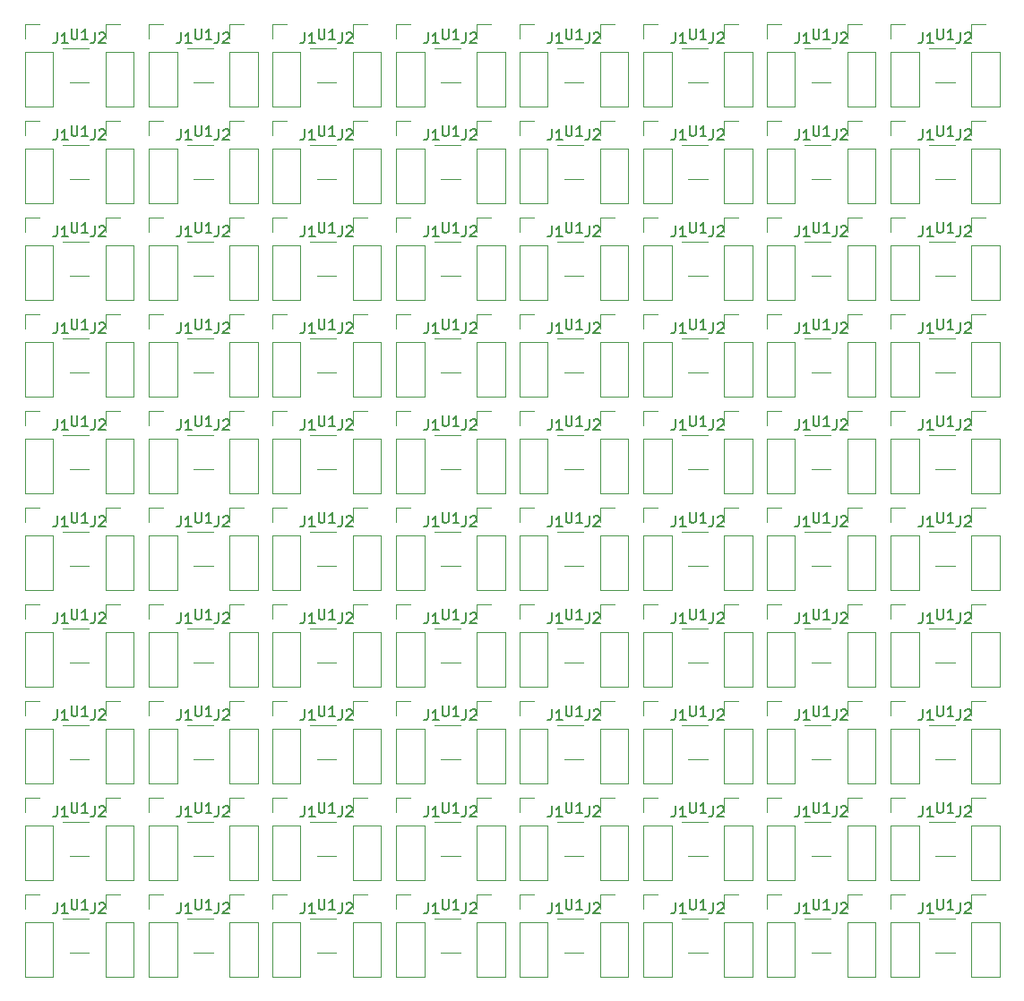
<source format=gbr>
G04 #@! TF.GenerationSoftware,KiCad,Pcbnew,(5.1.4)-1*
G04 #@! TF.CreationDate,2020-04-16T14:38:51+01:00*
G04 #@! TF.ProjectId,sot23Breakout,736f7432-3342-4726-9561-6b6f75742e6b,rev?*
G04 #@! TF.SameCoordinates,Original*
G04 #@! TF.FileFunction,Legend,Top*
G04 #@! TF.FilePolarity,Positive*
%FSLAX46Y46*%
G04 Gerber Fmt 4.6, Leading zero omitted, Abs format (unit mm)*
G04 Created by KiCad (PCBNEW (5.1.4)-1) date 2020-04-16 14:38:51*
%MOMM*%
%LPD*%
G04 APERTURE LIST*
%ADD10C,0.120000*%
%ADD11C,0.150000*%
G04 APERTURE END LIST*
D10*
X113754000Y-62552000D02*
X116414000Y-62552000D01*
X113754000Y-57412000D02*
X113754000Y-62552000D01*
X116414000Y-57412000D02*
X116414000Y-62552000D01*
X113754000Y-57412000D02*
X116414000Y-57412000D01*
X113754000Y-56142000D02*
X113754000Y-54812000D01*
X113754000Y-54812000D02*
X115084000Y-54812000D01*
X102048000Y-53400000D02*
X104708000Y-53400000D01*
X102048000Y-48260000D02*
X102048000Y-53400000D01*
X104708000Y-48260000D02*
X104708000Y-53400000D01*
X102048000Y-48260000D02*
X104708000Y-48260000D01*
X102048000Y-46990000D02*
X102048000Y-45660000D01*
X102048000Y-45660000D02*
X103378000Y-45660000D01*
X121374000Y-54812000D02*
X122704000Y-54812000D01*
X121374000Y-56142000D02*
X121374000Y-54812000D01*
X121374000Y-57412000D02*
X124034000Y-57412000D01*
X124034000Y-57412000D02*
X124034000Y-62552000D01*
X121374000Y-57412000D02*
X121374000Y-62552000D01*
X121374000Y-62552000D02*
X124034000Y-62552000D01*
X74638000Y-62552000D02*
X77298000Y-62552000D01*
X74638000Y-57412000D02*
X74638000Y-62552000D01*
X77298000Y-57412000D02*
X77298000Y-62552000D01*
X74638000Y-57412000D02*
X77298000Y-57412000D01*
X74638000Y-56142000D02*
X74638000Y-54812000D01*
X74638000Y-54812000D02*
X75968000Y-54812000D01*
X121374000Y-53408000D02*
X124034000Y-53408000D01*
X121374000Y-48268000D02*
X121374000Y-53408000D01*
X124034000Y-48268000D02*
X124034000Y-53408000D01*
X121374000Y-48268000D02*
X124034000Y-48268000D01*
X121374000Y-46998000D02*
X121374000Y-45668000D01*
X121374000Y-45668000D02*
X122704000Y-45668000D01*
X67018000Y-53408000D02*
X69678000Y-53408000D01*
X67018000Y-48268000D02*
X67018000Y-53408000D01*
X69678000Y-48268000D02*
X69678000Y-53408000D01*
X67018000Y-48268000D02*
X69678000Y-48268000D01*
X67018000Y-46998000D02*
X67018000Y-45668000D01*
X67018000Y-45668000D02*
X68348000Y-45668000D01*
X86300000Y-62544000D02*
X88960000Y-62544000D01*
X86300000Y-57404000D02*
X86300000Y-62544000D01*
X88960000Y-57404000D02*
X88960000Y-62544000D01*
X86300000Y-57404000D02*
X88960000Y-57404000D01*
X86300000Y-56134000D02*
X86300000Y-54804000D01*
X86300000Y-54804000D02*
X87630000Y-54804000D01*
X96426000Y-57072000D02*
X93976000Y-57072000D01*
X94626000Y-60292000D02*
X96426000Y-60292000D01*
X86300000Y-45660000D02*
X87630000Y-45660000D01*
X86300000Y-46990000D02*
X86300000Y-45660000D01*
X86300000Y-48260000D02*
X88960000Y-48260000D01*
X88960000Y-48260000D02*
X88960000Y-53400000D01*
X86300000Y-48260000D02*
X86300000Y-53400000D01*
X86300000Y-53400000D02*
X88960000Y-53400000D01*
X67018000Y-54812000D02*
X68348000Y-54812000D01*
X67018000Y-56142000D02*
X67018000Y-54812000D01*
X67018000Y-57412000D02*
X69678000Y-57412000D01*
X69678000Y-57412000D02*
X69678000Y-62552000D01*
X67018000Y-57412000D02*
X67018000Y-62552000D01*
X67018000Y-62552000D02*
X69678000Y-62552000D01*
X125416000Y-62544000D02*
X128076000Y-62544000D01*
X125416000Y-57404000D02*
X125416000Y-62544000D01*
X128076000Y-57404000D02*
X128076000Y-62544000D01*
X125416000Y-57404000D02*
X128076000Y-57404000D01*
X125416000Y-56134000D02*
X125416000Y-54804000D01*
X125416000Y-54804000D02*
X126746000Y-54804000D01*
X84720000Y-47920000D02*
X82270000Y-47920000D01*
X82920000Y-51140000D02*
X84720000Y-51140000D01*
X90386000Y-62552000D02*
X93046000Y-62552000D01*
X90386000Y-57412000D02*
X90386000Y-62552000D01*
X93046000Y-57412000D02*
X93046000Y-62552000D01*
X90386000Y-57412000D02*
X93046000Y-57412000D01*
X90386000Y-56142000D02*
X90386000Y-54812000D01*
X90386000Y-54812000D02*
X91716000Y-54812000D01*
X55312000Y-45660000D02*
X56642000Y-45660000D01*
X55312000Y-46990000D02*
X55312000Y-45660000D01*
X55312000Y-48260000D02*
X57972000Y-48260000D01*
X57972000Y-48260000D02*
X57972000Y-53400000D01*
X55312000Y-48260000D02*
X55312000Y-53400000D01*
X55312000Y-53400000D02*
X57972000Y-53400000D01*
X73058000Y-47928000D02*
X70608000Y-47928000D01*
X71258000Y-51148000D02*
X73058000Y-51148000D01*
X117994000Y-51148000D02*
X119794000Y-51148000D01*
X119794000Y-47928000D02*
X117344000Y-47928000D01*
X133036000Y-53400000D02*
X135696000Y-53400000D01*
X133036000Y-48260000D02*
X133036000Y-53400000D01*
X135696000Y-48260000D02*
X135696000Y-53400000D01*
X133036000Y-48260000D02*
X135696000Y-48260000D01*
X133036000Y-46990000D02*
X133036000Y-45660000D01*
X133036000Y-45660000D02*
X134366000Y-45660000D01*
X98006000Y-54812000D02*
X99336000Y-54812000D01*
X98006000Y-56142000D02*
X98006000Y-54812000D01*
X98006000Y-57412000D02*
X100666000Y-57412000D01*
X100666000Y-57412000D02*
X100666000Y-62552000D01*
X98006000Y-57412000D02*
X98006000Y-62552000D01*
X98006000Y-62552000D02*
X100666000Y-62552000D01*
X133036000Y-54804000D02*
X134366000Y-54804000D01*
X133036000Y-56134000D02*
X133036000Y-54804000D01*
X133036000Y-57404000D02*
X135696000Y-57404000D01*
X135696000Y-57404000D02*
X135696000Y-62544000D01*
X133036000Y-57404000D02*
X133036000Y-62544000D01*
X133036000Y-62544000D02*
X135696000Y-62544000D01*
X131456000Y-57064000D02*
X129006000Y-57064000D01*
X129656000Y-60284000D02*
X131456000Y-60284000D01*
X74638000Y-45668000D02*
X75968000Y-45668000D01*
X74638000Y-46998000D02*
X74638000Y-45668000D01*
X74638000Y-48268000D02*
X77298000Y-48268000D01*
X77298000Y-48268000D02*
X77298000Y-53408000D01*
X74638000Y-48268000D02*
X74638000Y-53408000D01*
X74638000Y-53408000D02*
X77298000Y-53408000D01*
X137122000Y-53408000D02*
X139782000Y-53408000D01*
X137122000Y-48268000D02*
X137122000Y-53408000D01*
X139782000Y-48268000D02*
X139782000Y-53408000D01*
X137122000Y-48268000D02*
X139782000Y-48268000D01*
X137122000Y-46998000D02*
X137122000Y-45668000D01*
X137122000Y-45668000D02*
X138452000Y-45668000D01*
X144742000Y-45668000D02*
X146072000Y-45668000D01*
X144742000Y-46998000D02*
X144742000Y-45668000D01*
X144742000Y-48268000D02*
X147402000Y-48268000D01*
X147402000Y-48268000D02*
X147402000Y-53408000D01*
X144742000Y-48268000D02*
X144742000Y-53408000D01*
X144742000Y-53408000D02*
X147402000Y-53408000D01*
X71258000Y-60292000D02*
X73058000Y-60292000D01*
X73058000Y-57072000D02*
X70608000Y-57072000D01*
X109668000Y-45660000D02*
X110998000Y-45660000D01*
X109668000Y-46990000D02*
X109668000Y-45660000D01*
X109668000Y-48260000D02*
X112328000Y-48260000D01*
X112328000Y-48260000D02*
X112328000Y-53400000D01*
X109668000Y-48260000D02*
X109668000Y-53400000D01*
X109668000Y-53400000D02*
X112328000Y-53400000D01*
X62932000Y-54804000D02*
X64262000Y-54804000D01*
X62932000Y-56134000D02*
X62932000Y-54804000D01*
X62932000Y-57404000D02*
X65592000Y-57404000D01*
X65592000Y-57404000D02*
X65592000Y-62544000D01*
X62932000Y-57404000D02*
X62932000Y-62544000D01*
X62932000Y-62544000D02*
X65592000Y-62544000D01*
X141362000Y-60292000D02*
X143162000Y-60292000D01*
X143162000Y-57072000D02*
X140712000Y-57072000D01*
X119794000Y-57072000D02*
X117344000Y-57072000D01*
X117994000Y-60292000D02*
X119794000Y-60292000D01*
X129656000Y-51140000D02*
X131456000Y-51140000D01*
X131456000Y-47920000D02*
X129006000Y-47920000D01*
X55312000Y-62544000D02*
X57972000Y-62544000D01*
X55312000Y-57404000D02*
X55312000Y-62544000D01*
X57972000Y-57404000D02*
X57972000Y-62544000D01*
X55312000Y-57404000D02*
X57972000Y-57404000D01*
X55312000Y-56134000D02*
X55312000Y-54804000D01*
X55312000Y-54804000D02*
X56642000Y-54804000D01*
X125416000Y-45660000D02*
X126746000Y-45660000D01*
X125416000Y-46990000D02*
X125416000Y-45660000D01*
X125416000Y-48260000D02*
X128076000Y-48260000D01*
X128076000Y-48260000D02*
X128076000Y-53400000D01*
X125416000Y-48260000D02*
X125416000Y-53400000D01*
X125416000Y-53400000D02*
X128076000Y-53400000D01*
X109668000Y-62544000D02*
X112328000Y-62544000D01*
X109668000Y-57404000D02*
X109668000Y-62544000D01*
X112328000Y-57404000D02*
X112328000Y-62544000D01*
X109668000Y-57404000D02*
X112328000Y-57404000D01*
X109668000Y-56134000D02*
X109668000Y-54804000D01*
X109668000Y-54804000D02*
X110998000Y-54804000D01*
X102048000Y-54804000D02*
X103378000Y-54804000D01*
X102048000Y-56134000D02*
X102048000Y-54804000D01*
X102048000Y-57404000D02*
X104708000Y-57404000D01*
X104708000Y-57404000D02*
X104708000Y-62544000D01*
X102048000Y-57404000D02*
X102048000Y-62544000D01*
X102048000Y-62544000D02*
X104708000Y-62544000D01*
X113754000Y-45668000D02*
X115084000Y-45668000D01*
X113754000Y-46998000D02*
X113754000Y-45668000D01*
X113754000Y-48268000D02*
X116414000Y-48268000D01*
X116414000Y-48268000D02*
X116414000Y-53408000D01*
X113754000Y-48268000D02*
X113754000Y-53408000D01*
X113754000Y-53408000D02*
X116414000Y-53408000D01*
X61352000Y-57064000D02*
X58902000Y-57064000D01*
X59552000Y-60284000D02*
X61352000Y-60284000D01*
X78680000Y-54804000D02*
X80010000Y-54804000D01*
X78680000Y-56134000D02*
X78680000Y-54804000D01*
X78680000Y-57404000D02*
X81340000Y-57404000D01*
X81340000Y-57404000D02*
X81340000Y-62544000D01*
X78680000Y-57404000D02*
X78680000Y-62544000D01*
X78680000Y-62544000D02*
X81340000Y-62544000D01*
X108088000Y-47920000D02*
X105638000Y-47920000D01*
X106288000Y-51140000D02*
X108088000Y-51140000D01*
X94626000Y-51148000D02*
X96426000Y-51148000D01*
X96426000Y-47928000D02*
X93976000Y-47928000D01*
X143162000Y-47928000D02*
X140712000Y-47928000D01*
X141362000Y-51148000D02*
X143162000Y-51148000D01*
X106288000Y-60284000D02*
X108088000Y-60284000D01*
X108088000Y-57064000D02*
X105638000Y-57064000D01*
X82920000Y-60284000D02*
X84720000Y-60284000D01*
X84720000Y-57064000D02*
X82270000Y-57064000D01*
X137122000Y-54812000D02*
X138452000Y-54812000D01*
X137122000Y-56142000D02*
X137122000Y-54812000D01*
X137122000Y-57412000D02*
X139782000Y-57412000D01*
X139782000Y-57412000D02*
X139782000Y-62552000D01*
X137122000Y-57412000D02*
X137122000Y-62552000D01*
X137122000Y-62552000D02*
X139782000Y-62552000D01*
X90386000Y-45668000D02*
X91716000Y-45668000D01*
X90386000Y-46998000D02*
X90386000Y-45668000D01*
X90386000Y-48268000D02*
X93046000Y-48268000D01*
X93046000Y-48268000D02*
X93046000Y-53408000D01*
X90386000Y-48268000D02*
X90386000Y-53408000D01*
X90386000Y-53408000D02*
X93046000Y-53408000D01*
X98006000Y-53408000D02*
X100666000Y-53408000D01*
X98006000Y-48268000D02*
X98006000Y-53408000D01*
X100666000Y-48268000D02*
X100666000Y-53408000D01*
X98006000Y-48268000D02*
X100666000Y-48268000D01*
X98006000Y-46998000D02*
X98006000Y-45668000D01*
X98006000Y-45668000D02*
X99336000Y-45668000D01*
X62932000Y-53400000D02*
X65592000Y-53400000D01*
X62932000Y-48260000D02*
X62932000Y-53400000D01*
X65592000Y-48260000D02*
X65592000Y-53400000D01*
X62932000Y-48260000D02*
X65592000Y-48260000D01*
X62932000Y-46990000D02*
X62932000Y-45660000D01*
X62932000Y-45660000D02*
X64262000Y-45660000D01*
X78680000Y-53400000D02*
X81340000Y-53400000D01*
X78680000Y-48260000D02*
X78680000Y-53400000D01*
X81340000Y-48260000D02*
X81340000Y-53400000D01*
X78680000Y-48260000D02*
X81340000Y-48260000D01*
X78680000Y-46990000D02*
X78680000Y-45660000D01*
X78680000Y-45660000D02*
X80010000Y-45660000D01*
X144742000Y-62552000D02*
X147402000Y-62552000D01*
X144742000Y-57412000D02*
X144742000Y-62552000D01*
X147402000Y-57412000D02*
X147402000Y-62552000D01*
X144742000Y-57412000D02*
X147402000Y-57412000D01*
X144742000Y-56142000D02*
X144742000Y-54812000D01*
X144742000Y-54812000D02*
X146072000Y-54812000D01*
X59552000Y-51140000D02*
X61352000Y-51140000D01*
X61352000Y-47920000D02*
X58902000Y-47920000D01*
X61352000Y-66208000D02*
X58902000Y-66208000D01*
X59552000Y-69428000D02*
X61352000Y-69428000D01*
X59552000Y-87716000D02*
X61352000Y-87716000D01*
X61352000Y-84496000D02*
X58902000Y-84496000D01*
X102048000Y-89976000D02*
X104708000Y-89976000D01*
X102048000Y-84836000D02*
X102048000Y-89976000D01*
X104708000Y-84836000D02*
X104708000Y-89976000D01*
X102048000Y-84836000D02*
X104708000Y-84836000D01*
X102048000Y-83566000D02*
X102048000Y-82236000D01*
X102048000Y-82236000D02*
X103378000Y-82236000D01*
X108088000Y-84496000D02*
X105638000Y-84496000D01*
X106288000Y-87716000D02*
X108088000Y-87716000D01*
X133036000Y-89976000D02*
X135696000Y-89976000D01*
X133036000Y-84836000D02*
X133036000Y-89976000D01*
X135696000Y-84836000D02*
X135696000Y-89976000D01*
X133036000Y-84836000D02*
X135696000Y-84836000D01*
X133036000Y-83566000D02*
X133036000Y-82236000D01*
X133036000Y-82236000D02*
X134366000Y-82236000D01*
X86300000Y-82236000D02*
X87630000Y-82236000D01*
X86300000Y-83566000D02*
X86300000Y-82236000D01*
X86300000Y-84836000D02*
X88960000Y-84836000D01*
X88960000Y-84836000D02*
X88960000Y-89976000D01*
X86300000Y-84836000D02*
X86300000Y-89976000D01*
X86300000Y-89976000D02*
X88960000Y-89976000D01*
X73058000Y-84504000D02*
X70608000Y-84504000D01*
X71258000Y-87724000D02*
X73058000Y-87724000D01*
X78680000Y-89976000D02*
X81340000Y-89976000D01*
X78680000Y-84836000D02*
X78680000Y-89976000D01*
X81340000Y-84836000D02*
X81340000Y-89976000D01*
X78680000Y-84836000D02*
X81340000Y-84836000D01*
X78680000Y-83566000D02*
X78680000Y-82236000D01*
X78680000Y-82236000D02*
X80010000Y-82236000D01*
X67018000Y-89984000D02*
X69678000Y-89984000D01*
X67018000Y-84844000D02*
X67018000Y-89984000D01*
X69678000Y-84844000D02*
X69678000Y-89984000D01*
X67018000Y-84844000D02*
X69678000Y-84844000D01*
X67018000Y-83574000D02*
X67018000Y-82244000D01*
X67018000Y-82244000D02*
X68348000Y-82244000D01*
X109668000Y-82236000D02*
X110998000Y-82236000D01*
X109668000Y-83566000D02*
X109668000Y-82236000D01*
X109668000Y-84836000D02*
X112328000Y-84836000D01*
X112328000Y-84836000D02*
X112328000Y-89976000D01*
X109668000Y-84836000D02*
X109668000Y-89976000D01*
X109668000Y-89976000D02*
X112328000Y-89976000D01*
X117994000Y-87724000D02*
X119794000Y-87724000D01*
X119794000Y-84504000D02*
X117344000Y-84504000D01*
X62932000Y-89976000D02*
X65592000Y-89976000D01*
X62932000Y-84836000D02*
X62932000Y-89976000D01*
X65592000Y-84836000D02*
X65592000Y-89976000D01*
X62932000Y-84836000D02*
X65592000Y-84836000D01*
X62932000Y-83566000D02*
X62932000Y-82236000D01*
X62932000Y-82236000D02*
X64262000Y-82236000D01*
X84720000Y-84496000D02*
X82270000Y-84496000D01*
X82920000Y-87716000D02*
X84720000Y-87716000D01*
X121374000Y-89984000D02*
X124034000Y-89984000D01*
X121374000Y-84844000D02*
X121374000Y-89984000D01*
X124034000Y-84844000D02*
X124034000Y-89984000D01*
X121374000Y-84844000D02*
X124034000Y-84844000D01*
X121374000Y-83574000D02*
X121374000Y-82244000D01*
X121374000Y-82244000D02*
X122704000Y-82244000D01*
X94626000Y-87724000D02*
X96426000Y-87724000D01*
X96426000Y-84504000D02*
X93976000Y-84504000D01*
X74638000Y-82244000D02*
X75968000Y-82244000D01*
X74638000Y-83574000D02*
X74638000Y-82244000D01*
X74638000Y-84844000D02*
X77298000Y-84844000D01*
X77298000Y-84844000D02*
X77298000Y-89984000D01*
X74638000Y-84844000D02*
X74638000Y-89984000D01*
X74638000Y-89984000D02*
X77298000Y-89984000D01*
X55312000Y-82236000D02*
X56642000Y-82236000D01*
X55312000Y-83566000D02*
X55312000Y-82236000D01*
X55312000Y-84836000D02*
X57972000Y-84836000D01*
X57972000Y-84836000D02*
X57972000Y-89976000D01*
X55312000Y-84836000D02*
X55312000Y-89976000D01*
X55312000Y-89976000D02*
X57972000Y-89976000D01*
X137122000Y-89984000D02*
X139782000Y-89984000D01*
X137122000Y-84844000D02*
X137122000Y-89984000D01*
X139782000Y-84844000D02*
X139782000Y-89984000D01*
X137122000Y-84844000D02*
X139782000Y-84844000D01*
X137122000Y-83574000D02*
X137122000Y-82244000D01*
X137122000Y-82244000D02*
X138452000Y-82244000D01*
X144742000Y-82244000D02*
X146072000Y-82244000D01*
X144742000Y-83574000D02*
X144742000Y-82244000D01*
X144742000Y-84844000D02*
X147402000Y-84844000D01*
X147402000Y-84844000D02*
X147402000Y-89984000D01*
X144742000Y-84844000D02*
X144742000Y-89984000D01*
X144742000Y-89984000D02*
X147402000Y-89984000D01*
X98006000Y-80840000D02*
X100666000Y-80840000D01*
X98006000Y-75700000D02*
X98006000Y-80840000D01*
X100666000Y-75700000D02*
X100666000Y-80840000D01*
X98006000Y-75700000D02*
X100666000Y-75700000D01*
X98006000Y-74430000D02*
X98006000Y-73100000D01*
X98006000Y-73100000D02*
X99336000Y-73100000D01*
X125416000Y-73092000D02*
X126746000Y-73092000D01*
X125416000Y-74422000D02*
X125416000Y-73092000D01*
X125416000Y-75692000D02*
X128076000Y-75692000D01*
X128076000Y-75692000D02*
X128076000Y-80832000D01*
X125416000Y-75692000D02*
X125416000Y-80832000D01*
X125416000Y-80832000D02*
X128076000Y-80832000D01*
X90386000Y-73100000D02*
X91716000Y-73100000D01*
X90386000Y-74430000D02*
X90386000Y-73100000D01*
X90386000Y-75700000D02*
X93046000Y-75700000D01*
X93046000Y-75700000D02*
X93046000Y-80840000D01*
X90386000Y-75700000D02*
X90386000Y-80840000D01*
X90386000Y-80840000D02*
X93046000Y-80840000D01*
X121374000Y-80840000D02*
X124034000Y-80840000D01*
X121374000Y-75700000D02*
X121374000Y-80840000D01*
X124034000Y-75700000D02*
X124034000Y-80840000D01*
X121374000Y-75700000D02*
X124034000Y-75700000D01*
X121374000Y-74430000D02*
X121374000Y-73100000D01*
X121374000Y-73100000D02*
X122704000Y-73100000D01*
X67018000Y-80840000D02*
X69678000Y-80840000D01*
X67018000Y-75700000D02*
X67018000Y-80840000D01*
X69678000Y-75700000D02*
X69678000Y-80840000D01*
X67018000Y-75700000D02*
X69678000Y-75700000D01*
X67018000Y-74430000D02*
X67018000Y-73100000D01*
X67018000Y-73100000D02*
X68348000Y-73100000D01*
X86300000Y-73092000D02*
X87630000Y-73092000D01*
X86300000Y-74422000D02*
X86300000Y-73092000D01*
X86300000Y-75692000D02*
X88960000Y-75692000D01*
X88960000Y-75692000D02*
X88960000Y-80832000D01*
X86300000Y-75692000D02*
X86300000Y-80832000D01*
X86300000Y-80832000D02*
X88960000Y-80832000D01*
X74638000Y-73100000D02*
X75968000Y-73100000D01*
X74638000Y-74430000D02*
X74638000Y-73100000D01*
X74638000Y-75700000D02*
X77298000Y-75700000D01*
X77298000Y-75700000D02*
X77298000Y-80840000D01*
X74638000Y-75700000D02*
X74638000Y-80840000D01*
X74638000Y-80840000D02*
X77298000Y-80840000D01*
X94626000Y-78580000D02*
X96426000Y-78580000D01*
X96426000Y-75360000D02*
X93976000Y-75360000D01*
X129656000Y-78572000D02*
X131456000Y-78572000D01*
X131456000Y-75352000D02*
X129006000Y-75352000D01*
X113754000Y-73100000D02*
X115084000Y-73100000D01*
X113754000Y-74430000D02*
X113754000Y-73100000D01*
X113754000Y-75700000D02*
X116414000Y-75700000D01*
X116414000Y-75700000D02*
X116414000Y-80840000D01*
X113754000Y-75700000D02*
X113754000Y-80840000D01*
X113754000Y-80840000D02*
X116414000Y-80840000D01*
X133036000Y-80832000D02*
X135696000Y-80832000D01*
X133036000Y-75692000D02*
X133036000Y-80832000D01*
X135696000Y-75692000D02*
X135696000Y-80832000D01*
X133036000Y-75692000D02*
X135696000Y-75692000D01*
X133036000Y-74422000D02*
X133036000Y-73092000D01*
X133036000Y-73092000D02*
X134366000Y-73092000D01*
X143162000Y-84504000D02*
X140712000Y-84504000D01*
X141362000Y-87724000D02*
X143162000Y-87724000D01*
X74638000Y-71696000D02*
X77298000Y-71696000D01*
X74638000Y-66556000D02*
X74638000Y-71696000D01*
X77298000Y-66556000D02*
X77298000Y-71696000D01*
X74638000Y-66556000D02*
X77298000Y-66556000D01*
X74638000Y-65286000D02*
X74638000Y-63956000D01*
X74638000Y-63956000D02*
X75968000Y-63956000D01*
X55312000Y-71688000D02*
X57972000Y-71688000D01*
X55312000Y-66548000D02*
X55312000Y-71688000D01*
X57972000Y-66548000D02*
X57972000Y-71688000D01*
X55312000Y-66548000D02*
X57972000Y-66548000D01*
X55312000Y-65278000D02*
X55312000Y-63948000D01*
X55312000Y-63948000D02*
X56642000Y-63948000D01*
X137122000Y-63956000D02*
X138452000Y-63956000D01*
X137122000Y-65286000D02*
X137122000Y-63956000D01*
X137122000Y-66556000D02*
X139782000Y-66556000D01*
X139782000Y-66556000D02*
X139782000Y-71696000D01*
X137122000Y-66556000D02*
X137122000Y-71696000D01*
X137122000Y-71696000D02*
X139782000Y-71696000D01*
X119794000Y-66216000D02*
X117344000Y-66216000D01*
X117994000Y-69436000D02*
X119794000Y-69436000D01*
X102048000Y-63948000D02*
X103378000Y-63948000D01*
X102048000Y-65278000D02*
X102048000Y-63948000D01*
X102048000Y-66548000D02*
X104708000Y-66548000D01*
X104708000Y-66548000D02*
X104708000Y-71688000D01*
X102048000Y-66548000D02*
X102048000Y-71688000D01*
X102048000Y-71688000D02*
X104708000Y-71688000D01*
X86300000Y-71688000D02*
X88960000Y-71688000D01*
X86300000Y-66548000D02*
X86300000Y-71688000D01*
X88960000Y-66548000D02*
X88960000Y-71688000D01*
X86300000Y-66548000D02*
X88960000Y-66548000D01*
X86300000Y-65278000D02*
X86300000Y-63948000D01*
X86300000Y-63948000D02*
X87630000Y-63948000D01*
X144742000Y-71696000D02*
X147402000Y-71696000D01*
X144742000Y-66556000D02*
X144742000Y-71696000D01*
X147402000Y-66556000D02*
X147402000Y-71696000D01*
X144742000Y-66556000D02*
X147402000Y-66556000D01*
X144742000Y-65286000D02*
X144742000Y-63956000D01*
X144742000Y-63956000D02*
X146072000Y-63956000D01*
X133036000Y-63948000D02*
X134366000Y-63948000D01*
X133036000Y-65278000D02*
X133036000Y-63948000D01*
X133036000Y-66548000D02*
X135696000Y-66548000D01*
X135696000Y-66548000D02*
X135696000Y-71688000D01*
X133036000Y-66548000D02*
X133036000Y-71688000D01*
X133036000Y-71688000D02*
X135696000Y-71688000D01*
X121374000Y-63956000D02*
X122704000Y-63956000D01*
X121374000Y-65286000D02*
X121374000Y-63956000D01*
X121374000Y-66556000D02*
X124034000Y-66556000D01*
X124034000Y-66556000D02*
X124034000Y-71696000D01*
X121374000Y-66556000D02*
X121374000Y-71696000D01*
X121374000Y-71696000D02*
X124034000Y-71696000D01*
X67018000Y-63956000D02*
X68348000Y-63956000D01*
X67018000Y-65286000D02*
X67018000Y-63956000D01*
X67018000Y-66556000D02*
X69678000Y-66556000D01*
X69678000Y-66556000D02*
X69678000Y-71696000D01*
X67018000Y-66556000D02*
X67018000Y-71696000D01*
X67018000Y-71696000D02*
X69678000Y-71696000D01*
X71258000Y-69436000D02*
X73058000Y-69436000D01*
X73058000Y-66216000D02*
X70608000Y-66216000D01*
X82920000Y-69428000D02*
X84720000Y-69428000D01*
X84720000Y-66208000D02*
X82270000Y-66208000D01*
X109668000Y-71688000D02*
X112328000Y-71688000D01*
X109668000Y-66548000D02*
X109668000Y-71688000D01*
X112328000Y-66548000D02*
X112328000Y-71688000D01*
X109668000Y-66548000D02*
X112328000Y-66548000D01*
X109668000Y-65278000D02*
X109668000Y-63948000D01*
X109668000Y-63948000D02*
X110998000Y-63948000D01*
X141362000Y-69436000D02*
X143162000Y-69436000D01*
X143162000Y-66216000D02*
X140712000Y-66216000D01*
X106288000Y-69428000D02*
X108088000Y-69428000D01*
X108088000Y-66208000D02*
X105638000Y-66208000D01*
X62932000Y-63948000D02*
X64262000Y-63948000D01*
X62932000Y-65278000D02*
X62932000Y-63948000D01*
X62932000Y-66548000D02*
X65592000Y-66548000D01*
X65592000Y-66548000D02*
X65592000Y-71688000D01*
X62932000Y-66548000D02*
X62932000Y-71688000D01*
X62932000Y-71688000D02*
X65592000Y-71688000D01*
X78680000Y-63948000D02*
X80010000Y-63948000D01*
X78680000Y-65278000D02*
X78680000Y-63948000D01*
X78680000Y-66548000D02*
X81340000Y-66548000D01*
X81340000Y-66548000D02*
X81340000Y-71688000D01*
X78680000Y-66548000D02*
X78680000Y-71688000D01*
X78680000Y-71688000D02*
X81340000Y-71688000D01*
X96426000Y-66216000D02*
X93976000Y-66216000D01*
X94626000Y-69436000D02*
X96426000Y-69436000D01*
X62932000Y-80832000D02*
X65592000Y-80832000D01*
X62932000Y-75692000D02*
X62932000Y-80832000D01*
X65592000Y-75692000D02*
X65592000Y-80832000D01*
X62932000Y-75692000D02*
X65592000Y-75692000D01*
X62932000Y-74422000D02*
X62932000Y-73092000D01*
X62932000Y-73092000D02*
X64262000Y-73092000D01*
X108088000Y-75352000D02*
X105638000Y-75352000D01*
X106288000Y-78572000D02*
X108088000Y-78572000D01*
X73058000Y-75360000D02*
X70608000Y-75360000D01*
X71258000Y-78580000D02*
X73058000Y-78580000D01*
X131456000Y-66208000D02*
X129006000Y-66208000D01*
X129656000Y-69428000D02*
X131456000Y-69428000D01*
X143162000Y-75360000D02*
X140712000Y-75360000D01*
X141362000Y-78580000D02*
X143162000Y-78580000D01*
X55312000Y-73092000D02*
X56642000Y-73092000D01*
X55312000Y-74422000D02*
X55312000Y-73092000D01*
X55312000Y-75692000D02*
X57972000Y-75692000D01*
X57972000Y-75692000D02*
X57972000Y-80832000D01*
X55312000Y-75692000D02*
X55312000Y-80832000D01*
X55312000Y-80832000D02*
X57972000Y-80832000D01*
X137122000Y-80840000D02*
X139782000Y-80840000D01*
X137122000Y-75700000D02*
X137122000Y-80840000D01*
X139782000Y-75700000D02*
X139782000Y-80840000D01*
X137122000Y-75700000D02*
X139782000Y-75700000D01*
X137122000Y-74430000D02*
X137122000Y-73100000D01*
X137122000Y-73100000D02*
X138452000Y-73100000D01*
X125416000Y-71688000D02*
X128076000Y-71688000D01*
X125416000Y-66548000D02*
X125416000Y-71688000D01*
X128076000Y-66548000D02*
X128076000Y-71688000D01*
X125416000Y-66548000D02*
X128076000Y-66548000D01*
X125416000Y-65278000D02*
X125416000Y-63948000D01*
X125416000Y-63948000D02*
X126746000Y-63948000D01*
X144742000Y-73100000D02*
X146072000Y-73100000D01*
X144742000Y-74430000D02*
X144742000Y-73100000D01*
X144742000Y-75700000D02*
X147402000Y-75700000D01*
X147402000Y-75700000D02*
X147402000Y-80840000D01*
X144742000Y-75700000D02*
X144742000Y-80840000D01*
X144742000Y-80840000D02*
X147402000Y-80840000D01*
X109668000Y-73092000D02*
X110998000Y-73092000D01*
X109668000Y-74422000D02*
X109668000Y-73092000D01*
X109668000Y-75692000D02*
X112328000Y-75692000D01*
X112328000Y-75692000D02*
X112328000Y-80832000D01*
X109668000Y-75692000D02*
X109668000Y-80832000D01*
X109668000Y-80832000D02*
X112328000Y-80832000D01*
X90386000Y-71696000D02*
X93046000Y-71696000D01*
X90386000Y-66556000D02*
X90386000Y-71696000D01*
X93046000Y-66556000D02*
X93046000Y-71696000D01*
X90386000Y-66556000D02*
X93046000Y-66556000D01*
X90386000Y-65286000D02*
X90386000Y-63956000D01*
X90386000Y-63956000D02*
X91716000Y-63956000D01*
X78680000Y-80832000D02*
X81340000Y-80832000D01*
X78680000Y-75692000D02*
X78680000Y-80832000D01*
X81340000Y-75692000D02*
X81340000Y-80832000D01*
X78680000Y-75692000D02*
X81340000Y-75692000D01*
X78680000Y-74422000D02*
X78680000Y-73092000D01*
X78680000Y-73092000D02*
X80010000Y-73092000D01*
X84720000Y-75352000D02*
X82270000Y-75352000D01*
X82920000Y-78572000D02*
X84720000Y-78572000D01*
X98006000Y-63956000D02*
X99336000Y-63956000D01*
X98006000Y-65286000D02*
X98006000Y-63956000D01*
X98006000Y-66556000D02*
X100666000Y-66556000D01*
X100666000Y-66556000D02*
X100666000Y-71696000D01*
X98006000Y-66556000D02*
X98006000Y-71696000D01*
X98006000Y-71696000D02*
X100666000Y-71696000D01*
X102048000Y-80832000D02*
X104708000Y-80832000D01*
X102048000Y-75692000D02*
X102048000Y-80832000D01*
X104708000Y-75692000D02*
X104708000Y-80832000D01*
X102048000Y-75692000D02*
X104708000Y-75692000D01*
X102048000Y-74422000D02*
X102048000Y-73092000D01*
X102048000Y-73092000D02*
X103378000Y-73092000D01*
X113754000Y-71696000D02*
X116414000Y-71696000D01*
X113754000Y-66556000D02*
X113754000Y-71696000D01*
X116414000Y-66556000D02*
X116414000Y-71696000D01*
X113754000Y-66556000D02*
X116414000Y-66556000D01*
X113754000Y-65286000D02*
X113754000Y-63956000D01*
X113754000Y-63956000D02*
X115084000Y-63956000D01*
X59552000Y-78572000D02*
X61352000Y-78572000D01*
X61352000Y-75352000D02*
X58902000Y-75352000D01*
X117994000Y-78580000D02*
X119794000Y-78580000D01*
X119794000Y-75360000D02*
X117344000Y-75360000D01*
X141362000Y-96868000D02*
X143162000Y-96868000D01*
X143162000Y-93648000D02*
X140712000Y-93648000D01*
X55312000Y-99120000D02*
X57972000Y-99120000D01*
X55312000Y-93980000D02*
X55312000Y-99120000D01*
X57972000Y-93980000D02*
X57972000Y-99120000D01*
X55312000Y-93980000D02*
X57972000Y-93980000D01*
X55312000Y-92710000D02*
X55312000Y-91380000D01*
X55312000Y-91380000D02*
X56642000Y-91380000D01*
X137122000Y-91388000D02*
X138452000Y-91388000D01*
X137122000Y-92718000D02*
X137122000Y-91388000D01*
X137122000Y-93988000D02*
X139782000Y-93988000D01*
X139782000Y-93988000D02*
X139782000Y-99128000D01*
X137122000Y-93988000D02*
X137122000Y-99128000D01*
X137122000Y-99128000D02*
X139782000Y-99128000D01*
X144742000Y-99128000D02*
X147402000Y-99128000D01*
X144742000Y-93988000D02*
X144742000Y-99128000D01*
X147402000Y-93988000D02*
X147402000Y-99128000D01*
X144742000Y-93988000D02*
X147402000Y-93988000D01*
X144742000Y-92718000D02*
X144742000Y-91388000D01*
X144742000Y-91388000D02*
X146072000Y-91388000D01*
X61352000Y-93640000D02*
X58902000Y-93640000D01*
X59552000Y-96860000D02*
X61352000Y-96860000D01*
X62932000Y-91380000D02*
X64262000Y-91380000D01*
X62932000Y-92710000D02*
X62932000Y-91380000D01*
X62932000Y-93980000D02*
X65592000Y-93980000D01*
X65592000Y-93980000D02*
X65592000Y-99120000D01*
X62932000Y-93980000D02*
X62932000Y-99120000D01*
X62932000Y-99120000D02*
X65592000Y-99120000D01*
X119794000Y-93648000D02*
X117344000Y-93648000D01*
X117994000Y-96868000D02*
X119794000Y-96868000D01*
X98006000Y-89984000D02*
X100666000Y-89984000D01*
X98006000Y-84844000D02*
X98006000Y-89984000D01*
X100666000Y-84844000D02*
X100666000Y-89984000D01*
X98006000Y-84844000D02*
X100666000Y-84844000D01*
X98006000Y-83574000D02*
X98006000Y-82244000D01*
X98006000Y-82244000D02*
X99336000Y-82244000D01*
X125416000Y-82236000D02*
X126746000Y-82236000D01*
X125416000Y-83566000D02*
X125416000Y-82236000D01*
X125416000Y-84836000D02*
X128076000Y-84836000D01*
X128076000Y-84836000D02*
X128076000Y-89976000D01*
X125416000Y-84836000D02*
X125416000Y-89976000D01*
X125416000Y-89976000D02*
X128076000Y-89976000D01*
X109668000Y-99120000D02*
X112328000Y-99120000D01*
X109668000Y-93980000D02*
X109668000Y-99120000D01*
X112328000Y-93980000D02*
X112328000Y-99120000D01*
X109668000Y-93980000D02*
X112328000Y-93980000D01*
X109668000Y-92710000D02*
X109668000Y-91380000D01*
X109668000Y-91380000D02*
X110998000Y-91380000D01*
X129656000Y-87716000D02*
X131456000Y-87716000D01*
X131456000Y-84496000D02*
X129006000Y-84496000D01*
X113754000Y-82244000D02*
X115084000Y-82244000D01*
X113754000Y-83574000D02*
X113754000Y-82244000D01*
X113754000Y-84844000D02*
X116414000Y-84844000D01*
X116414000Y-84844000D02*
X116414000Y-89984000D01*
X113754000Y-84844000D02*
X113754000Y-89984000D01*
X113754000Y-89984000D02*
X116414000Y-89984000D01*
X102048000Y-91380000D02*
X103378000Y-91380000D01*
X102048000Y-92710000D02*
X102048000Y-91380000D01*
X102048000Y-93980000D02*
X104708000Y-93980000D01*
X104708000Y-93980000D02*
X104708000Y-99120000D01*
X102048000Y-93980000D02*
X102048000Y-99120000D01*
X102048000Y-99120000D02*
X104708000Y-99120000D01*
X90386000Y-82244000D02*
X91716000Y-82244000D01*
X90386000Y-83574000D02*
X90386000Y-82244000D01*
X90386000Y-84844000D02*
X93046000Y-84844000D01*
X93046000Y-84844000D02*
X93046000Y-89984000D01*
X90386000Y-84844000D02*
X90386000Y-89984000D01*
X90386000Y-89984000D02*
X93046000Y-89984000D01*
X106288000Y-96860000D02*
X108088000Y-96860000D01*
X108088000Y-93640000D02*
X105638000Y-93640000D01*
X71258000Y-96868000D02*
X73058000Y-96868000D01*
X73058000Y-93648000D02*
X70608000Y-93648000D01*
X78680000Y-91380000D02*
X80010000Y-91380000D01*
X78680000Y-92710000D02*
X78680000Y-91380000D01*
X78680000Y-93980000D02*
X81340000Y-93980000D01*
X81340000Y-93980000D02*
X81340000Y-99120000D01*
X78680000Y-93980000D02*
X78680000Y-99120000D01*
X78680000Y-99120000D02*
X81340000Y-99120000D01*
X82920000Y-96860000D02*
X84720000Y-96860000D01*
X84720000Y-93640000D02*
X82270000Y-93640000D01*
X133036000Y-91380000D02*
X134366000Y-91380000D01*
X133036000Y-92710000D02*
X133036000Y-91380000D01*
X133036000Y-93980000D02*
X135696000Y-93980000D01*
X135696000Y-93980000D02*
X135696000Y-99120000D01*
X133036000Y-93980000D02*
X133036000Y-99120000D01*
X133036000Y-99120000D02*
X135696000Y-99120000D01*
X121374000Y-91388000D02*
X122704000Y-91388000D01*
X121374000Y-92718000D02*
X121374000Y-91388000D01*
X121374000Y-93988000D02*
X124034000Y-93988000D01*
X124034000Y-93988000D02*
X124034000Y-99128000D01*
X121374000Y-93988000D02*
X121374000Y-99128000D01*
X121374000Y-99128000D02*
X124034000Y-99128000D01*
X67018000Y-91388000D02*
X68348000Y-91388000D01*
X67018000Y-92718000D02*
X67018000Y-91388000D01*
X67018000Y-93988000D02*
X69678000Y-93988000D01*
X69678000Y-93988000D02*
X69678000Y-99128000D01*
X67018000Y-93988000D02*
X67018000Y-99128000D01*
X67018000Y-99128000D02*
X69678000Y-99128000D01*
X86300000Y-99120000D02*
X88960000Y-99120000D01*
X86300000Y-93980000D02*
X86300000Y-99120000D01*
X88960000Y-93980000D02*
X88960000Y-99120000D01*
X86300000Y-93980000D02*
X88960000Y-93980000D01*
X86300000Y-92710000D02*
X86300000Y-91380000D01*
X86300000Y-91380000D02*
X87630000Y-91380000D01*
X74638000Y-99128000D02*
X77298000Y-99128000D01*
X74638000Y-93988000D02*
X74638000Y-99128000D01*
X77298000Y-93988000D02*
X77298000Y-99128000D01*
X74638000Y-93988000D02*
X77298000Y-93988000D01*
X74638000Y-92718000D02*
X74638000Y-91388000D01*
X74638000Y-91388000D02*
X75968000Y-91388000D01*
X96426000Y-93648000D02*
X93976000Y-93648000D01*
X94626000Y-96868000D02*
X96426000Y-96868000D01*
X90386000Y-99128000D02*
X93046000Y-99128000D01*
X90386000Y-93988000D02*
X90386000Y-99128000D01*
X93046000Y-93988000D02*
X93046000Y-99128000D01*
X90386000Y-93988000D02*
X93046000Y-93988000D01*
X90386000Y-92718000D02*
X90386000Y-91388000D01*
X90386000Y-91388000D02*
X91716000Y-91388000D01*
X98006000Y-91388000D02*
X99336000Y-91388000D01*
X98006000Y-92718000D02*
X98006000Y-91388000D01*
X98006000Y-93988000D02*
X100666000Y-93988000D01*
X100666000Y-93988000D02*
X100666000Y-99128000D01*
X98006000Y-93988000D02*
X98006000Y-99128000D01*
X98006000Y-99128000D02*
X100666000Y-99128000D01*
X113754000Y-99128000D02*
X116414000Y-99128000D01*
X113754000Y-93988000D02*
X113754000Y-99128000D01*
X116414000Y-93988000D02*
X116414000Y-99128000D01*
X113754000Y-93988000D02*
X116414000Y-93988000D01*
X113754000Y-92718000D02*
X113754000Y-91388000D01*
X113754000Y-91388000D02*
X115084000Y-91388000D01*
X131456000Y-93640000D02*
X129006000Y-93640000D01*
X129656000Y-96860000D02*
X131456000Y-96860000D01*
X125416000Y-99120000D02*
X128076000Y-99120000D01*
X125416000Y-93980000D02*
X125416000Y-99120000D01*
X128076000Y-93980000D02*
X128076000Y-99120000D01*
X125416000Y-93980000D02*
X128076000Y-93980000D01*
X125416000Y-92710000D02*
X125416000Y-91380000D01*
X125416000Y-91380000D02*
X126746000Y-91380000D01*
X59552000Y-106004000D02*
X61352000Y-106004000D01*
X61352000Y-102784000D02*
X58902000Y-102784000D01*
X102048000Y-108264000D02*
X104708000Y-108264000D01*
X102048000Y-103124000D02*
X102048000Y-108264000D01*
X104708000Y-103124000D02*
X104708000Y-108264000D01*
X102048000Y-103124000D02*
X104708000Y-103124000D01*
X102048000Y-101854000D02*
X102048000Y-100524000D01*
X102048000Y-100524000D02*
X103378000Y-100524000D01*
X108088000Y-102784000D02*
X105638000Y-102784000D01*
X106288000Y-106004000D02*
X108088000Y-106004000D01*
X133036000Y-108264000D02*
X135696000Y-108264000D01*
X133036000Y-103124000D02*
X133036000Y-108264000D01*
X135696000Y-103124000D02*
X135696000Y-108264000D01*
X133036000Y-103124000D02*
X135696000Y-103124000D01*
X133036000Y-101854000D02*
X133036000Y-100524000D01*
X133036000Y-100524000D02*
X134366000Y-100524000D01*
X86300000Y-100524000D02*
X87630000Y-100524000D01*
X86300000Y-101854000D02*
X86300000Y-100524000D01*
X86300000Y-103124000D02*
X88960000Y-103124000D01*
X88960000Y-103124000D02*
X88960000Y-108264000D01*
X86300000Y-103124000D02*
X86300000Y-108264000D01*
X86300000Y-108264000D02*
X88960000Y-108264000D01*
X73058000Y-102792000D02*
X70608000Y-102792000D01*
X71258000Y-106012000D02*
X73058000Y-106012000D01*
X78680000Y-108264000D02*
X81340000Y-108264000D01*
X78680000Y-103124000D02*
X78680000Y-108264000D01*
X81340000Y-103124000D02*
X81340000Y-108264000D01*
X78680000Y-103124000D02*
X81340000Y-103124000D01*
X78680000Y-101854000D02*
X78680000Y-100524000D01*
X78680000Y-100524000D02*
X80010000Y-100524000D01*
X67018000Y-108272000D02*
X69678000Y-108272000D01*
X67018000Y-103132000D02*
X67018000Y-108272000D01*
X69678000Y-103132000D02*
X69678000Y-108272000D01*
X67018000Y-103132000D02*
X69678000Y-103132000D01*
X67018000Y-101862000D02*
X67018000Y-100532000D01*
X67018000Y-100532000D02*
X68348000Y-100532000D01*
X109668000Y-100524000D02*
X110998000Y-100524000D01*
X109668000Y-101854000D02*
X109668000Y-100524000D01*
X109668000Y-103124000D02*
X112328000Y-103124000D01*
X112328000Y-103124000D02*
X112328000Y-108264000D01*
X109668000Y-103124000D02*
X109668000Y-108264000D01*
X109668000Y-108264000D02*
X112328000Y-108264000D01*
X117994000Y-106012000D02*
X119794000Y-106012000D01*
X119794000Y-102792000D02*
X117344000Y-102792000D01*
X62932000Y-108264000D02*
X65592000Y-108264000D01*
X62932000Y-103124000D02*
X62932000Y-108264000D01*
X65592000Y-103124000D02*
X65592000Y-108264000D01*
X62932000Y-103124000D02*
X65592000Y-103124000D01*
X62932000Y-101854000D02*
X62932000Y-100524000D01*
X62932000Y-100524000D02*
X64262000Y-100524000D01*
X84720000Y-102784000D02*
X82270000Y-102784000D01*
X82920000Y-106004000D02*
X84720000Y-106004000D01*
X121374000Y-108272000D02*
X124034000Y-108272000D01*
X121374000Y-103132000D02*
X121374000Y-108272000D01*
X124034000Y-103132000D02*
X124034000Y-108272000D01*
X121374000Y-103132000D02*
X124034000Y-103132000D01*
X121374000Y-101862000D02*
X121374000Y-100532000D01*
X121374000Y-100532000D02*
X122704000Y-100532000D01*
X94626000Y-106012000D02*
X96426000Y-106012000D01*
X96426000Y-102792000D02*
X93976000Y-102792000D01*
X74638000Y-100532000D02*
X75968000Y-100532000D01*
X74638000Y-101862000D02*
X74638000Y-100532000D01*
X74638000Y-103132000D02*
X77298000Y-103132000D01*
X77298000Y-103132000D02*
X77298000Y-108272000D01*
X74638000Y-103132000D02*
X74638000Y-108272000D01*
X74638000Y-108272000D02*
X77298000Y-108272000D01*
X55312000Y-100524000D02*
X56642000Y-100524000D01*
X55312000Y-101854000D02*
X55312000Y-100524000D01*
X55312000Y-103124000D02*
X57972000Y-103124000D01*
X57972000Y-103124000D02*
X57972000Y-108264000D01*
X55312000Y-103124000D02*
X55312000Y-108264000D01*
X55312000Y-108264000D02*
X57972000Y-108264000D01*
X137122000Y-108272000D02*
X139782000Y-108272000D01*
X137122000Y-103132000D02*
X137122000Y-108272000D01*
X139782000Y-103132000D02*
X139782000Y-108272000D01*
X137122000Y-103132000D02*
X139782000Y-103132000D01*
X137122000Y-101862000D02*
X137122000Y-100532000D01*
X137122000Y-100532000D02*
X138452000Y-100532000D01*
X144742000Y-100532000D02*
X146072000Y-100532000D01*
X144742000Y-101862000D02*
X144742000Y-100532000D01*
X144742000Y-103132000D02*
X147402000Y-103132000D01*
X147402000Y-103132000D02*
X147402000Y-108272000D01*
X144742000Y-103132000D02*
X144742000Y-108272000D01*
X144742000Y-108272000D02*
X147402000Y-108272000D01*
X143162000Y-102792000D02*
X140712000Y-102792000D01*
X141362000Y-106012000D02*
X143162000Y-106012000D01*
X141362000Y-115156000D02*
X143162000Y-115156000D01*
X143162000Y-111936000D02*
X140712000Y-111936000D01*
X55312000Y-117408000D02*
X57972000Y-117408000D01*
X55312000Y-112268000D02*
X55312000Y-117408000D01*
X57972000Y-112268000D02*
X57972000Y-117408000D01*
X55312000Y-112268000D02*
X57972000Y-112268000D01*
X55312000Y-110998000D02*
X55312000Y-109668000D01*
X55312000Y-109668000D02*
X56642000Y-109668000D01*
X137122000Y-109676000D02*
X138452000Y-109676000D01*
X137122000Y-111006000D02*
X137122000Y-109676000D01*
X137122000Y-112276000D02*
X139782000Y-112276000D01*
X139782000Y-112276000D02*
X139782000Y-117416000D01*
X137122000Y-112276000D02*
X137122000Y-117416000D01*
X137122000Y-117416000D02*
X139782000Y-117416000D01*
X144742000Y-117416000D02*
X147402000Y-117416000D01*
X144742000Y-112276000D02*
X144742000Y-117416000D01*
X147402000Y-112276000D02*
X147402000Y-117416000D01*
X144742000Y-112276000D02*
X147402000Y-112276000D01*
X144742000Y-111006000D02*
X144742000Y-109676000D01*
X144742000Y-109676000D02*
X146072000Y-109676000D01*
X61352000Y-111928000D02*
X58902000Y-111928000D01*
X59552000Y-115148000D02*
X61352000Y-115148000D01*
X62932000Y-109668000D02*
X64262000Y-109668000D01*
X62932000Y-110998000D02*
X62932000Y-109668000D01*
X62932000Y-112268000D02*
X65592000Y-112268000D01*
X65592000Y-112268000D02*
X65592000Y-117408000D01*
X62932000Y-112268000D02*
X62932000Y-117408000D01*
X62932000Y-117408000D02*
X65592000Y-117408000D01*
X119794000Y-111936000D02*
X117344000Y-111936000D01*
X117994000Y-115156000D02*
X119794000Y-115156000D01*
X98006000Y-108272000D02*
X100666000Y-108272000D01*
X98006000Y-103132000D02*
X98006000Y-108272000D01*
X100666000Y-103132000D02*
X100666000Y-108272000D01*
X98006000Y-103132000D02*
X100666000Y-103132000D01*
X98006000Y-101862000D02*
X98006000Y-100532000D01*
X98006000Y-100532000D02*
X99336000Y-100532000D01*
X125416000Y-100524000D02*
X126746000Y-100524000D01*
X125416000Y-101854000D02*
X125416000Y-100524000D01*
X125416000Y-103124000D02*
X128076000Y-103124000D01*
X128076000Y-103124000D02*
X128076000Y-108264000D01*
X125416000Y-103124000D02*
X125416000Y-108264000D01*
X125416000Y-108264000D02*
X128076000Y-108264000D01*
X109668000Y-117408000D02*
X112328000Y-117408000D01*
X109668000Y-112268000D02*
X109668000Y-117408000D01*
X112328000Y-112268000D02*
X112328000Y-117408000D01*
X109668000Y-112268000D02*
X112328000Y-112268000D01*
X109668000Y-110998000D02*
X109668000Y-109668000D01*
X109668000Y-109668000D02*
X110998000Y-109668000D01*
X129656000Y-106004000D02*
X131456000Y-106004000D01*
X131456000Y-102784000D02*
X129006000Y-102784000D01*
X113754000Y-100532000D02*
X115084000Y-100532000D01*
X113754000Y-101862000D02*
X113754000Y-100532000D01*
X113754000Y-103132000D02*
X116414000Y-103132000D01*
X116414000Y-103132000D02*
X116414000Y-108272000D01*
X113754000Y-103132000D02*
X113754000Y-108272000D01*
X113754000Y-108272000D02*
X116414000Y-108272000D01*
X102048000Y-109668000D02*
X103378000Y-109668000D01*
X102048000Y-110998000D02*
X102048000Y-109668000D01*
X102048000Y-112268000D02*
X104708000Y-112268000D01*
X104708000Y-112268000D02*
X104708000Y-117408000D01*
X102048000Y-112268000D02*
X102048000Y-117408000D01*
X102048000Y-117408000D02*
X104708000Y-117408000D01*
X90386000Y-100532000D02*
X91716000Y-100532000D01*
X90386000Y-101862000D02*
X90386000Y-100532000D01*
X90386000Y-103132000D02*
X93046000Y-103132000D01*
X93046000Y-103132000D02*
X93046000Y-108272000D01*
X90386000Y-103132000D02*
X90386000Y-108272000D01*
X90386000Y-108272000D02*
X93046000Y-108272000D01*
X106288000Y-115148000D02*
X108088000Y-115148000D01*
X108088000Y-111928000D02*
X105638000Y-111928000D01*
X71258000Y-115156000D02*
X73058000Y-115156000D01*
X73058000Y-111936000D02*
X70608000Y-111936000D01*
X78680000Y-109668000D02*
X80010000Y-109668000D01*
X78680000Y-110998000D02*
X78680000Y-109668000D01*
X78680000Y-112268000D02*
X81340000Y-112268000D01*
X81340000Y-112268000D02*
X81340000Y-117408000D01*
X78680000Y-112268000D02*
X78680000Y-117408000D01*
X78680000Y-117408000D02*
X81340000Y-117408000D01*
X82920000Y-115148000D02*
X84720000Y-115148000D01*
X84720000Y-111928000D02*
X82270000Y-111928000D01*
X133036000Y-109668000D02*
X134366000Y-109668000D01*
X133036000Y-110998000D02*
X133036000Y-109668000D01*
X133036000Y-112268000D02*
X135696000Y-112268000D01*
X135696000Y-112268000D02*
X135696000Y-117408000D01*
X133036000Y-112268000D02*
X133036000Y-117408000D01*
X133036000Y-117408000D02*
X135696000Y-117408000D01*
X121374000Y-109676000D02*
X122704000Y-109676000D01*
X121374000Y-111006000D02*
X121374000Y-109676000D01*
X121374000Y-112276000D02*
X124034000Y-112276000D01*
X124034000Y-112276000D02*
X124034000Y-117416000D01*
X121374000Y-112276000D02*
X121374000Y-117416000D01*
X121374000Y-117416000D02*
X124034000Y-117416000D01*
X67018000Y-109676000D02*
X68348000Y-109676000D01*
X67018000Y-111006000D02*
X67018000Y-109676000D01*
X67018000Y-112276000D02*
X69678000Y-112276000D01*
X69678000Y-112276000D02*
X69678000Y-117416000D01*
X67018000Y-112276000D02*
X67018000Y-117416000D01*
X67018000Y-117416000D02*
X69678000Y-117416000D01*
X86300000Y-117408000D02*
X88960000Y-117408000D01*
X86300000Y-112268000D02*
X86300000Y-117408000D01*
X88960000Y-112268000D02*
X88960000Y-117408000D01*
X86300000Y-112268000D02*
X88960000Y-112268000D01*
X86300000Y-110998000D02*
X86300000Y-109668000D01*
X86300000Y-109668000D02*
X87630000Y-109668000D01*
X74638000Y-117416000D02*
X77298000Y-117416000D01*
X74638000Y-112276000D02*
X74638000Y-117416000D01*
X77298000Y-112276000D02*
X77298000Y-117416000D01*
X74638000Y-112276000D02*
X77298000Y-112276000D01*
X74638000Y-111006000D02*
X74638000Y-109676000D01*
X74638000Y-109676000D02*
X75968000Y-109676000D01*
X96426000Y-111936000D02*
X93976000Y-111936000D01*
X94626000Y-115156000D02*
X96426000Y-115156000D01*
X90386000Y-117416000D02*
X93046000Y-117416000D01*
X90386000Y-112276000D02*
X90386000Y-117416000D01*
X93046000Y-112276000D02*
X93046000Y-117416000D01*
X90386000Y-112276000D02*
X93046000Y-112276000D01*
X90386000Y-111006000D02*
X90386000Y-109676000D01*
X90386000Y-109676000D02*
X91716000Y-109676000D01*
X98006000Y-109676000D02*
X99336000Y-109676000D01*
X98006000Y-111006000D02*
X98006000Y-109676000D01*
X98006000Y-112276000D02*
X100666000Y-112276000D01*
X100666000Y-112276000D02*
X100666000Y-117416000D01*
X98006000Y-112276000D02*
X98006000Y-117416000D01*
X98006000Y-117416000D02*
X100666000Y-117416000D01*
X113754000Y-117416000D02*
X116414000Y-117416000D01*
X113754000Y-112276000D02*
X113754000Y-117416000D01*
X116414000Y-112276000D02*
X116414000Y-117416000D01*
X113754000Y-112276000D02*
X116414000Y-112276000D01*
X113754000Y-111006000D02*
X113754000Y-109676000D01*
X113754000Y-109676000D02*
X115084000Y-109676000D01*
X131456000Y-111928000D02*
X129006000Y-111928000D01*
X129656000Y-115148000D02*
X131456000Y-115148000D01*
X125416000Y-117408000D02*
X128076000Y-117408000D01*
X125416000Y-112268000D02*
X125416000Y-117408000D01*
X128076000Y-112268000D02*
X128076000Y-117408000D01*
X125416000Y-112268000D02*
X128076000Y-112268000D01*
X125416000Y-110998000D02*
X125416000Y-109668000D01*
X125416000Y-109668000D02*
X126746000Y-109668000D01*
X141362000Y-124300000D02*
X143162000Y-124300000D01*
X143162000Y-121080000D02*
X140712000Y-121080000D01*
X55312000Y-126552000D02*
X57972000Y-126552000D01*
X55312000Y-121412000D02*
X55312000Y-126552000D01*
X57972000Y-121412000D02*
X57972000Y-126552000D01*
X55312000Y-121412000D02*
X57972000Y-121412000D01*
X55312000Y-120142000D02*
X55312000Y-118812000D01*
X55312000Y-118812000D02*
X56642000Y-118812000D01*
X137122000Y-118820000D02*
X138452000Y-118820000D01*
X137122000Y-120150000D02*
X137122000Y-118820000D01*
X137122000Y-121420000D02*
X139782000Y-121420000D01*
X139782000Y-121420000D02*
X139782000Y-126560000D01*
X137122000Y-121420000D02*
X137122000Y-126560000D01*
X137122000Y-126560000D02*
X139782000Y-126560000D01*
X144742000Y-126560000D02*
X147402000Y-126560000D01*
X144742000Y-121420000D02*
X144742000Y-126560000D01*
X147402000Y-121420000D02*
X147402000Y-126560000D01*
X144742000Y-121420000D02*
X147402000Y-121420000D01*
X144742000Y-120150000D02*
X144742000Y-118820000D01*
X144742000Y-118820000D02*
X146072000Y-118820000D01*
X61352000Y-121072000D02*
X58902000Y-121072000D01*
X59552000Y-124292000D02*
X61352000Y-124292000D01*
X62932000Y-118812000D02*
X64262000Y-118812000D01*
X62932000Y-120142000D02*
X62932000Y-118812000D01*
X62932000Y-121412000D02*
X65592000Y-121412000D01*
X65592000Y-121412000D02*
X65592000Y-126552000D01*
X62932000Y-121412000D02*
X62932000Y-126552000D01*
X62932000Y-126552000D02*
X65592000Y-126552000D01*
X119794000Y-121080000D02*
X117344000Y-121080000D01*
X117994000Y-124300000D02*
X119794000Y-124300000D01*
X109668000Y-126552000D02*
X112328000Y-126552000D01*
X109668000Y-121412000D02*
X109668000Y-126552000D01*
X112328000Y-121412000D02*
X112328000Y-126552000D01*
X109668000Y-121412000D02*
X112328000Y-121412000D01*
X109668000Y-120142000D02*
X109668000Y-118812000D01*
X109668000Y-118812000D02*
X110998000Y-118812000D01*
X102048000Y-118812000D02*
X103378000Y-118812000D01*
X102048000Y-120142000D02*
X102048000Y-118812000D01*
X102048000Y-121412000D02*
X104708000Y-121412000D01*
X104708000Y-121412000D02*
X104708000Y-126552000D01*
X102048000Y-121412000D02*
X102048000Y-126552000D01*
X102048000Y-126552000D02*
X104708000Y-126552000D01*
X106288000Y-124292000D02*
X108088000Y-124292000D01*
X108088000Y-121072000D02*
X105638000Y-121072000D01*
X71258000Y-124300000D02*
X73058000Y-124300000D01*
X73058000Y-121080000D02*
X70608000Y-121080000D01*
X78680000Y-118812000D02*
X80010000Y-118812000D01*
X78680000Y-120142000D02*
X78680000Y-118812000D01*
X78680000Y-121412000D02*
X81340000Y-121412000D01*
X81340000Y-121412000D02*
X81340000Y-126552000D01*
X78680000Y-121412000D02*
X78680000Y-126552000D01*
X78680000Y-126552000D02*
X81340000Y-126552000D01*
X82920000Y-124292000D02*
X84720000Y-124292000D01*
X84720000Y-121072000D02*
X82270000Y-121072000D01*
X133036000Y-118812000D02*
X134366000Y-118812000D01*
X133036000Y-120142000D02*
X133036000Y-118812000D01*
X133036000Y-121412000D02*
X135696000Y-121412000D01*
X135696000Y-121412000D02*
X135696000Y-126552000D01*
X133036000Y-121412000D02*
X133036000Y-126552000D01*
X133036000Y-126552000D02*
X135696000Y-126552000D01*
X121374000Y-118820000D02*
X122704000Y-118820000D01*
X121374000Y-120150000D02*
X121374000Y-118820000D01*
X121374000Y-121420000D02*
X124034000Y-121420000D01*
X124034000Y-121420000D02*
X124034000Y-126560000D01*
X121374000Y-121420000D02*
X121374000Y-126560000D01*
X121374000Y-126560000D02*
X124034000Y-126560000D01*
X67018000Y-118820000D02*
X68348000Y-118820000D01*
X67018000Y-120150000D02*
X67018000Y-118820000D01*
X67018000Y-121420000D02*
X69678000Y-121420000D01*
X69678000Y-121420000D02*
X69678000Y-126560000D01*
X67018000Y-121420000D02*
X67018000Y-126560000D01*
X67018000Y-126560000D02*
X69678000Y-126560000D01*
X86300000Y-126552000D02*
X88960000Y-126552000D01*
X86300000Y-121412000D02*
X86300000Y-126552000D01*
X88960000Y-121412000D02*
X88960000Y-126552000D01*
X86300000Y-121412000D02*
X88960000Y-121412000D01*
X86300000Y-120142000D02*
X86300000Y-118812000D01*
X86300000Y-118812000D02*
X87630000Y-118812000D01*
X74638000Y-126560000D02*
X77298000Y-126560000D01*
X74638000Y-121420000D02*
X74638000Y-126560000D01*
X77298000Y-121420000D02*
X77298000Y-126560000D01*
X74638000Y-121420000D02*
X77298000Y-121420000D01*
X74638000Y-120150000D02*
X74638000Y-118820000D01*
X74638000Y-118820000D02*
X75968000Y-118820000D01*
X96426000Y-121080000D02*
X93976000Y-121080000D01*
X94626000Y-124300000D02*
X96426000Y-124300000D01*
X90386000Y-126560000D02*
X93046000Y-126560000D01*
X90386000Y-121420000D02*
X90386000Y-126560000D01*
X93046000Y-121420000D02*
X93046000Y-126560000D01*
X90386000Y-121420000D02*
X93046000Y-121420000D01*
X90386000Y-120150000D02*
X90386000Y-118820000D01*
X90386000Y-118820000D02*
X91716000Y-118820000D01*
X98006000Y-118820000D02*
X99336000Y-118820000D01*
X98006000Y-120150000D02*
X98006000Y-118820000D01*
X98006000Y-121420000D02*
X100666000Y-121420000D01*
X100666000Y-121420000D02*
X100666000Y-126560000D01*
X98006000Y-121420000D02*
X98006000Y-126560000D01*
X98006000Y-126560000D02*
X100666000Y-126560000D01*
X113754000Y-126560000D02*
X116414000Y-126560000D01*
X113754000Y-121420000D02*
X113754000Y-126560000D01*
X116414000Y-121420000D02*
X116414000Y-126560000D01*
X113754000Y-121420000D02*
X116414000Y-121420000D01*
X113754000Y-120150000D02*
X113754000Y-118820000D01*
X113754000Y-118820000D02*
X115084000Y-118820000D01*
X131456000Y-121072000D02*
X129006000Y-121072000D01*
X129656000Y-124292000D02*
X131456000Y-124292000D01*
X125416000Y-126552000D02*
X128076000Y-126552000D01*
X125416000Y-121412000D02*
X125416000Y-126552000D01*
X128076000Y-121412000D02*
X128076000Y-126552000D01*
X125416000Y-121412000D02*
X128076000Y-121412000D01*
X125416000Y-120142000D02*
X125416000Y-118812000D01*
X125416000Y-118812000D02*
X126746000Y-118812000D01*
X102048000Y-135696000D02*
X104708000Y-135696000D01*
X102048000Y-130556000D02*
X102048000Y-135696000D01*
X104708000Y-130556000D02*
X104708000Y-135696000D01*
X102048000Y-130556000D02*
X104708000Y-130556000D01*
X102048000Y-129286000D02*
X102048000Y-127956000D01*
X102048000Y-127956000D02*
X103378000Y-127956000D01*
X108088000Y-130216000D02*
X105638000Y-130216000D01*
X106288000Y-133436000D02*
X108088000Y-133436000D01*
X109668000Y-127956000D02*
X110998000Y-127956000D01*
X109668000Y-129286000D02*
X109668000Y-127956000D01*
X109668000Y-130556000D02*
X112328000Y-130556000D01*
X112328000Y-130556000D02*
X112328000Y-135696000D01*
X109668000Y-130556000D02*
X109668000Y-135696000D01*
X109668000Y-135696000D02*
X112328000Y-135696000D01*
X117994000Y-133444000D02*
X119794000Y-133444000D01*
X119794000Y-130224000D02*
X117344000Y-130224000D01*
X125416000Y-127956000D02*
X126746000Y-127956000D01*
X125416000Y-129286000D02*
X125416000Y-127956000D01*
X125416000Y-130556000D02*
X128076000Y-130556000D01*
X128076000Y-130556000D02*
X128076000Y-135696000D01*
X125416000Y-130556000D02*
X125416000Y-135696000D01*
X125416000Y-135696000D02*
X128076000Y-135696000D01*
X129656000Y-133436000D02*
X131456000Y-133436000D01*
X131456000Y-130216000D02*
X129006000Y-130216000D01*
X113754000Y-127964000D02*
X115084000Y-127964000D01*
X113754000Y-129294000D02*
X113754000Y-127964000D01*
X113754000Y-130564000D02*
X116414000Y-130564000D01*
X116414000Y-130564000D02*
X116414000Y-135704000D01*
X113754000Y-130564000D02*
X113754000Y-135704000D01*
X113754000Y-135704000D02*
X116414000Y-135704000D01*
X133036000Y-135696000D02*
X135696000Y-135696000D01*
X133036000Y-130556000D02*
X133036000Y-135696000D01*
X135696000Y-130556000D02*
X135696000Y-135696000D01*
X133036000Y-130556000D02*
X135696000Y-130556000D01*
X133036000Y-129286000D02*
X133036000Y-127956000D01*
X133036000Y-127956000D02*
X134366000Y-127956000D01*
X121374000Y-135704000D02*
X124034000Y-135704000D01*
X121374000Y-130564000D02*
X121374000Y-135704000D01*
X124034000Y-130564000D02*
X124034000Y-135704000D01*
X121374000Y-130564000D02*
X124034000Y-130564000D01*
X121374000Y-129294000D02*
X121374000Y-127964000D01*
X121374000Y-127964000D02*
X122704000Y-127964000D01*
X143162000Y-130224000D02*
X140712000Y-130224000D01*
X141362000Y-133444000D02*
X143162000Y-133444000D01*
X137122000Y-135704000D02*
X139782000Y-135704000D01*
X137122000Y-130564000D02*
X137122000Y-135704000D01*
X139782000Y-130564000D02*
X139782000Y-135704000D01*
X137122000Y-130564000D02*
X139782000Y-130564000D01*
X137122000Y-129294000D02*
X137122000Y-127964000D01*
X137122000Y-127964000D02*
X138452000Y-127964000D01*
X144742000Y-127964000D02*
X146072000Y-127964000D01*
X144742000Y-129294000D02*
X144742000Y-127964000D01*
X144742000Y-130564000D02*
X147402000Y-130564000D01*
X147402000Y-130564000D02*
X147402000Y-135704000D01*
X144742000Y-130564000D02*
X144742000Y-135704000D01*
X144742000Y-135704000D02*
X147402000Y-135704000D01*
X78680000Y-135696000D02*
X81340000Y-135696000D01*
X78680000Y-130556000D02*
X78680000Y-135696000D01*
X81340000Y-130556000D02*
X81340000Y-135696000D01*
X78680000Y-130556000D02*
X81340000Y-130556000D01*
X78680000Y-129286000D02*
X78680000Y-127956000D01*
X78680000Y-127956000D02*
X80010000Y-127956000D01*
X84720000Y-130216000D02*
X82270000Y-130216000D01*
X82920000Y-133436000D02*
X84720000Y-133436000D01*
X86300000Y-127956000D02*
X87630000Y-127956000D01*
X86300000Y-129286000D02*
X86300000Y-127956000D01*
X86300000Y-130556000D02*
X88960000Y-130556000D01*
X88960000Y-130556000D02*
X88960000Y-135696000D01*
X86300000Y-130556000D02*
X86300000Y-135696000D01*
X86300000Y-135696000D02*
X88960000Y-135696000D01*
X94626000Y-133444000D02*
X96426000Y-133444000D01*
X96426000Y-130224000D02*
X93976000Y-130224000D01*
X90386000Y-127964000D02*
X91716000Y-127964000D01*
X90386000Y-129294000D02*
X90386000Y-127964000D01*
X90386000Y-130564000D02*
X93046000Y-130564000D01*
X93046000Y-130564000D02*
X93046000Y-135704000D01*
X90386000Y-130564000D02*
X90386000Y-135704000D01*
X90386000Y-135704000D02*
X93046000Y-135704000D01*
X98006000Y-135704000D02*
X100666000Y-135704000D01*
X98006000Y-130564000D02*
X98006000Y-135704000D01*
X100666000Y-130564000D02*
X100666000Y-135704000D01*
X98006000Y-130564000D02*
X100666000Y-130564000D01*
X98006000Y-129294000D02*
X98006000Y-127964000D01*
X98006000Y-127964000D02*
X99336000Y-127964000D01*
X67018000Y-135704000D02*
X69678000Y-135704000D01*
X67018000Y-130564000D02*
X67018000Y-135704000D01*
X69678000Y-130564000D02*
X69678000Y-135704000D01*
X67018000Y-130564000D02*
X69678000Y-130564000D01*
X67018000Y-129294000D02*
X67018000Y-127964000D01*
X67018000Y-127964000D02*
X68348000Y-127964000D01*
X73058000Y-130224000D02*
X70608000Y-130224000D01*
X71258000Y-133444000D02*
X73058000Y-133444000D01*
X74638000Y-127964000D02*
X75968000Y-127964000D01*
X74638000Y-129294000D02*
X74638000Y-127964000D01*
X74638000Y-130564000D02*
X77298000Y-130564000D01*
X77298000Y-130564000D02*
X77298000Y-135704000D01*
X74638000Y-130564000D02*
X74638000Y-135704000D01*
X74638000Y-135704000D02*
X77298000Y-135704000D01*
X55312000Y-127956000D02*
X56642000Y-127956000D01*
X55312000Y-129286000D02*
X55312000Y-127956000D01*
X55312000Y-130556000D02*
X57972000Y-130556000D01*
X57972000Y-130556000D02*
X57972000Y-135696000D01*
X55312000Y-130556000D02*
X55312000Y-135696000D01*
X55312000Y-135696000D02*
X57972000Y-135696000D01*
X62932000Y-135696000D02*
X65592000Y-135696000D01*
X62932000Y-130556000D02*
X62932000Y-135696000D01*
X65592000Y-130556000D02*
X65592000Y-135696000D01*
X62932000Y-130556000D02*
X65592000Y-130556000D01*
X62932000Y-129286000D02*
X62932000Y-127956000D01*
X62932000Y-127956000D02*
X64262000Y-127956000D01*
X59552000Y-133436000D02*
X61352000Y-133436000D01*
X61352000Y-130216000D02*
X58902000Y-130216000D01*
D11*
X116782666Y-55594380D02*
X116782666Y-56308666D01*
X116735047Y-56451523D01*
X116639809Y-56546761D01*
X116496952Y-56594380D01*
X116401714Y-56594380D01*
X117782666Y-56594380D02*
X117211238Y-56594380D01*
X117496952Y-56594380D02*
X117496952Y-55594380D01*
X117401714Y-55737238D01*
X117306476Y-55832476D01*
X117211238Y-55880095D01*
X105076666Y-46442380D02*
X105076666Y-47156666D01*
X105029047Y-47299523D01*
X104933809Y-47394761D01*
X104790952Y-47442380D01*
X104695714Y-47442380D01*
X106076666Y-47442380D02*
X105505238Y-47442380D01*
X105790952Y-47442380D02*
X105790952Y-46442380D01*
X105695714Y-46585238D01*
X105600476Y-46680476D01*
X105505238Y-46728095D01*
X120338666Y-55594380D02*
X120338666Y-56308666D01*
X120291047Y-56451523D01*
X120195809Y-56546761D01*
X120052952Y-56594380D01*
X119957714Y-56594380D01*
X120767238Y-55689619D02*
X120814857Y-55642000D01*
X120910095Y-55594380D01*
X121148190Y-55594380D01*
X121243428Y-55642000D01*
X121291047Y-55689619D01*
X121338666Y-55784857D01*
X121338666Y-55880095D01*
X121291047Y-56022952D01*
X120719619Y-56594380D01*
X121338666Y-56594380D01*
X73602666Y-55594380D02*
X73602666Y-56308666D01*
X73555047Y-56451523D01*
X73459809Y-56546761D01*
X73316952Y-56594380D01*
X73221714Y-56594380D01*
X74031238Y-55689619D02*
X74078857Y-55642000D01*
X74174095Y-55594380D01*
X74412190Y-55594380D01*
X74507428Y-55642000D01*
X74555047Y-55689619D01*
X74602666Y-55784857D01*
X74602666Y-55880095D01*
X74555047Y-56022952D01*
X73983619Y-56594380D01*
X74602666Y-56594380D01*
X120338666Y-46450380D02*
X120338666Y-47164666D01*
X120291047Y-47307523D01*
X120195809Y-47402761D01*
X120052952Y-47450380D01*
X119957714Y-47450380D01*
X120767238Y-46545619D02*
X120814857Y-46498000D01*
X120910095Y-46450380D01*
X121148190Y-46450380D01*
X121243428Y-46498000D01*
X121291047Y-46545619D01*
X121338666Y-46640857D01*
X121338666Y-46736095D01*
X121291047Y-46878952D01*
X120719619Y-47450380D01*
X121338666Y-47450380D01*
X70046666Y-46450380D02*
X70046666Y-47164666D01*
X69999047Y-47307523D01*
X69903809Y-47402761D01*
X69760952Y-47450380D01*
X69665714Y-47450380D01*
X71046666Y-47450380D02*
X70475238Y-47450380D01*
X70760952Y-47450380D02*
X70760952Y-46450380D01*
X70665714Y-46593238D01*
X70570476Y-46688476D01*
X70475238Y-46736095D01*
X85264666Y-55586380D02*
X85264666Y-56300666D01*
X85217047Y-56443523D01*
X85121809Y-56538761D01*
X84978952Y-56586380D01*
X84883714Y-56586380D01*
X85693238Y-55681619D02*
X85740857Y-55634000D01*
X85836095Y-55586380D01*
X86074190Y-55586380D01*
X86169428Y-55634000D01*
X86217047Y-55681619D01*
X86264666Y-55776857D01*
X86264666Y-55872095D01*
X86217047Y-56014952D01*
X85645619Y-56586380D01*
X86264666Y-56586380D01*
X94764095Y-55234380D02*
X94764095Y-56043904D01*
X94811714Y-56139142D01*
X94859333Y-56186761D01*
X94954571Y-56234380D01*
X95145047Y-56234380D01*
X95240285Y-56186761D01*
X95287904Y-56139142D01*
X95335523Y-56043904D01*
X95335523Y-55234380D01*
X96335523Y-56234380D02*
X95764095Y-56234380D01*
X96049809Y-56234380D02*
X96049809Y-55234380D01*
X95954571Y-55377238D01*
X95859333Y-55472476D01*
X95764095Y-55520095D01*
X85264666Y-46442380D02*
X85264666Y-47156666D01*
X85217047Y-47299523D01*
X85121809Y-47394761D01*
X84978952Y-47442380D01*
X84883714Y-47442380D01*
X85693238Y-46537619D02*
X85740857Y-46490000D01*
X85836095Y-46442380D01*
X86074190Y-46442380D01*
X86169428Y-46490000D01*
X86217047Y-46537619D01*
X86264666Y-46632857D01*
X86264666Y-46728095D01*
X86217047Y-46870952D01*
X85645619Y-47442380D01*
X86264666Y-47442380D01*
X70046666Y-55594380D02*
X70046666Y-56308666D01*
X69999047Y-56451523D01*
X69903809Y-56546761D01*
X69760952Y-56594380D01*
X69665714Y-56594380D01*
X71046666Y-56594380D02*
X70475238Y-56594380D01*
X70760952Y-56594380D02*
X70760952Y-55594380D01*
X70665714Y-55737238D01*
X70570476Y-55832476D01*
X70475238Y-55880095D01*
X128444666Y-55586380D02*
X128444666Y-56300666D01*
X128397047Y-56443523D01*
X128301809Y-56538761D01*
X128158952Y-56586380D01*
X128063714Y-56586380D01*
X129444666Y-56586380D02*
X128873238Y-56586380D01*
X129158952Y-56586380D02*
X129158952Y-55586380D01*
X129063714Y-55729238D01*
X128968476Y-55824476D01*
X128873238Y-55872095D01*
X83058095Y-46082380D02*
X83058095Y-46891904D01*
X83105714Y-46987142D01*
X83153333Y-47034761D01*
X83248571Y-47082380D01*
X83439047Y-47082380D01*
X83534285Y-47034761D01*
X83581904Y-46987142D01*
X83629523Y-46891904D01*
X83629523Y-46082380D01*
X84629523Y-47082380D02*
X84058095Y-47082380D01*
X84343809Y-47082380D02*
X84343809Y-46082380D01*
X84248571Y-46225238D01*
X84153333Y-46320476D01*
X84058095Y-46368095D01*
X93414666Y-55594380D02*
X93414666Y-56308666D01*
X93367047Y-56451523D01*
X93271809Y-56546761D01*
X93128952Y-56594380D01*
X93033714Y-56594380D01*
X94414666Y-56594380D02*
X93843238Y-56594380D01*
X94128952Y-56594380D02*
X94128952Y-55594380D01*
X94033714Y-55737238D01*
X93938476Y-55832476D01*
X93843238Y-55880095D01*
X58340666Y-46442380D02*
X58340666Y-47156666D01*
X58293047Y-47299523D01*
X58197809Y-47394761D01*
X58054952Y-47442380D01*
X57959714Y-47442380D01*
X59340666Y-47442380D02*
X58769238Y-47442380D01*
X59054952Y-47442380D02*
X59054952Y-46442380D01*
X58959714Y-46585238D01*
X58864476Y-46680476D01*
X58769238Y-46728095D01*
X71396095Y-46090380D02*
X71396095Y-46899904D01*
X71443714Y-46995142D01*
X71491333Y-47042761D01*
X71586571Y-47090380D01*
X71777047Y-47090380D01*
X71872285Y-47042761D01*
X71919904Y-46995142D01*
X71967523Y-46899904D01*
X71967523Y-46090380D01*
X72967523Y-47090380D02*
X72396095Y-47090380D01*
X72681809Y-47090380D02*
X72681809Y-46090380D01*
X72586571Y-46233238D01*
X72491333Y-46328476D01*
X72396095Y-46376095D01*
X118132095Y-46090380D02*
X118132095Y-46899904D01*
X118179714Y-46995142D01*
X118227333Y-47042761D01*
X118322571Y-47090380D01*
X118513047Y-47090380D01*
X118608285Y-47042761D01*
X118655904Y-46995142D01*
X118703523Y-46899904D01*
X118703523Y-46090380D01*
X119703523Y-47090380D02*
X119132095Y-47090380D01*
X119417809Y-47090380D02*
X119417809Y-46090380D01*
X119322571Y-46233238D01*
X119227333Y-46328476D01*
X119132095Y-46376095D01*
X132000666Y-46442380D02*
X132000666Y-47156666D01*
X131953047Y-47299523D01*
X131857809Y-47394761D01*
X131714952Y-47442380D01*
X131619714Y-47442380D01*
X132429238Y-46537619D02*
X132476857Y-46490000D01*
X132572095Y-46442380D01*
X132810190Y-46442380D01*
X132905428Y-46490000D01*
X132953047Y-46537619D01*
X133000666Y-46632857D01*
X133000666Y-46728095D01*
X132953047Y-46870952D01*
X132381619Y-47442380D01*
X133000666Y-47442380D01*
X96970666Y-55594380D02*
X96970666Y-56308666D01*
X96923047Y-56451523D01*
X96827809Y-56546761D01*
X96684952Y-56594380D01*
X96589714Y-56594380D01*
X97399238Y-55689619D02*
X97446857Y-55642000D01*
X97542095Y-55594380D01*
X97780190Y-55594380D01*
X97875428Y-55642000D01*
X97923047Y-55689619D01*
X97970666Y-55784857D01*
X97970666Y-55880095D01*
X97923047Y-56022952D01*
X97351619Y-56594380D01*
X97970666Y-56594380D01*
X132000666Y-55586380D02*
X132000666Y-56300666D01*
X131953047Y-56443523D01*
X131857809Y-56538761D01*
X131714952Y-56586380D01*
X131619714Y-56586380D01*
X132429238Y-55681619D02*
X132476857Y-55634000D01*
X132572095Y-55586380D01*
X132810190Y-55586380D01*
X132905428Y-55634000D01*
X132953047Y-55681619D01*
X133000666Y-55776857D01*
X133000666Y-55872095D01*
X132953047Y-56014952D01*
X132381619Y-56586380D01*
X133000666Y-56586380D01*
X129794095Y-55226380D02*
X129794095Y-56035904D01*
X129841714Y-56131142D01*
X129889333Y-56178761D01*
X129984571Y-56226380D01*
X130175047Y-56226380D01*
X130270285Y-56178761D01*
X130317904Y-56131142D01*
X130365523Y-56035904D01*
X130365523Y-55226380D01*
X131365523Y-56226380D02*
X130794095Y-56226380D01*
X131079809Y-56226380D02*
X131079809Y-55226380D01*
X130984571Y-55369238D01*
X130889333Y-55464476D01*
X130794095Y-55512095D01*
X73602666Y-46450380D02*
X73602666Y-47164666D01*
X73555047Y-47307523D01*
X73459809Y-47402761D01*
X73316952Y-47450380D01*
X73221714Y-47450380D01*
X74031238Y-46545619D02*
X74078857Y-46498000D01*
X74174095Y-46450380D01*
X74412190Y-46450380D01*
X74507428Y-46498000D01*
X74555047Y-46545619D01*
X74602666Y-46640857D01*
X74602666Y-46736095D01*
X74555047Y-46878952D01*
X73983619Y-47450380D01*
X74602666Y-47450380D01*
X140150666Y-46450380D02*
X140150666Y-47164666D01*
X140103047Y-47307523D01*
X140007809Y-47402761D01*
X139864952Y-47450380D01*
X139769714Y-47450380D01*
X141150666Y-47450380D02*
X140579238Y-47450380D01*
X140864952Y-47450380D02*
X140864952Y-46450380D01*
X140769714Y-46593238D01*
X140674476Y-46688476D01*
X140579238Y-46736095D01*
X143706666Y-46450380D02*
X143706666Y-47164666D01*
X143659047Y-47307523D01*
X143563809Y-47402761D01*
X143420952Y-47450380D01*
X143325714Y-47450380D01*
X144135238Y-46545619D02*
X144182857Y-46498000D01*
X144278095Y-46450380D01*
X144516190Y-46450380D01*
X144611428Y-46498000D01*
X144659047Y-46545619D01*
X144706666Y-46640857D01*
X144706666Y-46736095D01*
X144659047Y-46878952D01*
X144087619Y-47450380D01*
X144706666Y-47450380D01*
X71396095Y-55234380D02*
X71396095Y-56043904D01*
X71443714Y-56139142D01*
X71491333Y-56186761D01*
X71586571Y-56234380D01*
X71777047Y-56234380D01*
X71872285Y-56186761D01*
X71919904Y-56139142D01*
X71967523Y-56043904D01*
X71967523Y-55234380D01*
X72967523Y-56234380D02*
X72396095Y-56234380D01*
X72681809Y-56234380D02*
X72681809Y-55234380D01*
X72586571Y-55377238D01*
X72491333Y-55472476D01*
X72396095Y-55520095D01*
X108632666Y-46442380D02*
X108632666Y-47156666D01*
X108585047Y-47299523D01*
X108489809Y-47394761D01*
X108346952Y-47442380D01*
X108251714Y-47442380D01*
X109061238Y-46537619D02*
X109108857Y-46490000D01*
X109204095Y-46442380D01*
X109442190Y-46442380D01*
X109537428Y-46490000D01*
X109585047Y-46537619D01*
X109632666Y-46632857D01*
X109632666Y-46728095D01*
X109585047Y-46870952D01*
X109013619Y-47442380D01*
X109632666Y-47442380D01*
X61896666Y-55586380D02*
X61896666Y-56300666D01*
X61849047Y-56443523D01*
X61753809Y-56538761D01*
X61610952Y-56586380D01*
X61515714Y-56586380D01*
X62325238Y-55681619D02*
X62372857Y-55634000D01*
X62468095Y-55586380D01*
X62706190Y-55586380D01*
X62801428Y-55634000D01*
X62849047Y-55681619D01*
X62896666Y-55776857D01*
X62896666Y-55872095D01*
X62849047Y-56014952D01*
X62277619Y-56586380D01*
X62896666Y-56586380D01*
X141500095Y-55234380D02*
X141500095Y-56043904D01*
X141547714Y-56139142D01*
X141595333Y-56186761D01*
X141690571Y-56234380D01*
X141881047Y-56234380D01*
X141976285Y-56186761D01*
X142023904Y-56139142D01*
X142071523Y-56043904D01*
X142071523Y-55234380D01*
X143071523Y-56234380D02*
X142500095Y-56234380D01*
X142785809Y-56234380D02*
X142785809Y-55234380D01*
X142690571Y-55377238D01*
X142595333Y-55472476D01*
X142500095Y-55520095D01*
X118132095Y-55234380D02*
X118132095Y-56043904D01*
X118179714Y-56139142D01*
X118227333Y-56186761D01*
X118322571Y-56234380D01*
X118513047Y-56234380D01*
X118608285Y-56186761D01*
X118655904Y-56139142D01*
X118703523Y-56043904D01*
X118703523Y-55234380D01*
X119703523Y-56234380D02*
X119132095Y-56234380D01*
X119417809Y-56234380D02*
X119417809Y-55234380D01*
X119322571Y-55377238D01*
X119227333Y-55472476D01*
X119132095Y-55520095D01*
X129794095Y-46082380D02*
X129794095Y-46891904D01*
X129841714Y-46987142D01*
X129889333Y-47034761D01*
X129984571Y-47082380D01*
X130175047Y-47082380D01*
X130270285Y-47034761D01*
X130317904Y-46987142D01*
X130365523Y-46891904D01*
X130365523Y-46082380D01*
X131365523Y-47082380D02*
X130794095Y-47082380D01*
X131079809Y-47082380D02*
X131079809Y-46082380D01*
X130984571Y-46225238D01*
X130889333Y-46320476D01*
X130794095Y-46368095D01*
X58340666Y-55586380D02*
X58340666Y-56300666D01*
X58293047Y-56443523D01*
X58197809Y-56538761D01*
X58054952Y-56586380D01*
X57959714Y-56586380D01*
X59340666Y-56586380D02*
X58769238Y-56586380D01*
X59054952Y-56586380D02*
X59054952Y-55586380D01*
X58959714Y-55729238D01*
X58864476Y-55824476D01*
X58769238Y-55872095D01*
X128444666Y-46442380D02*
X128444666Y-47156666D01*
X128397047Y-47299523D01*
X128301809Y-47394761D01*
X128158952Y-47442380D01*
X128063714Y-47442380D01*
X129444666Y-47442380D02*
X128873238Y-47442380D01*
X129158952Y-47442380D02*
X129158952Y-46442380D01*
X129063714Y-46585238D01*
X128968476Y-46680476D01*
X128873238Y-46728095D01*
X108632666Y-55586380D02*
X108632666Y-56300666D01*
X108585047Y-56443523D01*
X108489809Y-56538761D01*
X108346952Y-56586380D01*
X108251714Y-56586380D01*
X109061238Y-55681619D02*
X109108857Y-55634000D01*
X109204095Y-55586380D01*
X109442190Y-55586380D01*
X109537428Y-55634000D01*
X109585047Y-55681619D01*
X109632666Y-55776857D01*
X109632666Y-55872095D01*
X109585047Y-56014952D01*
X109013619Y-56586380D01*
X109632666Y-56586380D01*
X105076666Y-55586380D02*
X105076666Y-56300666D01*
X105029047Y-56443523D01*
X104933809Y-56538761D01*
X104790952Y-56586380D01*
X104695714Y-56586380D01*
X106076666Y-56586380D02*
X105505238Y-56586380D01*
X105790952Y-56586380D02*
X105790952Y-55586380D01*
X105695714Y-55729238D01*
X105600476Y-55824476D01*
X105505238Y-55872095D01*
X116782666Y-46450380D02*
X116782666Y-47164666D01*
X116735047Y-47307523D01*
X116639809Y-47402761D01*
X116496952Y-47450380D01*
X116401714Y-47450380D01*
X117782666Y-47450380D02*
X117211238Y-47450380D01*
X117496952Y-47450380D02*
X117496952Y-46450380D01*
X117401714Y-46593238D01*
X117306476Y-46688476D01*
X117211238Y-46736095D01*
X59690095Y-55226380D02*
X59690095Y-56035904D01*
X59737714Y-56131142D01*
X59785333Y-56178761D01*
X59880571Y-56226380D01*
X60071047Y-56226380D01*
X60166285Y-56178761D01*
X60213904Y-56131142D01*
X60261523Y-56035904D01*
X60261523Y-55226380D01*
X61261523Y-56226380D02*
X60690095Y-56226380D01*
X60975809Y-56226380D02*
X60975809Y-55226380D01*
X60880571Y-55369238D01*
X60785333Y-55464476D01*
X60690095Y-55512095D01*
X81708666Y-55586380D02*
X81708666Y-56300666D01*
X81661047Y-56443523D01*
X81565809Y-56538761D01*
X81422952Y-56586380D01*
X81327714Y-56586380D01*
X82708666Y-56586380D02*
X82137238Y-56586380D01*
X82422952Y-56586380D02*
X82422952Y-55586380D01*
X82327714Y-55729238D01*
X82232476Y-55824476D01*
X82137238Y-55872095D01*
X106426095Y-46082380D02*
X106426095Y-46891904D01*
X106473714Y-46987142D01*
X106521333Y-47034761D01*
X106616571Y-47082380D01*
X106807047Y-47082380D01*
X106902285Y-47034761D01*
X106949904Y-46987142D01*
X106997523Y-46891904D01*
X106997523Y-46082380D01*
X107997523Y-47082380D02*
X107426095Y-47082380D01*
X107711809Y-47082380D02*
X107711809Y-46082380D01*
X107616571Y-46225238D01*
X107521333Y-46320476D01*
X107426095Y-46368095D01*
X94764095Y-46090380D02*
X94764095Y-46899904D01*
X94811714Y-46995142D01*
X94859333Y-47042761D01*
X94954571Y-47090380D01*
X95145047Y-47090380D01*
X95240285Y-47042761D01*
X95287904Y-46995142D01*
X95335523Y-46899904D01*
X95335523Y-46090380D01*
X96335523Y-47090380D02*
X95764095Y-47090380D01*
X96049809Y-47090380D02*
X96049809Y-46090380D01*
X95954571Y-46233238D01*
X95859333Y-46328476D01*
X95764095Y-46376095D01*
X141500095Y-46090380D02*
X141500095Y-46899904D01*
X141547714Y-46995142D01*
X141595333Y-47042761D01*
X141690571Y-47090380D01*
X141881047Y-47090380D01*
X141976285Y-47042761D01*
X142023904Y-46995142D01*
X142071523Y-46899904D01*
X142071523Y-46090380D01*
X143071523Y-47090380D02*
X142500095Y-47090380D01*
X142785809Y-47090380D02*
X142785809Y-46090380D01*
X142690571Y-46233238D01*
X142595333Y-46328476D01*
X142500095Y-46376095D01*
X106426095Y-55226380D02*
X106426095Y-56035904D01*
X106473714Y-56131142D01*
X106521333Y-56178761D01*
X106616571Y-56226380D01*
X106807047Y-56226380D01*
X106902285Y-56178761D01*
X106949904Y-56131142D01*
X106997523Y-56035904D01*
X106997523Y-55226380D01*
X107997523Y-56226380D02*
X107426095Y-56226380D01*
X107711809Y-56226380D02*
X107711809Y-55226380D01*
X107616571Y-55369238D01*
X107521333Y-55464476D01*
X107426095Y-55512095D01*
X83058095Y-55226380D02*
X83058095Y-56035904D01*
X83105714Y-56131142D01*
X83153333Y-56178761D01*
X83248571Y-56226380D01*
X83439047Y-56226380D01*
X83534285Y-56178761D01*
X83581904Y-56131142D01*
X83629523Y-56035904D01*
X83629523Y-55226380D01*
X84629523Y-56226380D02*
X84058095Y-56226380D01*
X84343809Y-56226380D02*
X84343809Y-55226380D01*
X84248571Y-55369238D01*
X84153333Y-55464476D01*
X84058095Y-55512095D01*
X140150666Y-55594380D02*
X140150666Y-56308666D01*
X140103047Y-56451523D01*
X140007809Y-56546761D01*
X139864952Y-56594380D01*
X139769714Y-56594380D01*
X141150666Y-56594380D02*
X140579238Y-56594380D01*
X140864952Y-56594380D02*
X140864952Y-55594380D01*
X140769714Y-55737238D01*
X140674476Y-55832476D01*
X140579238Y-55880095D01*
X93414666Y-46450380D02*
X93414666Y-47164666D01*
X93367047Y-47307523D01*
X93271809Y-47402761D01*
X93128952Y-47450380D01*
X93033714Y-47450380D01*
X94414666Y-47450380D02*
X93843238Y-47450380D01*
X94128952Y-47450380D02*
X94128952Y-46450380D01*
X94033714Y-46593238D01*
X93938476Y-46688476D01*
X93843238Y-46736095D01*
X96970666Y-46450380D02*
X96970666Y-47164666D01*
X96923047Y-47307523D01*
X96827809Y-47402761D01*
X96684952Y-47450380D01*
X96589714Y-47450380D01*
X97399238Y-46545619D02*
X97446857Y-46498000D01*
X97542095Y-46450380D01*
X97780190Y-46450380D01*
X97875428Y-46498000D01*
X97923047Y-46545619D01*
X97970666Y-46640857D01*
X97970666Y-46736095D01*
X97923047Y-46878952D01*
X97351619Y-47450380D01*
X97970666Y-47450380D01*
X61896666Y-46442380D02*
X61896666Y-47156666D01*
X61849047Y-47299523D01*
X61753809Y-47394761D01*
X61610952Y-47442380D01*
X61515714Y-47442380D01*
X62325238Y-46537619D02*
X62372857Y-46490000D01*
X62468095Y-46442380D01*
X62706190Y-46442380D01*
X62801428Y-46490000D01*
X62849047Y-46537619D01*
X62896666Y-46632857D01*
X62896666Y-46728095D01*
X62849047Y-46870952D01*
X62277619Y-47442380D01*
X62896666Y-47442380D01*
X81708666Y-46442380D02*
X81708666Y-47156666D01*
X81661047Y-47299523D01*
X81565809Y-47394761D01*
X81422952Y-47442380D01*
X81327714Y-47442380D01*
X82708666Y-47442380D02*
X82137238Y-47442380D01*
X82422952Y-47442380D02*
X82422952Y-46442380D01*
X82327714Y-46585238D01*
X82232476Y-46680476D01*
X82137238Y-46728095D01*
X143706666Y-55594380D02*
X143706666Y-56308666D01*
X143659047Y-56451523D01*
X143563809Y-56546761D01*
X143420952Y-56594380D01*
X143325714Y-56594380D01*
X144135238Y-55689619D02*
X144182857Y-55642000D01*
X144278095Y-55594380D01*
X144516190Y-55594380D01*
X144611428Y-55642000D01*
X144659047Y-55689619D01*
X144706666Y-55784857D01*
X144706666Y-55880095D01*
X144659047Y-56022952D01*
X144087619Y-56594380D01*
X144706666Y-56594380D01*
X59690095Y-46082380D02*
X59690095Y-46891904D01*
X59737714Y-46987142D01*
X59785333Y-47034761D01*
X59880571Y-47082380D01*
X60071047Y-47082380D01*
X60166285Y-47034761D01*
X60213904Y-46987142D01*
X60261523Y-46891904D01*
X60261523Y-46082380D01*
X61261523Y-47082380D02*
X60690095Y-47082380D01*
X60975809Y-47082380D02*
X60975809Y-46082380D01*
X60880571Y-46225238D01*
X60785333Y-46320476D01*
X60690095Y-46368095D01*
X59690095Y-64370380D02*
X59690095Y-65179904D01*
X59737714Y-65275142D01*
X59785333Y-65322761D01*
X59880571Y-65370380D01*
X60071047Y-65370380D01*
X60166285Y-65322761D01*
X60213904Y-65275142D01*
X60261523Y-65179904D01*
X60261523Y-64370380D01*
X61261523Y-65370380D02*
X60690095Y-65370380D01*
X60975809Y-65370380D02*
X60975809Y-64370380D01*
X60880571Y-64513238D01*
X60785333Y-64608476D01*
X60690095Y-64656095D01*
X59690095Y-82658380D02*
X59690095Y-83467904D01*
X59737714Y-83563142D01*
X59785333Y-83610761D01*
X59880571Y-83658380D01*
X60071047Y-83658380D01*
X60166285Y-83610761D01*
X60213904Y-83563142D01*
X60261523Y-83467904D01*
X60261523Y-82658380D01*
X61261523Y-83658380D02*
X60690095Y-83658380D01*
X60975809Y-83658380D02*
X60975809Y-82658380D01*
X60880571Y-82801238D01*
X60785333Y-82896476D01*
X60690095Y-82944095D01*
X105076666Y-83018380D02*
X105076666Y-83732666D01*
X105029047Y-83875523D01*
X104933809Y-83970761D01*
X104790952Y-84018380D01*
X104695714Y-84018380D01*
X106076666Y-84018380D02*
X105505238Y-84018380D01*
X105790952Y-84018380D02*
X105790952Y-83018380D01*
X105695714Y-83161238D01*
X105600476Y-83256476D01*
X105505238Y-83304095D01*
X106426095Y-82658380D02*
X106426095Y-83467904D01*
X106473714Y-83563142D01*
X106521333Y-83610761D01*
X106616571Y-83658380D01*
X106807047Y-83658380D01*
X106902285Y-83610761D01*
X106949904Y-83563142D01*
X106997523Y-83467904D01*
X106997523Y-82658380D01*
X107997523Y-83658380D02*
X107426095Y-83658380D01*
X107711809Y-83658380D02*
X107711809Y-82658380D01*
X107616571Y-82801238D01*
X107521333Y-82896476D01*
X107426095Y-82944095D01*
X132000666Y-83018380D02*
X132000666Y-83732666D01*
X131953047Y-83875523D01*
X131857809Y-83970761D01*
X131714952Y-84018380D01*
X131619714Y-84018380D01*
X132429238Y-83113619D02*
X132476857Y-83066000D01*
X132572095Y-83018380D01*
X132810190Y-83018380D01*
X132905428Y-83066000D01*
X132953047Y-83113619D01*
X133000666Y-83208857D01*
X133000666Y-83304095D01*
X132953047Y-83446952D01*
X132381619Y-84018380D01*
X133000666Y-84018380D01*
X85264666Y-83018380D02*
X85264666Y-83732666D01*
X85217047Y-83875523D01*
X85121809Y-83970761D01*
X84978952Y-84018380D01*
X84883714Y-84018380D01*
X85693238Y-83113619D02*
X85740857Y-83066000D01*
X85836095Y-83018380D01*
X86074190Y-83018380D01*
X86169428Y-83066000D01*
X86217047Y-83113619D01*
X86264666Y-83208857D01*
X86264666Y-83304095D01*
X86217047Y-83446952D01*
X85645619Y-84018380D01*
X86264666Y-84018380D01*
X71396095Y-82666380D02*
X71396095Y-83475904D01*
X71443714Y-83571142D01*
X71491333Y-83618761D01*
X71586571Y-83666380D01*
X71777047Y-83666380D01*
X71872285Y-83618761D01*
X71919904Y-83571142D01*
X71967523Y-83475904D01*
X71967523Y-82666380D01*
X72967523Y-83666380D02*
X72396095Y-83666380D01*
X72681809Y-83666380D02*
X72681809Y-82666380D01*
X72586571Y-82809238D01*
X72491333Y-82904476D01*
X72396095Y-82952095D01*
X81708666Y-83018380D02*
X81708666Y-83732666D01*
X81661047Y-83875523D01*
X81565809Y-83970761D01*
X81422952Y-84018380D01*
X81327714Y-84018380D01*
X82708666Y-84018380D02*
X82137238Y-84018380D01*
X82422952Y-84018380D02*
X82422952Y-83018380D01*
X82327714Y-83161238D01*
X82232476Y-83256476D01*
X82137238Y-83304095D01*
X70046666Y-83026380D02*
X70046666Y-83740666D01*
X69999047Y-83883523D01*
X69903809Y-83978761D01*
X69760952Y-84026380D01*
X69665714Y-84026380D01*
X71046666Y-84026380D02*
X70475238Y-84026380D01*
X70760952Y-84026380D02*
X70760952Y-83026380D01*
X70665714Y-83169238D01*
X70570476Y-83264476D01*
X70475238Y-83312095D01*
X108632666Y-83018380D02*
X108632666Y-83732666D01*
X108585047Y-83875523D01*
X108489809Y-83970761D01*
X108346952Y-84018380D01*
X108251714Y-84018380D01*
X109061238Y-83113619D02*
X109108857Y-83066000D01*
X109204095Y-83018380D01*
X109442190Y-83018380D01*
X109537428Y-83066000D01*
X109585047Y-83113619D01*
X109632666Y-83208857D01*
X109632666Y-83304095D01*
X109585047Y-83446952D01*
X109013619Y-84018380D01*
X109632666Y-84018380D01*
X118132095Y-82666380D02*
X118132095Y-83475904D01*
X118179714Y-83571142D01*
X118227333Y-83618761D01*
X118322571Y-83666380D01*
X118513047Y-83666380D01*
X118608285Y-83618761D01*
X118655904Y-83571142D01*
X118703523Y-83475904D01*
X118703523Y-82666380D01*
X119703523Y-83666380D02*
X119132095Y-83666380D01*
X119417809Y-83666380D02*
X119417809Y-82666380D01*
X119322571Y-82809238D01*
X119227333Y-82904476D01*
X119132095Y-82952095D01*
X61896666Y-83018380D02*
X61896666Y-83732666D01*
X61849047Y-83875523D01*
X61753809Y-83970761D01*
X61610952Y-84018380D01*
X61515714Y-84018380D01*
X62325238Y-83113619D02*
X62372857Y-83066000D01*
X62468095Y-83018380D01*
X62706190Y-83018380D01*
X62801428Y-83066000D01*
X62849047Y-83113619D01*
X62896666Y-83208857D01*
X62896666Y-83304095D01*
X62849047Y-83446952D01*
X62277619Y-84018380D01*
X62896666Y-84018380D01*
X83058095Y-82658380D02*
X83058095Y-83467904D01*
X83105714Y-83563142D01*
X83153333Y-83610761D01*
X83248571Y-83658380D01*
X83439047Y-83658380D01*
X83534285Y-83610761D01*
X83581904Y-83563142D01*
X83629523Y-83467904D01*
X83629523Y-82658380D01*
X84629523Y-83658380D02*
X84058095Y-83658380D01*
X84343809Y-83658380D02*
X84343809Y-82658380D01*
X84248571Y-82801238D01*
X84153333Y-82896476D01*
X84058095Y-82944095D01*
X120338666Y-83026380D02*
X120338666Y-83740666D01*
X120291047Y-83883523D01*
X120195809Y-83978761D01*
X120052952Y-84026380D01*
X119957714Y-84026380D01*
X120767238Y-83121619D02*
X120814857Y-83074000D01*
X120910095Y-83026380D01*
X121148190Y-83026380D01*
X121243428Y-83074000D01*
X121291047Y-83121619D01*
X121338666Y-83216857D01*
X121338666Y-83312095D01*
X121291047Y-83454952D01*
X120719619Y-84026380D01*
X121338666Y-84026380D01*
X94764095Y-82666380D02*
X94764095Y-83475904D01*
X94811714Y-83571142D01*
X94859333Y-83618761D01*
X94954571Y-83666380D01*
X95145047Y-83666380D01*
X95240285Y-83618761D01*
X95287904Y-83571142D01*
X95335523Y-83475904D01*
X95335523Y-82666380D01*
X96335523Y-83666380D02*
X95764095Y-83666380D01*
X96049809Y-83666380D02*
X96049809Y-82666380D01*
X95954571Y-82809238D01*
X95859333Y-82904476D01*
X95764095Y-82952095D01*
X73602666Y-83026380D02*
X73602666Y-83740666D01*
X73555047Y-83883523D01*
X73459809Y-83978761D01*
X73316952Y-84026380D01*
X73221714Y-84026380D01*
X74031238Y-83121619D02*
X74078857Y-83074000D01*
X74174095Y-83026380D01*
X74412190Y-83026380D01*
X74507428Y-83074000D01*
X74555047Y-83121619D01*
X74602666Y-83216857D01*
X74602666Y-83312095D01*
X74555047Y-83454952D01*
X73983619Y-84026380D01*
X74602666Y-84026380D01*
X58340666Y-83018380D02*
X58340666Y-83732666D01*
X58293047Y-83875523D01*
X58197809Y-83970761D01*
X58054952Y-84018380D01*
X57959714Y-84018380D01*
X59340666Y-84018380D02*
X58769238Y-84018380D01*
X59054952Y-84018380D02*
X59054952Y-83018380D01*
X58959714Y-83161238D01*
X58864476Y-83256476D01*
X58769238Y-83304095D01*
X140150666Y-83026380D02*
X140150666Y-83740666D01*
X140103047Y-83883523D01*
X140007809Y-83978761D01*
X139864952Y-84026380D01*
X139769714Y-84026380D01*
X141150666Y-84026380D02*
X140579238Y-84026380D01*
X140864952Y-84026380D02*
X140864952Y-83026380D01*
X140769714Y-83169238D01*
X140674476Y-83264476D01*
X140579238Y-83312095D01*
X143706666Y-83026380D02*
X143706666Y-83740666D01*
X143659047Y-83883523D01*
X143563809Y-83978761D01*
X143420952Y-84026380D01*
X143325714Y-84026380D01*
X144135238Y-83121619D02*
X144182857Y-83074000D01*
X144278095Y-83026380D01*
X144516190Y-83026380D01*
X144611428Y-83074000D01*
X144659047Y-83121619D01*
X144706666Y-83216857D01*
X144706666Y-83312095D01*
X144659047Y-83454952D01*
X144087619Y-84026380D01*
X144706666Y-84026380D01*
X96970666Y-73882380D02*
X96970666Y-74596666D01*
X96923047Y-74739523D01*
X96827809Y-74834761D01*
X96684952Y-74882380D01*
X96589714Y-74882380D01*
X97399238Y-73977619D02*
X97446857Y-73930000D01*
X97542095Y-73882380D01*
X97780190Y-73882380D01*
X97875428Y-73930000D01*
X97923047Y-73977619D01*
X97970666Y-74072857D01*
X97970666Y-74168095D01*
X97923047Y-74310952D01*
X97351619Y-74882380D01*
X97970666Y-74882380D01*
X128444666Y-73874380D02*
X128444666Y-74588666D01*
X128397047Y-74731523D01*
X128301809Y-74826761D01*
X128158952Y-74874380D01*
X128063714Y-74874380D01*
X129444666Y-74874380D02*
X128873238Y-74874380D01*
X129158952Y-74874380D02*
X129158952Y-73874380D01*
X129063714Y-74017238D01*
X128968476Y-74112476D01*
X128873238Y-74160095D01*
X93414666Y-73882380D02*
X93414666Y-74596666D01*
X93367047Y-74739523D01*
X93271809Y-74834761D01*
X93128952Y-74882380D01*
X93033714Y-74882380D01*
X94414666Y-74882380D02*
X93843238Y-74882380D01*
X94128952Y-74882380D02*
X94128952Y-73882380D01*
X94033714Y-74025238D01*
X93938476Y-74120476D01*
X93843238Y-74168095D01*
X120338666Y-73882380D02*
X120338666Y-74596666D01*
X120291047Y-74739523D01*
X120195809Y-74834761D01*
X120052952Y-74882380D01*
X119957714Y-74882380D01*
X120767238Y-73977619D02*
X120814857Y-73930000D01*
X120910095Y-73882380D01*
X121148190Y-73882380D01*
X121243428Y-73930000D01*
X121291047Y-73977619D01*
X121338666Y-74072857D01*
X121338666Y-74168095D01*
X121291047Y-74310952D01*
X120719619Y-74882380D01*
X121338666Y-74882380D01*
X70046666Y-73882380D02*
X70046666Y-74596666D01*
X69999047Y-74739523D01*
X69903809Y-74834761D01*
X69760952Y-74882380D01*
X69665714Y-74882380D01*
X71046666Y-74882380D02*
X70475238Y-74882380D01*
X70760952Y-74882380D02*
X70760952Y-73882380D01*
X70665714Y-74025238D01*
X70570476Y-74120476D01*
X70475238Y-74168095D01*
X85264666Y-73874380D02*
X85264666Y-74588666D01*
X85217047Y-74731523D01*
X85121809Y-74826761D01*
X84978952Y-74874380D01*
X84883714Y-74874380D01*
X85693238Y-73969619D02*
X85740857Y-73922000D01*
X85836095Y-73874380D01*
X86074190Y-73874380D01*
X86169428Y-73922000D01*
X86217047Y-73969619D01*
X86264666Y-74064857D01*
X86264666Y-74160095D01*
X86217047Y-74302952D01*
X85645619Y-74874380D01*
X86264666Y-74874380D01*
X73602666Y-73882380D02*
X73602666Y-74596666D01*
X73555047Y-74739523D01*
X73459809Y-74834761D01*
X73316952Y-74882380D01*
X73221714Y-74882380D01*
X74031238Y-73977619D02*
X74078857Y-73930000D01*
X74174095Y-73882380D01*
X74412190Y-73882380D01*
X74507428Y-73930000D01*
X74555047Y-73977619D01*
X74602666Y-74072857D01*
X74602666Y-74168095D01*
X74555047Y-74310952D01*
X73983619Y-74882380D01*
X74602666Y-74882380D01*
X94764095Y-73522380D02*
X94764095Y-74331904D01*
X94811714Y-74427142D01*
X94859333Y-74474761D01*
X94954571Y-74522380D01*
X95145047Y-74522380D01*
X95240285Y-74474761D01*
X95287904Y-74427142D01*
X95335523Y-74331904D01*
X95335523Y-73522380D01*
X96335523Y-74522380D02*
X95764095Y-74522380D01*
X96049809Y-74522380D02*
X96049809Y-73522380D01*
X95954571Y-73665238D01*
X95859333Y-73760476D01*
X95764095Y-73808095D01*
X129794095Y-73514380D02*
X129794095Y-74323904D01*
X129841714Y-74419142D01*
X129889333Y-74466761D01*
X129984571Y-74514380D01*
X130175047Y-74514380D01*
X130270285Y-74466761D01*
X130317904Y-74419142D01*
X130365523Y-74323904D01*
X130365523Y-73514380D01*
X131365523Y-74514380D02*
X130794095Y-74514380D01*
X131079809Y-74514380D02*
X131079809Y-73514380D01*
X130984571Y-73657238D01*
X130889333Y-73752476D01*
X130794095Y-73800095D01*
X116782666Y-73882380D02*
X116782666Y-74596666D01*
X116735047Y-74739523D01*
X116639809Y-74834761D01*
X116496952Y-74882380D01*
X116401714Y-74882380D01*
X117782666Y-74882380D02*
X117211238Y-74882380D01*
X117496952Y-74882380D02*
X117496952Y-73882380D01*
X117401714Y-74025238D01*
X117306476Y-74120476D01*
X117211238Y-74168095D01*
X132000666Y-73874380D02*
X132000666Y-74588666D01*
X131953047Y-74731523D01*
X131857809Y-74826761D01*
X131714952Y-74874380D01*
X131619714Y-74874380D01*
X132429238Y-73969619D02*
X132476857Y-73922000D01*
X132572095Y-73874380D01*
X132810190Y-73874380D01*
X132905428Y-73922000D01*
X132953047Y-73969619D01*
X133000666Y-74064857D01*
X133000666Y-74160095D01*
X132953047Y-74302952D01*
X132381619Y-74874380D01*
X133000666Y-74874380D01*
X141500095Y-82666380D02*
X141500095Y-83475904D01*
X141547714Y-83571142D01*
X141595333Y-83618761D01*
X141690571Y-83666380D01*
X141881047Y-83666380D01*
X141976285Y-83618761D01*
X142023904Y-83571142D01*
X142071523Y-83475904D01*
X142071523Y-82666380D01*
X143071523Y-83666380D02*
X142500095Y-83666380D01*
X142785809Y-83666380D02*
X142785809Y-82666380D01*
X142690571Y-82809238D01*
X142595333Y-82904476D01*
X142500095Y-82952095D01*
X73602666Y-64738380D02*
X73602666Y-65452666D01*
X73555047Y-65595523D01*
X73459809Y-65690761D01*
X73316952Y-65738380D01*
X73221714Y-65738380D01*
X74031238Y-64833619D02*
X74078857Y-64786000D01*
X74174095Y-64738380D01*
X74412190Y-64738380D01*
X74507428Y-64786000D01*
X74555047Y-64833619D01*
X74602666Y-64928857D01*
X74602666Y-65024095D01*
X74555047Y-65166952D01*
X73983619Y-65738380D01*
X74602666Y-65738380D01*
X58340666Y-64730380D02*
X58340666Y-65444666D01*
X58293047Y-65587523D01*
X58197809Y-65682761D01*
X58054952Y-65730380D01*
X57959714Y-65730380D01*
X59340666Y-65730380D02*
X58769238Y-65730380D01*
X59054952Y-65730380D02*
X59054952Y-64730380D01*
X58959714Y-64873238D01*
X58864476Y-64968476D01*
X58769238Y-65016095D01*
X140150666Y-64738380D02*
X140150666Y-65452666D01*
X140103047Y-65595523D01*
X140007809Y-65690761D01*
X139864952Y-65738380D01*
X139769714Y-65738380D01*
X141150666Y-65738380D02*
X140579238Y-65738380D01*
X140864952Y-65738380D02*
X140864952Y-64738380D01*
X140769714Y-64881238D01*
X140674476Y-64976476D01*
X140579238Y-65024095D01*
X118132095Y-64378380D02*
X118132095Y-65187904D01*
X118179714Y-65283142D01*
X118227333Y-65330761D01*
X118322571Y-65378380D01*
X118513047Y-65378380D01*
X118608285Y-65330761D01*
X118655904Y-65283142D01*
X118703523Y-65187904D01*
X118703523Y-64378380D01*
X119703523Y-65378380D02*
X119132095Y-65378380D01*
X119417809Y-65378380D02*
X119417809Y-64378380D01*
X119322571Y-64521238D01*
X119227333Y-64616476D01*
X119132095Y-64664095D01*
X105076666Y-64730380D02*
X105076666Y-65444666D01*
X105029047Y-65587523D01*
X104933809Y-65682761D01*
X104790952Y-65730380D01*
X104695714Y-65730380D01*
X106076666Y-65730380D02*
X105505238Y-65730380D01*
X105790952Y-65730380D02*
X105790952Y-64730380D01*
X105695714Y-64873238D01*
X105600476Y-64968476D01*
X105505238Y-65016095D01*
X85264666Y-64730380D02*
X85264666Y-65444666D01*
X85217047Y-65587523D01*
X85121809Y-65682761D01*
X84978952Y-65730380D01*
X84883714Y-65730380D01*
X85693238Y-64825619D02*
X85740857Y-64778000D01*
X85836095Y-64730380D01*
X86074190Y-64730380D01*
X86169428Y-64778000D01*
X86217047Y-64825619D01*
X86264666Y-64920857D01*
X86264666Y-65016095D01*
X86217047Y-65158952D01*
X85645619Y-65730380D01*
X86264666Y-65730380D01*
X143706666Y-64738380D02*
X143706666Y-65452666D01*
X143659047Y-65595523D01*
X143563809Y-65690761D01*
X143420952Y-65738380D01*
X143325714Y-65738380D01*
X144135238Y-64833619D02*
X144182857Y-64786000D01*
X144278095Y-64738380D01*
X144516190Y-64738380D01*
X144611428Y-64786000D01*
X144659047Y-64833619D01*
X144706666Y-64928857D01*
X144706666Y-65024095D01*
X144659047Y-65166952D01*
X144087619Y-65738380D01*
X144706666Y-65738380D01*
X132000666Y-64730380D02*
X132000666Y-65444666D01*
X131953047Y-65587523D01*
X131857809Y-65682761D01*
X131714952Y-65730380D01*
X131619714Y-65730380D01*
X132429238Y-64825619D02*
X132476857Y-64778000D01*
X132572095Y-64730380D01*
X132810190Y-64730380D01*
X132905428Y-64778000D01*
X132953047Y-64825619D01*
X133000666Y-64920857D01*
X133000666Y-65016095D01*
X132953047Y-65158952D01*
X132381619Y-65730380D01*
X133000666Y-65730380D01*
X120338666Y-64738380D02*
X120338666Y-65452666D01*
X120291047Y-65595523D01*
X120195809Y-65690761D01*
X120052952Y-65738380D01*
X119957714Y-65738380D01*
X120767238Y-64833619D02*
X120814857Y-64786000D01*
X120910095Y-64738380D01*
X121148190Y-64738380D01*
X121243428Y-64786000D01*
X121291047Y-64833619D01*
X121338666Y-64928857D01*
X121338666Y-65024095D01*
X121291047Y-65166952D01*
X120719619Y-65738380D01*
X121338666Y-65738380D01*
X70046666Y-64738380D02*
X70046666Y-65452666D01*
X69999047Y-65595523D01*
X69903809Y-65690761D01*
X69760952Y-65738380D01*
X69665714Y-65738380D01*
X71046666Y-65738380D02*
X70475238Y-65738380D01*
X70760952Y-65738380D02*
X70760952Y-64738380D01*
X70665714Y-64881238D01*
X70570476Y-64976476D01*
X70475238Y-65024095D01*
X71396095Y-64378380D02*
X71396095Y-65187904D01*
X71443714Y-65283142D01*
X71491333Y-65330761D01*
X71586571Y-65378380D01*
X71777047Y-65378380D01*
X71872285Y-65330761D01*
X71919904Y-65283142D01*
X71967523Y-65187904D01*
X71967523Y-64378380D01*
X72967523Y-65378380D02*
X72396095Y-65378380D01*
X72681809Y-65378380D02*
X72681809Y-64378380D01*
X72586571Y-64521238D01*
X72491333Y-64616476D01*
X72396095Y-64664095D01*
X83058095Y-64370380D02*
X83058095Y-65179904D01*
X83105714Y-65275142D01*
X83153333Y-65322761D01*
X83248571Y-65370380D01*
X83439047Y-65370380D01*
X83534285Y-65322761D01*
X83581904Y-65275142D01*
X83629523Y-65179904D01*
X83629523Y-64370380D01*
X84629523Y-65370380D02*
X84058095Y-65370380D01*
X84343809Y-65370380D02*
X84343809Y-64370380D01*
X84248571Y-64513238D01*
X84153333Y-64608476D01*
X84058095Y-64656095D01*
X108632666Y-64730380D02*
X108632666Y-65444666D01*
X108585047Y-65587523D01*
X108489809Y-65682761D01*
X108346952Y-65730380D01*
X108251714Y-65730380D01*
X109061238Y-64825619D02*
X109108857Y-64778000D01*
X109204095Y-64730380D01*
X109442190Y-64730380D01*
X109537428Y-64778000D01*
X109585047Y-64825619D01*
X109632666Y-64920857D01*
X109632666Y-65016095D01*
X109585047Y-65158952D01*
X109013619Y-65730380D01*
X109632666Y-65730380D01*
X141500095Y-64378380D02*
X141500095Y-65187904D01*
X141547714Y-65283142D01*
X141595333Y-65330761D01*
X141690571Y-65378380D01*
X141881047Y-65378380D01*
X141976285Y-65330761D01*
X142023904Y-65283142D01*
X142071523Y-65187904D01*
X142071523Y-64378380D01*
X143071523Y-65378380D02*
X142500095Y-65378380D01*
X142785809Y-65378380D02*
X142785809Y-64378380D01*
X142690571Y-64521238D01*
X142595333Y-64616476D01*
X142500095Y-64664095D01*
X106426095Y-64370380D02*
X106426095Y-65179904D01*
X106473714Y-65275142D01*
X106521333Y-65322761D01*
X106616571Y-65370380D01*
X106807047Y-65370380D01*
X106902285Y-65322761D01*
X106949904Y-65275142D01*
X106997523Y-65179904D01*
X106997523Y-64370380D01*
X107997523Y-65370380D02*
X107426095Y-65370380D01*
X107711809Y-65370380D02*
X107711809Y-64370380D01*
X107616571Y-64513238D01*
X107521333Y-64608476D01*
X107426095Y-64656095D01*
X61896666Y-64730380D02*
X61896666Y-65444666D01*
X61849047Y-65587523D01*
X61753809Y-65682761D01*
X61610952Y-65730380D01*
X61515714Y-65730380D01*
X62325238Y-64825619D02*
X62372857Y-64778000D01*
X62468095Y-64730380D01*
X62706190Y-64730380D01*
X62801428Y-64778000D01*
X62849047Y-64825619D01*
X62896666Y-64920857D01*
X62896666Y-65016095D01*
X62849047Y-65158952D01*
X62277619Y-65730380D01*
X62896666Y-65730380D01*
X81708666Y-64730380D02*
X81708666Y-65444666D01*
X81661047Y-65587523D01*
X81565809Y-65682761D01*
X81422952Y-65730380D01*
X81327714Y-65730380D01*
X82708666Y-65730380D02*
X82137238Y-65730380D01*
X82422952Y-65730380D02*
X82422952Y-64730380D01*
X82327714Y-64873238D01*
X82232476Y-64968476D01*
X82137238Y-65016095D01*
X94764095Y-64378380D02*
X94764095Y-65187904D01*
X94811714Y-65283142D01*
X94859333Y-65330761D01*
X94954571Y-65378380D01*
X95145047Y-65378380D01*
X95240285Y-65330761D01*
X95287904Y-65283142D01*
X95335523Y-65187904D01*
X95335523Y-64378380D01*
X96335523Y-65378380D02*
X95764095Y-65378380D01*
X96049809Y-65378380D02*
X96049809Y-64378380D01*
X95954571Y-64521238D01*
X95859333Y-64616476D01*
X95764095Y-64664095D01*
X61896666Y-73874380D02*
X61896666Y-74588666D01*
X61849047Y-74731523D01*
X61753809Y-74826761D01*
X61610952Y-74874380D01*
X61515714Y-74874380D01*
X62325238Y-73969619D02*
X62372857Y-73922000D01*
X62468095Y-73874380D01*
X62706190Y-73874380D01*
X62801428Y-73922000D01*
X62849047Y-73969619D01*
X62896666Y-74064857D01*
X62896666Y-74160095D01*
X62849047Y-74302952D01*
X62277619Y-74874380D01*
X62896666Y-74874380D01*
X106426095Y-73514380D02*
X106426095Y-74323904D01*
X106473714Y-74419142D01*
X106521333Y-74466761D01*
X106616571Y-74514380D01*
X106807047Y-74514380D01*
X106902285Y-74466761D01*
X106949904Y-74419142D01*
X106997523Y-74323904D01*
X106997523Y-73514380D01*
X107997523Y-74514380D02*
X107426095Y-74514380D01*
X107711809Y-74514380D02*
X107711809Y-73514380D01*
X107616571Y-73657238D01*
X107521333Y-73752476D01*
X107426095Y-73800095D01*
X71396095Y-73522380D02*
X71396095Y-74331904D01*
X71443714Y-74427142D01*
X71491333Y-74474761D01*
X71586571Y-74522380D01*
X71777047Y-74522380D01*
X71872285Y-74474761D01*
X71919904Y-74427142D01*
X71967523Y-74331904D01*
X71967523Y-73522380D01*
X72967523Y-74522380D02*
X72396095Y-74522380D01*
X72681809Y-74522380D02*
X72681809Y-73522380D01*
X72586571Y-73665238D01*
X72491333Y-73760476D01*
X72396095Y-73808095D01*
X129794095Y-64370380D02*
X129794095Y-65179904D01*
X129841714Y-65275142D01*
X129889333Y-65322761D01*
X129984571Y-65370380D01*
X130175047Y-65370380D01*
X130270285Y-65322761D01*
X130317904Y-65275142D01*
X130365523Y-65179904D01*
X130365523Y-64370380D01*
X131365523Y-65370380D02*
X130794095Y-65370380D01*
X131079809Y-65370380D02*
X131079809Y-64370380D01*
X130984571Y-64513238D01*
X130889333Y-64608476D01*
X130794095Y-64656095D01*
X141500095Y-73522380D02*
X141500095Y-74331904D01*
X141547714Y-74427142D01*
X141595333Y-74474761D01*
X141690571Y-74522380D01*
X141881047Y-74522380D01*
X141976285Y-74474761D01*
X142023904Y-74427142D01*
X142071523Y-74331904D01*
X142071523Y-73522380D01*
X143071523Y-74522380D02*
X142500095Y-74522380D01*
X142785809Y-74522380D02*
X142785809Y-73522380D01*
X142690571Y-73665238D01*
X142595333Y-73760476D01*
X142500095Y-73808095D01*
X58340666Y-73874380D02*
X58340666Y-74588666D01*
X58293047Y-74731523D01*
X58197809Y-74826761D01*
X58054952Y-74874380D01*
X57959714Y-74874380D01*
X59340666Y-74874380D02*
X58769238Y-74874380D01*
X59054952Y-74874380D02*
X59054952Y-73874380D01*
X58959714Y-74017238D01*
X58864476Y-74112476D01*
X58769238Y-74160095D01*
X140150666Y-73882380D02*
X140150666Y-74596666D01*
X140103047Y-74739523D01*
X140007809Y-74834761D01*
X139864952Y-74882380D01*
X139769714Y-74882380D01*
X141150666Y-74882380D02*
X140579238Y-74882380D01*
X140864952Y-74882380D02*
X140864952Y-73882380D01*
X140769714Y-74025238D01*
X140674476Y-74120476D01*
X140579238Y-74168095D01*
X128444666Y-64730380D02*
X128444666Y-65444666D01*
X128397047Y-65587523D01*
X128301809Y-65682761D01*
X128158952Y-65730380D01*
X128063714Y-65730380D01*
X129444666Y-65730380D02*
X128873238Y-65730380D01*
X129158952Y-65730380D02*
X129158952Y-64730380D01*
X129063714Y-64873238D01*
X128968476Y-64968476D01*
X128873238Y-65016095D01*
X143706666Y-73882380D02*
X143706666Y-74596666D01*
X143659047Y-74739523D01*
X143563809Y-74834761D01*
X143420952Y-74882380D01*
X143325714Y-74882380D01*
X144135238Y-73977619D02*
X144182857Y-73930000D01*
X144278095Y-73882380D01*
X144516190Y-73882380D01*
X144611428Y-73930000D01*
X144659047Y-73977619D01*
X144706666Y-74072857D01*
X144706666Y-74168095D01*
X144659047Y-74310952D01*
X144087619Y-74882380D01*
X144706666Y-74882380D01*
X108632666Y-73874380D02*
X108632666Y-74588666D01*
X108585047Y-74731523D01*
X108489809Y-74826761D01*
X108346952Y-74874380D01*
X108251714Y-74874380D01*
X109061238Y-73969619D02*
X109108857Y-73922000D01*
X109204095Y-73874380D01*
X109442190Y-73874380D01*
X109537428Y-73922000D01*
X109585047Y-73969619D01*
X109632666Y-74064857D01*
X109632666Y-74160095D01*
X109585047Y-74302952D01*
X109013619Y-74874380D01*
X109632666Y-74874380D01*
X93414666Y-64738380D02*
X93414666Y-65452666D01*
X93367047Y-65595523D01*
X93271809Y-65690761D01*
X93128952Y-65738380D01*
X93033714Y-65738380D01*
X94414666Y-65738380D02*
X93843238Y-65738380D01*
X94128952Y-65738380D02*
X94128952Y-64738380D01*
X94033714Y-64881238D01*
X93938476Y-64976476D01*
X93843238Y-65024095D01*
X81708666Y-73874380D02*
X81708666Y-74588666D01*
X81661047Y-74731523D01*
X81565809Y-74826761D01*
X81422952Y-74874380D01*
X81327714Y-74874380D01*
X82708666Y-74874380D02*
X82137238Y-74874380D01*
X82422952Y-74874380D02*
X82422952Y-73874380D01*
X82327714Y-74017238D01*
X82232476Y-74112476D01*
X82137238Y-74160095D01*
X83058095Y-73514380D02*
X83058095Y-74323904D01*
X83105714Y-74419142D01*
X83153333Y-74466761D01*
X83248571Y-74514380D01*
X83439047Y-74514380D01*
X83534285Y-74466761D01*
X83581904Y-74419142D01*
X83629523Y-74323904D01*
X83629523Y-73514380D01*
X84629523Y-74514380D02*
X84058095Y-74514380D01*
X84343809Y-74514380D02*
X84343809Y-73514380D01*
X84248571Y-73657238D01*
X84153333Y-73752476D01*
X84058095Y-73800095D01*
X96970666Y-64738380D02*
X96970666Y-65452666D01*
X96923047Y-65595523D01*
X96827809Y-65690761D01*
X96684952Y-65738380D01*
X96589714Y-65738380D01*
X97399238Y-64833619D02*
X97446857Y-64786000D01*
X97542095Y-64738380D01*
X97780190Y-64738380D01*
X97875428Y-64786000D01*
X97923047Y-64833619D01*
X97970666Y-64928857D01*
X97970666Y-65024095D01*
X97923047Y-65166952D01*
X97351619Y-65738380D01*
X97970666Y-65738380D01*
X105076666Y-73874380D02*
X105076666Y-74588666D01*
X105029047Y-74731523D01*
X104933809Y-74826761D01*
X104790952Y-74874380D01*
X104695714Y-74874380D01*
X106076666Y-74874380D02*
X105505238Y-74874380D01*
X105790952Y-74874380D02*
X105790952Y-73874380D01*
X105695714Y-74017238D01*
X105600476Y-74112476D01*
X105505238Y-74160095D01*
X116782666Y-64738380D02*
X116782666Y-65452666D01*
X116735047Y-65595523D01*
X116639809Y-65690761D01*
X116496952Y-65738380D01*
X116401714Y-65738380D01*
X117782666Y-65738380D02*
X117211238Y-65738380D01*
X117496952Y-65738380D02*
X117496952Y-64738380D01*
X117401714Y-64881238D01*
X117306476Y-64976476D01*
X117211238Y-65024095D01*
X59690095Y-73514380D02*
X59690095Y-74323904D01*
X59737714Y-74419142D01*
X59785333Y-74466761D01*
X59880571Y-74514380D01*
X60071047Y-74514380D01*
X60166285Y-74466761D01*
X60213904Y-74419142D01*
X60261523Y-74323904D01*
X60261523Y-73514380D01*
X61261523Y-74514380D02*
X60690095Y-74514380D01*
X60975809Y-74514380D02*
X60975809Y-73514380D01*
X60880571Y-73657238D01*
X60785333Y-73752476D01*
X60690095Y-73800095D01*
X118132095Y-73522380D02*
X118132095Y-74331904D01*
X118179714Y-74427142D01*
X118227333Y-74474761D01*
X118322571Y-74522380D01*
X118513047Y-74522380D01*
X118608285Y-74474761D01*
X118655904Y-74427142D01*
X118703523Y-74331904D01*
X118703523Y-73522380D01*
X119703523Y-74522380D02*
X119132095Y-74522380D01*
X119417809Y-74522380D02*
X119417809Y-73522380D01*
X119322571Y-73665238D01*
X119227333Y-73760476D01*
X119132095Y-73808095D01*
X141500095Y-91810380D02*
X141500095Y-92619904D01*
X141547714Y-92715142D01*
X141595333Y-92762761D01*
X141690571Y-92810380D01*
X141881047Y-92810380D01*
X141976285Y-92762761D01*
X142023904Y-92715142D01*
X142071523Y-92619904D01*
X142071523Y-91810380D01*
X143071523Y-92810380D02*
X142500095Y-92810380D01*
X142785809Y-92810380D02*
X142785809Y-91810380D01*
X142690571Y-91953238D01*
X142595333Y-92048476D01*
X142500095Y-92096095D01*
X58340666Y-92162380D02*
X58340666Y-92876666D01*
X58293047Y-93019523D01*
X58197809Y-93114761D01*
X58054952Y-93162380D01*
X57959714Y-93162380D01*
X59340666Y-93162380D02*
X58769238Y-93162380D01*
X59054952Y-93162380D02*
X59054952Y-92162380D01*
X58959714Y-92305238D01*
X58864476Y-92400476D01*
X58769238Y-92448095D01*
X140150666Y-92170380D02*
X140150666Y-92884666D01*
X140103047Y-93027523D01*
X140007809Y-93122761D01*
X139864952Y-93170380D01*
X139769714Y-93170380D01*
X141150666Y-93170380D02*
X140579238Y-93170380D01*
X140864952Y-93170380D02*
X140864952Y-92170380D01*
X140769714Y-92313238D01*
X140674476Y-92408476D01*
X140579238Y-92456095D01*
X143706666Y-92170380D02*
X143706666Y-92884666D01*
X143659047Y-93027523D01*
X143563809Y-93122761D01*
X143420952Y-93170380D01*
X143325714Y-93170380D01*
X144135238Y-92265619D02*
X144182857Y-92218000D01*
X144278095Y-92170380D01*
X144516190Y-92170380D01*
X144611428Y-92218000D01*
X144659047Y-92265619D01*
X144706666Y-92360857D01*
X144706666Y-92456095D01*
X144659047Y-92598952D01*
X144087619Y-93170380D01*
X144706666Y-93170380D01*
X59690095Y-91802380D02*
X59690095Y-92611904D01*
X59737714Y-92707142D01*
X59785333Y-92754761D01*
X59880571Y-92802380D01*
X60071047Y-92802380D01*
X60166285Y-92754761D01*
X60213904Y-92707142D01*
X60261523Y-92611904D01*
X60261523Y-91802380D01*
X61261523Y-92802380D02*
X60690095Y-92802380D01*
X60975809Y-92802380D02*
X60975809Y-91802380D01*
X60880571Y-91945238D01*
X60785333Y-92040476D01*
X60690095Y-92088095D01*
X61896666Y-92162380D02*
X61896666Y-92876666D01*
X61849047Y-93019523D01*
X61753809Y-93114761D01*
X61610952Y-93162380D01*
X61515714Y-93162380D01*
X62325238Y-92257619D02*
X62372857Y-92210000D01*
X62468095Y-92162380D01*
X62706190Y-92162380D01*
X62801428Y-92210000D01*
X62849047Y-92257619D01*
X62896666Y-92352857D01*
X62896666Y-92448095D01*
X62849047Y-92590952D01*
X62277619Y-93162380D01*
X62896666Y-93162380D01*
X118132095Y-91810380D02*
X118132095Y-92619904D01*
X118179714Y-92715142D01*
X118227333Y-92762761D01*
X118322571Y-92810380D01*
X118513047Y-92810380D01*
X118608285Y-92762761D01*
X118655904Y-92715142D01*
X118703523Y-92619904D01*
X118703523Y-91810380D01*
X119703523Y-92810380D02*
X119132095Y-92810380D01*
X119417809Y-92810380D02*
X119417809Y-91810380D01*
X119322571Y-91953238D01*
X119227333Y-92048476D01*
X119132095Y-92096095D01*
X96970666Y-83026380D02*
X96970666Y-83740666D01*
X96923047Y-83883523D01*
X96827809Y-83978761D01*
X96684952Y-84026380D01*
X96589714Y-84026380D01*
X97399238Y-83121619D02*
X97446857Y-83074000D01*
X97542095Y-83026380D01*
X97780190Y-83026380D01*
X97875428Y-83074000D01*
X97923047Y-83121619D01*
X97970666Y-83216857D01*
X97970666Y-83312095D01*
X97923047Y-83454952D01*
X97351619Y-84026380D01*
X97970666Y-84026380D01*
X128444666Y-83018380D02*
X128444666Y-83732666D01*
X128397047Y-83875523D01*
X128301809Y-83970761D01*
X128158952Y-84018380D01*
X128063714Y-84018380D01*
X129444666Y-84018380D02*
X128873238Y-84018380D01*
X129158952Y-84018380D02*
X129158952Y-83018380D01*
X129063714Y-83161238D01*
X128968476Y-83256476D01*
X128873238Y-83304095D01*
X108632666Y-92162380D02*
X108632666Y-92876666D01*
X108585047Y-93019523D01*
X108489809Y-93114761D01*
X108346952Y-93162380D01*
X108251714Y-93162380D01*
X109061238Y-92257619D02*
X109108857Y-92210000D01*
X109204095Y-92162380D01*
X109442190Y-92162380D01*
X109537428Y-92210000D01*
X109585047Y-92257619D01*
X109632666Y-92352857D01*
X109632666Y-92448095D01*
X109585047Y-92590952D01*
X109013619Y-93162380D01*
X109632666Y-93162380D01*
X129794095Y-82658380D02*
X129794095Y-83467904D01*
X129841714Y-83563142D01*
X129889333Y-83610761D01*
X129984571Y-83658380D01*
X130175047Y-83658380D01*
X130270285Y-83610761D01*
X130317904Y-83563142D01*
X130365523Y-83467904D01*
X130365523Y-82658380D01*
X131365523Y-83658380D02*
X130794095Y-83658380D01*
X131079809Y-83658380D02*
X131079809Y-82658380D01*
X130984571Y-82801238D01*
X130889333Y-82896476D01*
X130794095Y-82944095D01*
X116782666Y-83026380D02*
X116782666Y-83740666D01*
X116735047Y-83883523D01*
X116639809Y-83978761D01*
X116496952Y-84026380D01*
X116401714Y-84026380D01*
X117782666Y-84026380D02*
X117211238Y-84026380D01*
X117496952Y-84026380D02*
X117496952Y-83026380D01*
X117401714Y-83169238D01*
X117306476Y-83264476D01*
X117211238Y-83312095D01*
X105076666Y-92162380D02*
X105076666Y-92876666D01*
X105029047Y-93019523D01*
X104933809Y-93114761D01*
X104790952Y-93162380D01*
X104695714Y-93162380D01*
X106076666Y-93162380D02*
X105505238Y-93162380D01*
X105790952Y-93162380D02*
X105790952Y-92162380D01*
X105695714Y-92305238D01*
X105600476Y-92400476D01*
X105505238Y-92448095D01*
X93414666Y-83026380D02*
X93414666Y-83740666D01*
X93367047Y-83883523D01*
X93271809Y-83978761D01*
X93128952Y-84026380D01*
X93033714Y-84026380D01*
X94414666Y-84026380D02*
X93843238Y-84026380D01*
X94128952Y-84026380D02*
X94128952Y-83026380D01*
X94033714Y-83169238D01*
X93938476Y-83264476D01*
X93843238Y-83312095D01*
X106426095Y-91802380D02*
X106426095Y-92611904D01*
X106473714Y-92707142D01*
X106521333Y-92754761D01*
X106616571Y-92802380D01*
X106807047Y-92802380D01*
X106902285Y-92754761D01*
X106949904Y-92707142D01*
X106997523Y-92611904D01*
X106997523Y-91802380D01*
X107997523Y-92802380D02*
X107426095Y-92802380D01*
X107711809Y-92802380D02*
X107711809Y-91802380D01*
X107616571Y-91945238D01*
X107521333Y-92040476D01*
X107426095Y-92088095D01*
X71396095Y-91810380D02*
X71396095Y-92619904D01*
X71443714Y-92715142D01*
X71491333Y-92762761D01*
X71586571Y-92810380D01*
X71777047Y-92810380D01*
X71872285Y-92762761D01*
X71919904Y-92715142D01*
X71967523Y-92619904D01*
X71967523Y-91810380D01*
X72967523Y-92810380D02*
X72396095Y-92810380D01*
X72681809Y-92810380D02*
X72681809Y-91810380D01*
X72586571Y-91953238D01*
X72491333Y-92048476D01*
X72396095Y-92096095D01*
X81708666Y-92162380D02*
X81708666Y-92876666D01*
X81661047Y-93019523D01*
X81565809Y-93114761D01*
X81422952Y-93162380D01*
X81327714Y-93162380D01*
X82708666Y-93162380D02*
X82137238Y-93162380D01*
X82422952Y-93162380D02*
X82422952Y-92162380D01*
X82327714Y-92305238D01*
X82232476Y-92400476D01*
X82137238Y-92448095D01*
X83058095Y-91802380D02*
X83058095Y-92611904D01*
X83105714Y-92707142D01*
X83153333Y-92754761D01*
X83248571Y-92802380D01*
X83439047Y-92802380D01*
X83534285Y-92754761D01*
X83581904Y-92707142D01*
X83629523Y-92611904D01*
X83629523Y-91802380D01*
X84629523Y-92802380D02*
X84058095Y-92802380D01*
X84343809Y-92802380D02*
X84343809Y-91802380D01*
X84248571Y-91945238D01*
X84153333Y-92040476D01*
X84058095Y-92088095D01*
X132000666Y-92162380D02*
X132000666Y-92876666D01*
X131953047Y-93019523D01*
X131857809Y-93114761D01*
X131714952Y-93162380D01*
X131619714Y-93162380D01*
X132429238Y-92257619D02*
X132476857Y-92210000D01*
X132572095Y-92162380D01*
X132810190Y-92162380D01*
X132905428Y-92210000D01*
X132953047Y-92257619D01*
X133000666Y-92352857D01*
X133000666Y-92448095D01*
X132953047Y-92590952D01*
X132381619Y-93162380D01*
X133000666Y-93162380D01*
X120338666Y-92170380D02*
X120338666Y-92884666D01*
X120291047Y-93027523D01*
X120195809Y-93122761D01*
X120052952Y-93170380D01*
X119957714Y-93170380D01*
X120767238Y-92265619D02*
X120814857Y-92218000D01*
X120910095Y-92170380D01*
X121148190Y-92170380D01*
X121243428Y-92218000D01*
X121291047Y-92265619D01*
X121338666Y-92360857D01*
X121338666Y-92456095D01*
X121291047Y-92598952D01*
X120719619Y-93170380D01*
X121338666Y-93170380D01*
X70046666Y-92170380D02*
X70046666Y-92884666D01*
X69999047Y-93027523D01*
X69903809Y-93122761D01*
X69760952Y-93170380D01*
X69665714Y-93170380D01*
X71046666Y-93170380D02*
X70475238Y-93170380D01*
X70760952Y-93170380D02*
X70760952Y-92170380D01*
X70665714Y-92313238D01*
X70570476Y-92408476D01*
X70475238Y-92456095D01*
X85264666Y-92162380D02*
X85264666Y-92876666D01*
X85217047Y-93019523D01*
X85121809Y-93114761D01*
X84978952Y-93162380D01*
X84883714Y-93162380D01*
X85693238Y-92257619D02*
X85740857Y-92210000D01*
X85836095Y-92162380D01*
X86074190Y-92162380D01*
X86169428Y-92210000D01*
X86217047Y-92257619D01*
X86264666Y-92352857D01*
X86264666Y-92448095D01*
X86217047Y-92590952D01*
X85645619Y-93162380D01*
X86264666Y-93162380D01*
X73602666Y-92170380D02*
X73602666Y-92884666D01*
X73555047Y-93027523D01*
X73459809Y-93122761D01*
X73316952Y-93170380D01*
X73221714Y-93170380D01*
X74031238Y-92265619D02*
X74078857Y-92218000D01*
X74174095Y-92170380D01*
X74412190Y-92170380D01*
X74507428Y-92218000D01*
X74555047Y-92265619D01*
X74602666Y-92360857D01*
X74602666Y-92456095D01*
X74555047Y-92598952D01*
X73983619Y-93170380D01*
X74602666Y-93170380D01*
X94764095Y-91810380D02*
X94764095Y-92619904D01*
X94811714Y-92715142D01*
X94859333Y-92762761D01*
X94954571Y-92810380D01*
X95145047Y-92810380D01*
X95240285Y-92762761D01*
X95287904Y-92715142D01*
X95335523Y-92619904D01*
X95335523Y-91810380D01*
X96335523Y-92810380D02*
X95764095Y-92810380D01*
X96049809Y-92810380D02*
X96049809Y-91810380D01*
X95954571Y-91953238D01*
X95859333Y-92048476D01*
X95764095Y-92096095D01*
X93414666Y-92170380D02*
X93414666Y-92884666D01*
X93367047Y-93027523D01*
X93271809Y-93122761D01*
X93128952Y-93170380D01*
X93033714Y-93170380D01*
X94414666Y-93170380D02*
X93843238Y-93170380D01*
X94128952Y-93170380D02*
X94128952Y-92170380D01*
X94033714Y-92313238D01*
X93938476Y-92408476D01*
X93843238Y-92456095D01*
X96970666Y-92170380D02*
X96970666Y-92884666D01*
X96923047Y-93027523D01*
X96827809Y-93122761D01*
X96684952Y-93170380D01*
X96589714Y-93170380D01*
X97399238Y-92265619D02*
X97446857Y-92218000D01*
X97542095Y-92170380D01*
X97780190Y-92170380D01*
X97875428Y-92218000D01*
X97923047Y-92265619D01*
X97970666Y-92360857D01*
X97970666Y-92456095D01*
X97923047Y-92598952D01*
X97351619Y-93170380D01*
X97970666Y-93170380D01*
X116782666Y-92170380D02*
X116782666Y-92884666D01*
X116735047Y-93027523D01*
X116639809Y-93122761D01*
X116496952Y-93170380D01*
X116401714Y-93170380D01*
X117782666Y-93170380D02*
X117211238Y-93170380D01*
X117496952Y-93170380D02*
X117496952Y-92170380D01*
X117401714Y-92313238D01*
X117306476Y-92408476D01*
X117211238Y-92456095D01*
X129794095Y-91802380D02*
X129794095Y-92611904D01*
X129841714Y-92707142D01*
X129889333Y-92754761D01*
X129984571Y-92802380D01*
X130175047Y-92802380D01*
X130270285Y-92754761D01*
X130317904Y-92707142D01*
X130365523Y-92611904D01*
X130365523Y-91802380D01*
X131365523Y-92802380D02*
X130794095Y-92802380D01*
X131079809Y-92802380D02*
X131079809Y-91802380D01*
X130984571Y-91945238D01*
X130889333Y-92040476D01*
X130794095Y-92088095D01*
X128444666Y-92162380D02*
X128444666Y-92876666D01*
X128397047Y-93019523D01*
X128301809Y-93114761D01*
X128158952Y-93162380D01*
X128063714Y-93162380D01*
X129444666Y-93162380D02*
X128873238Y-93162380D01*
X129158952Y-93162380D02*
X129158952Y-92162380D01*
X129063714Y-92305238D01*
X128968476Y-92400476D01*
X128873238Y-92448095D01*
X59690095Y-100946380D02*
X59690095Y-101755904D01*
X59737714Y-101851142D01*
X59785333Y-101898761D01*
X59880571Y-101946380D01*
X60071047Y-101946380D01*
X60166285Y-101898761D01*
X60213904Y-101851142D01*
X60261523Y-101755904D01*
X60261523Y-100946380D01*
X61261523Y-101946380D02*
X60690095Y-101946380D01*
X60975809Y-101946380D02*
X60975809Y-100946380D01*
X60880571Y-101089238D01*
X60785333Y-101184476D01*
X60690095Y-101232095D01*
X105076666Y-101306380D02*
X105076666Y-102020666D01*
X105029047Y-102163523D01*
X104933809Y-102258761D01*
X104790952Y-102306380D01*
X104695714Y-102306380D01*
X106076666Y-102306380D02*
X105505238Y-102306380D01*
X105790952Y-102306380D02*
X105790952Y-101306380D01*
X105695714Y-101449238D01*
X105600476Y-101544476D01*
X105505238Y-101592095D01*
X106426095Y-100946380D02*
X106426095Y-101755904D01*
X106473714Y-101851142D01*
X106521333Y-101898761D01*
X106616571Y-101946380D01*
X106807047Y-101946380D01*
X106902285Y-101898761D01*
X106949904Y-101851142D01*
X106997523Y-101755904D01*
X106997523Y-100946380D01*
X107997523Y-101946380D02*
X107426095Y-101946380D01*
X107711809Y-101946380D02*
X107711809Y-100946380D01*
X107616571Y-101089238D01*
X107521333Y-101184476D01*
X107426095Y-101232095D01*
X132000666Y-101306380D02*
X132000666Y-102020666D01*
X131953047Y-102163523D01*
X131857809Y-102258761D01*
X131714952Y-102306380D01*
X131619714Y-102306380D01*
X132429238Y-101401619D02*
X132476857Y-101354000D01*
X132572095Y-101306380D01*
X132810190Y-101306380D01*
X132905428Y-101354000D01*
X132953047Y-101401619D01*
X133000666Y-101496857D01*
X133000666Y-101592095D01*
X132953047Y-101734952D01*
X132381619Y-102306380D01*
X133000666Y-102306380D01*
X85264666Y-101306380D02*
X85264666Y-102020666D01*
X85217047Y-102163523D01*
X85121809Y-102258761D01*
X84978952Y-102306380D01*
X84883714Y-102306380D01*
X85693238Y-101401619D02*
X85740857Y-101354000D01*
X85836095Y-101306380D01*
X86074190Y-101306380D01*
X86169428Y-101354000D01*
X86217047Y-101401619D01*
X86264666Y-101496857D01*
X86264666Y-101592095D01*
X86217047Y-101734952D01*
X85645619Y-102306380D01*
X86264666Y-102306380D01*
X71396095Y-100954380D02*
X71396095Y-101763904D01*
X71443714Y-101859142D01*
X71491333Y-101906761D01*
X71586571Y-101954380D01*
X71777047Y-101954380D01*
X71872285Y-101906761D01*
X71919904Y-101859142D01*
X71967523Y-101763904D01*
X71967523Y-100954380D01*
X72967523Y-101954380D02*
X72396095Y-101954380D01*
X72681809Y-101954380D02*
X72681809Y-100954380D01*
X72586571Y-101097238D01*
X72491333Y-101192476D01*
X72396095Y-101240095D01*
X81708666Y-101306380D02*
X81708666Y-102020666D01*
X81661047Y-102163523D01*
X81565809Y-102258761D01*
X81422952Y-102306380D01*
X81327714Y-102306380D01*
X82708666Y-102306380D02*
X82137238Y-102306380D01*
X82422952Y-102306380D02*
X82422952Y-101306380D01*
X82327714Y-101449238D01*
X82232476Y-101544476D01*
X82137238Y-101592095D01*
X70046666Y-101314380D02*
X70046666Y-102028666D01*
X69999047Y-102171523D01*
X69903809Y-102266761D01*
X69760952Y-102314380D01*
X69665714Y-102314380D01*
X71046666Y-102314380D02*
X70475238Y-102314380D01*
X70760952Y-102314380D02*
X70760952Y-101314380D01*
X70665714Y-101457238D01*
X70570476Y-101552476D01*
X70475238Y-101600095D01*
X108632666Y-101306380D02*
X108632666Y-102020666D01*
X108585047Y-102163523D01*
X108489809Y-102258761D01*
X108346952Y-102306380D01*
X108251714Y-102306380D01*
X109061238Y-101401619D02*
X109108857Y-101354000D01*
X109204095Y-101306380D01*
X109442190Y-101306380D01*
X109537428Y-101354000D01*
X109585047Y-101401619D01*
X109632666Y-101496857D01*
X109632666Y-101592095D01*
X109585047Y-101734952D01*
X109013619Y-102306380D01*
X109632666Y-102306380D01*
X118132095Y-100954380D02*
X118132095Y-101763904D01*
X118179714Y-101859142D01*
X118227333Y-101906761D01*
X118322571Y-101954380D01*
X118513047Y-101954380D01*
X118608285Y-101906761D01*
X118655904Y-101859142D01*
X118703523Y-101763904D01*
X118703523Y-100954380D01*
X119703523Y-101954380D02*
X119132095Y-101954380D01*
X119417809Y-101954380D02*
X119417809Y-100954380D01*
X119322571Y-101097238D01*
X119227333Y-101192476D01*
X119132095Y-101240095D01*
X61896666Y-101306380D02*
X61896666Y-102020666D01*
X61849047Y-102163523D01*
X61753809Y-102258761D01*
X61610952Y-102306380D01*
X61515714Y-102306380D01*
X62325238Y-101401619D02*
X62372857Y-101354000D01*
X62468095Y-101306380D01*
X62706190Y-101306380D01*
X62801428Y-101354000D01*
X62849047Y-101401619D01*
X62896666Y-101496857D01*
X62896666Y-101592095D01*
X62849047Y-101734952D01*
X62277619Y-102306380D01*
X62896666Y-102306380D01*
X83058095Y-100946380D02*
X83058095Y-101755904D01*
X83105714Y-101851142D01*
X83153333Y-101898761D01*
X83248571Y-101946380D01*
X83439047Y-101946380D01*
X83534285Y-101898761D01*
X83581904Y-101851142D01*
X83629523Y-101755904D01*
X83629523Y-100946380D01*
X84629523Y-101946380D02*
X84058095Y-101946380D01*
X84343809Y-101946380D02*
X84343809Y-100946380D01*
X84248571Y-101089238D01*
X84153333Y-101184476D01*
X84058095Y-101232095D01*
X120338666Y-101314380D02*
X120338666Y-102028666D01*
X120291047Y-102171523D01*
X120195809Y-102266761D01*
X120052952Y-102314380D01*
X119957714Y-102314380D01*
X120767238Y-101409619D02*
X120814857Y-101362000D01*
X120910095Y-101314380D01*
X121148190Y-101314380D01*
X121243428Y-101362000D01*
X121291047Y-101409619D01*
X121338666Y-101504857D01*
X121338666Y-101600095D01*
X121291047Y-101742952D01*
X120719619Y-102314380D01*
X121338666Y-102314380D01*
X94764095Y-100954380D02*
X94764095Y-101763904D01*
X94811714Y-101859142D01*
X94859333Y-101906761D01*
X94954571Y-101954380D01*
X95145047Y-101954380D01*
X95240285Y-101906761D01*
X95287904Y-101859142D01*
X95335523Y-101763904D01*
X95335523Y-100954380D01*
X96335523Y-101954380D02*
X95764095Y-101954380D01*
X96049809Y-101954380D02*
X96049809Y-100954380D01*
X95954571Y-101097238D01*
X95859333Y-101192476D01*
X95764095Y-101240095D01*
X73602666Y-101314380D02*
X73602666Y-102028666D01*
X73555047Y-102171523D01*
X73459809Y-102266761D01*
X73316952Y-102314380D01*
X73221714Y-102314380D01*
X74031238Y-101409619D02*
X74078857Y-101362000D01*
X74174095Y-101314380D01*
X74412190Y-101314380D01*
X74507428Y-101362000D01*
X74555047Y-101409619D01*
X74602666Y-101504857D01*
X74602666Y-101600095D01*
X74555047Y-101742952D01*
X73983619Y-102314380D01*
X74602666Y-102314380D01*
X58340666Y-101306380D02*
X58340666Y-102020666D01*
X58293047Y-102163523D01*
X58197809Y-102258761D01*
X58054952Y-102306380D01*
X57959714Y-102306380D01*
X59340666Y-102306380D02*
X58769238Y-102306380D01*
X59054952Y-102306380D02*
X59054952Y-101306380D01*
X58959714Y-101449238D01*
X58864476Y-101544476D01*
X58769238Y-101592095D01*
X140150666Y-101314380D02*
X140150666Y-102028666D01*
X140103047Y-102171523D01*
X140007809Y-102266761D01*
X139864952Y-102314380D01*
X139769714Y-102314380D01*
X141150666Y-102314380D02*
X140579238Y-102314380D01*
X140864952Y-102314380D02*
X140864952Y-101314380D01*
X140769714Y-101457238D01*
X140674476Y-101552476D01*
X140579238Y-101600095D01*
X143706666Y-101314380D02*
X143706666Y-102028666D01*
X143659047Y-102171523D01*
X143563809Y-102266761D01*
X143420952Y-102314380D01*
X143325714Y-102314380D01*
X144135238Y-101409619D02*
X144182857Y-101362000D01*
X144278095Y-101314380D01*
X144516190Y-101314380D01*
X144611428Y-101362000D01*
X144659047Y-101409619D01*
X144706666Y-101504857D01*
X144706666Y-101600095D01*
X144659047Y-101742952D01*
X144087619Y-102314380D01*
X144706666Y-102314380D01*
X141500095Y-100954380D02*
X141500095Y-101763904D01*
X141547714Y-101859142D01*
X141595333Y-101906761D01*
X141690571Y-101954380D01*
X141881047Y-101954380D01*
X141976285Y-101906761D01*
X142023904Y-101859142D01*
X142071523Y-101763904D01*
X142071523Y-100954380D01*
X143071523Y-101954380D02*
X142500095Y-101954380D01*
X142785809Y-101954380D02*
X142785809Y-100954380D01*
X142690571Y-101097238D01*
X142595333Y-101192476D01*
X142500095Y-101240095D01*
X141500095Y-110098380D02*
X141500095Y-110907904D01*
X141547714Y-111003142D01*
X141595333Y-111050761D01*
X141690571Y-111098380D01*
X141881047Y-111098380D01*
X141976285Y-111050761D01*
X142023904Y-111003142D01*
X142071523Y-110907904D01*
X142071523Y-110098380D01*
X143071523Y-111098380D02*
X142500095Y-111098380D01*
X142785809Y-111098380D02*
X142785809Y-110098380D01*
X142690571Y-110241238D01*
X142595333Y-110336476D01*
X142500095Y-110384095D01*
X58340666Y-110450380D02*
X58340666Y-111164666D01*
X58293047Y-111307523D01*
X58197809Y-111402761D01*
X58054952Y-111450380D01*
X57959714Y-111450380D01*
X59340666Y-111450380D02*
X58769238Y-111450380D01*
X59054952Y-111450380D02*
X59054952Y-110450380D01*
X58959714Y-110593238D01*
X58864476Y-110688476D01*
X58769238Y-110736095D01*
X140150666Y-110458380D02*
X140150666Y-111172666D01*
X140103047Y-111315523D01*
X140007809Y-111410761D01*
X139864952Y-111458380D01*
X139769714Y-111458380D01*
X141150666Y-111458380D02*
X140579238Y-111458380D01*
X140864952Y-111458380D02*
X140864952Y-110458380D01*
X140769714Y-110601238D01*
X140674476Y-110696476D01*
X140579238Y-110744095D01*
X143706666Y-110458380D02*
X143706666Y-111172666D01*
X143659047Y-111315523D01*
X143563809Y-111410761D01*
X143420952Y-111458380D01*
X143325714Y-111458380D01*
X144135238Y-110553619D02*
X144182857Y-110506000D01*
X144278095Y-110458380D01*
X144516190Y-110458380D01*
X144611428Y-110506000D01*
X144659047Y-110553619D01*
X144706666Y-110648857D01*
X144706666Y-110744095D01*
X144659047Y-110886952D01*
X144087619Y-111458380D01*
X144706666Y-111458380D01*
X59690095Y-110090380D02*
X59690095Y-110899904D01*
X59737714Y-110995142D01*
X59785333Y-111042761D01*
X59880571Y-111090380D01*
X60071047Y-111090380D01*
X60166285Y-111042761D01*
X60213904Y-110995142D01*
X60261523Y-110899904D01*
X60261523Y-110090380D01*
X61261523Y-111090380D02*
X60690095Y-111090380D01*
X60975809Y-111090380D02*
X60975809Y-110090380D01*
X60880571Y-110233238D01*
X60785333Y-110328476D01*
X60690095Y-110376095D01*
X61896666Y-110450380D02*
X61896666Y-111164666D01*
X61849047Y-111307523D01*
X61753809Y-111402761D01*
X61610952Y-111450380D01*
X61515714Y-111450380D01*
X62325238Y-110545619D02*
X62372857Y-110498000D01*
X62468095Y-110450380D01*
X62706190Y-110450380D01*
X62801428Y-110498000D01*
X62849047Y-110545619D01*
X62896666Y-110640857D01*
X62896666Y-110736095D01*
X62849047Y-110878952D01*
X62277619Y-111450380D01*
X62896666Y-111450380D01*
X118132095Y-110098380D02*
X118132095Y-110907904D01*
X118179714Y-111003142D01*
X118227333Y-111050761D01*
X118322571Y-111098380D01*
X118513047Y-111098380D01*
X118608285Y-111050761D01*
X118655904Y-111003142D01*
X118703523Y-110907904D01*
X118703523Y-110098380D01*
X119703523Y-111098380D02*
X119132095Y-111098380D01*
X119417809Y-111098380D02*
X119417809Y-110098380D01*
X119322571Y-110241238D01*
X119227333Y-110336476D01*
X119132095Y-110384095D01*
X96970666Y-101314380D02*
X96970666Y-102028666D01*
X96923047Y-102171523D01*
X96827809Y-102266761D01*
X96684952Y-102314380D01*
X96589714Y-102314380D01*
X97399238Y-101409619D02*
X97446857Y-101362000D01*
X97542095Y-101314380D01*
X97780190Y-101314380D01*
X97875428Y-101362000D01*
X97923047Y-101409619D01*
X97970666Y-101504857D01*
X97970666Y-101600095D01*
X97923047Y-101742952D01*
X97351619Y-102314380D01*
X97970666Y-102314380D01*
X128444666Y-101306380D02*
X128444666Y-102020666D01*
X128397047Y-102163523D01*
X128301809Y-102258761D01*
X128158952Y-102306380D01*
X128063714Y-102306380D01*
X129444666Y-102306380D02*
X128873238Y-102306380D01*
X129158952Y-102306380D02*
X129158952Y-101306380D01*
X129063714Y-101449238D01*
X128968476Y-101544476D01*
X128873238Y-101592095D01*
X108632666Y-110450380D02*
X108632666Y-111164666D01*
X108585047Y-111307523D01*
X108489809Y-111402761D01*
X108346952Y-111450380D01*
X108251714Y-111450380D01*
X109061238Y-110545619D02*
X109108857Y-110498000D01*
X109204095Y-110450380D01*
X109442190Y-110450380D01*
X109537428Y-110498000D01*
X109585047Y-110545619D01*
X109632666Y-110640857D01*
X109632666Y-110736095D01*
X109585047Y-110878952D01*
X109013619Y-111450380D01*
X109632666Y-111450380D01*
X129794095Y-100946380D02*
X129794095Y-101755904D01*
X129841714Y-101851142D01*
X129889333Y-101898761D01*
X129984571Y-101946380D01*
X130175047Y-101946380D01*
X130270285Y-101898761D01*
X130317904Y-101851142D01*
X130365523Y-101755904D01*
X130365523Y-100946380D01*
X131365523Y-101946380D02*
X130794095Y-101946380D01*
X131079809Y-101946380D02*
X131079809Y-100946380D01*
X130984571Y-101089238D01*
X130889333Y-101184476D01*
X130794095Y-101232095D01*
X116782666Y-101314380D02*
X116782666Y-102028666D01*
X116735047Y-102171523D01*
X116639809Y-102266761D01*
X116496952Y-102314380D01*
X116401714Y-102314380D01*
X117782666Y-102314380D02*
X117211238Y-102314380D01*
X117496952Y-102314380D02*
X117496952Y-101314380D01*
X117401714Y-101457238D01*
X117306476Y-101552476D01*
X117211238Y-101600095D01*
X105076666Y-110450380D02*
X105076666Y-111164666D01*
X105029047Y-111307523D01*
X104933809Y-111402761D01*
X104790952Y-111450380D01*
X104695714Y-111450380D01*
X106076666Y-111450380D02*
X105505238Y-111450380D01*
X105790952Y-111450380D02*
X105790952Y-110450380D01*
X105695714Y-110593238D01*
X105600476Y-110688476D01*
X105505238Y-110736095D01*
X93414666Y-101314380D02*
X93414666Y-102028666D01*
X93367047Y-102171523D01*
X93271809Y-102266761D01*
X93128952Y-102314380D01*
X93033714Y-102314380D01*
X94414666Y-102314380D02*
X93843238Y-102314380D01*
X94128952Y-102314380D02*
X94128952Y-101314380D01*
X94033714Y-101457238D01*
X93938476Y-101552476D01*
X93843238Y-101600095D01*
X106426095Y-110090380D02*
X106426095Y-110899904D01*
X106473714Y-110995142D01*
X106521333Y-111042761D01*
X106616571Y-111090380D01*
X106807047Y-111090380D01*
X106902285Y-111042761D01*
X106949904Y-110995142D01*
X106997523Y-110899904D01*
X106997523Y-110090380D01*
X107997523Y-111090380D02*
X107426095Y-111090380D01*
X107711809Y-111090380D02*
X107711809Y-110090380D01*
X107616571Y-110233238D01*
X107521333Y-110328476D01*
X107426095Y-110376095D01*
X71396095Y-110098380D02*
X71396095Y-110907904D01*
X71443714Y-111003142D01*
X71491333Y-111050761D01*
X71586571Y-111098380D01*
X71777047Y-111098380D01*
X71872285Y-111050761D01*
X71919904Y-111003142D01*
X71967523Y-110907904D01*
X71967523Y-110098380D01*
X72967523Y-111098380D02*
X72396095Y-111098380D01*
X72681809Y-111098380D02*
X72681809Y-110098380D01*
X72586571Y-110241238D01*
X72491333Y-110336476D01*
X72396095Y-110384095D01*
X81708666Y-110450380D02*
X81708666Y-111164666D01*
X81661047Y-111307523D01*
X81565809Y-111402761D01*
X81422952Y-111450380D01*
X81327714Y-111450380D01*
X82708666Y-111450380D02*
X82137238Y-111450380D01*
X82422952Y-111450380D02*
X82422952Y-110450380D01*
X82327714Y-110593238D01*
X82232476Y-110688476D01*
X82137238Y-110736095D01*
X83058095Y-110090380D02*
X83058095Y-110899904D01*
X83105714Y-110995142D01*
X83153333Y-111042761D01*
X83248571Y-111090380D01*
X83439047Y-111090380D01*
X83534285Y-111042761D01*
X83581904Y-110995142D01*
X83629523Y-110899904D01*
X83629523Y-110090380D01*
X84629523Y-111090380D02*
X84058095Y-111090380D01*
X84343809Y-111090380D02*
X84343809Y-110090380D01*
X84248571Y-110233238D01*
X84153333Y-110328476D01*
X84058095Y-110376095D01*
X132000666Y-110450380D02*
X132000666Y-111164666D01*
X131953047Y-111307523D01*
X131857809Y-111402761D01*
X131714952Y-111450380D01*
X131619714Y-111450380D01*
X132429238Y-110545619D02*
X132476857Y-110498000D01*
X132572095Y-110450380D01*
X132810190Y-110450380D01*
X132905428Y-110498000D01*
X132953047Y-110545619D01*
X133000666Y-110640857D01*
X133000666Y-110736095D01*
X132953047Y-110878952D01*
X132381619Y-111450380D01*
X133000666Y-111450380D01*
X120338666Y-110458380D02*
X120338666Y-111172666D01*
X120291047Y-111315523D01*
X120195809Y-111410761D01*
X120052952Y-111458380D01*
X119957714Y-111458380D01*
X120767238Y-110553619D02*
X120814857Y-110506000D01*
X120910095Y-110458380D01*
X121148190Y-110458380D01*
X121243428Y-110506000D01*
X121291047Y-110553619D01*
X121338666Y-110648857D01*
X121338666Y-110744095D01*
X121291047Y-110886952D01*
X120719619Y-111458380D01*
X121338666Y-111458380D01*
X70046666Y-110458380D02*
X70046666Y-111172666D01*
X69999047Y-111315523D01*
X69903809Y-111410761D01*
X69760952Y-111458380D01*
X69665714Y-111458380D01*
X71046666Y-111458380D02*
X70475238Y-111458380D01*
X70760952Y-111458380D02*
X70760952Y-110458380D01*
X70665714Y-110601238D01*
X70570476Y-110696476D01*
X70475238Y-110744095D01*
X85264666Y-110450380D02*
X85264666Y-111164666D01*
X85217047Y-111307523D01*
X85121809Y-111402761D01*
X84978952Y-111450380D01*
X84883714Y-111450380D01*
X85693238Y-110545619D02*
X85740857Y-110498000D01*
X85836095Y-110450380D01*
X86074190Y-110450380D01*
X86169428Y-110498000D01*
X86217047Y-110545619D01*
X86264666Y-110640857D01*
X86264666Y-110736095D01*
X86217047Y-110878952D01*
X85645619Y-111450380D01*
X86264666Y-111450380D01*
X73602666Y-110458380D02*
X73602666Y-111172666D01*
X73555047Y-111315523D01*
X73459809Y-111410761D01*
X73316952Y-111458380D01*
X73221714Y-111458380D01*
X74031238Y-110553619D02*
X74078857Y-110506000D01*
X74174095Y-110458380D01*
X74412190Y-110458380D01*
X74507428Y-110506000D01*
X74555047Y-110553619D01*
X74602666Y-110648857D01*
X74602666Y-110744095D01*
X74555047Y-110886952D01*
X73983619Y-111458380D01*
X74602666Y-111458380D01*
X94764095Y-110098380D02*
X94764095Y-110907904D01*
X94811714Y-111003142D01*
X94859333Y-111050761D01*
X94954571Y-111098380D01*
X95145047Y-111098380D01*
X95240285Y-111050761D01*
X95287904Y-111003142D01*
X95335523Y-110907904D01*
X95335523Y-110098380D01*
X96335523Y-111098380D02*
X95764095Y-111098380D01*
X96049809Y-111098380D02*
X96049809Y-110098380D01*
X95954571Y-110241238D01*
X95859333Y-110336476D01*
X95764095Y-110384095D01*
X93414666Y-110458380D02*
X93414666Y-111172666D01*
X93367047Y-111315523D01*
X93271809Y-111410761D01*
X93128952Y-111458380D01*
X93033714Y-111458380D01*
X94414666Y-111458380D02*
X93843238Y-111458380D01*
X94128952Y-111458380D02*
X94128952Y-110458380D01*
X94033714Y-110601238D01*
X93938476Y-110696476D01*
X93843238Y-110744095D01*
X96970666Y-110458380D02*
X96970666Y-111172666D01*
X96923047Y-111315523D01*
X96827809Y-111410761D01*
X96684952Y-111458380D01*
X96589714Y-111458380D01*
X97399238Y-110553619D02*
X97446857Y-110506000D01*
X97542095Y-110458380D01*
X97780190Y-110458380D01*
X97875428Y-110506000D01*
X97923047Y-110553619D01*
X97970666Y-110648857D01*
X97970666Y-110744095D01*
X97923047Y-110886952D01*
X97351619Y-111458380D01*
X97970666Y-111458380D01*
X116782666Y-110458380D02*
X116782666Y-111172666D01*
X116735047Y-111315523D01*
X116639809Y-111410761D01*
X116496952Y-111458380D01*
X116401714Y-111458380D01*
X117782666Y-111458380D02*
X117211238Y-111458380D01*
X117496952Y-111458380D02*
X117496952Y-110458380D01*
X117401714Y-110601238D01*
X117306476Y-110696476D01*
X117211238Y-110744095D01*
X129794095Y-110090380D02*
X129794095Y-110899904D01*
X129841714Y-110995142D01*
X129889333Y-111042761D01*
X129984571Y-111090380D01*
X130175047Y-111090380D01*
X130270285Y-111042761D01*
X130317904Y-110995142D01*
X130365523Y-110899904D01*
X130365523Y-110090380D01*
X131365523Y-111090380D02*
X130794095Y-111090380D01*
X131079809Y-111090380D02*
X131079809Y-110090380D01*
X130984571Y-110233238D01*
X130889333Y-110328476D01*
X130794095Y-110376095D01*
X128444666Y-110450380D02*
X128444666Y-111164666D01*
X128397047Y-111307523D01*
X128301809Y-111402761D01*
X128158952Y-111450380D01*
X128063714Y-111450380D01*
X129444666Y-111450380D02*
X128873238Y-111450380D01*
X129158952Y-111450380D02*
X129158952Y-110450380D01*
X129063714Y-110593238D01*
X128968476Y-110688476D01*
X128873238Y-110736095D01*
X141500095Y-119242380D02*
X141500095Y-120051904D01*
X141547714Y-120147142D01*
X141595333Y-120194761D01*
X141690571Y-120242380D01*
X141881047Y-120242380D01*
X141976285Y-120194761D01*
X142023904Y-120147142D01*
X142071523Y-120051904D01*
X142071523Y-119242380D01*
X143071523Y-120242380D02*
X142500095Y-120242380D01*
X142785809Y-120242380D02*
X142785809Y-119242380D01*
X142690571Y-119385238D01*
X142595333Y-119480476D01*
X142500095Y-119528095D01*
X58340666Y-119594380D02*
X58340666Y-120308666D01*
X58293047Y-120451523D01*
X58197809Y-120546761D01*
X58054952Y-120594380D01*
X57959714Y-120594380D01*
X59340666Y-120594380D02*
X58769238Y-120594380D01*
X59054952Y-120594380D02*
X59054952Y-119594380D01*
X58959714Y-119737238D01*
X58864476Y-119832476D01*
X58769238Y-119880095D01*
X140150666Y-119602380D02*
X140150666Y-120316666D01*
X140103047Y-120459523D01*
X140007809Y-120554761D01*
X139864952Y-120602380D01*
X139769714Y-120602380D01*
X141150666Y-120602380D02*
X140579238Y-120602380D01*
X140864952Y-120602380D02*
X140864952Y-119602380D01*
X140769714Y-119745238D01*
X140674476Y-119840476D01*
X140579238Y-119888095D01*
X143706666Y-119602380D02*
X143706666Y-120316666D01*
X143659047Y-120459523D01*
X143563809Y-120554761D01*
X143420952Y-120602380D01*
X143325714Y-120602380D01*
X144135238Y-119697619D02*
X144182857Y-119650000D01*
X144278095Y-119602380D01*
X144516190Y-119602380D01*
X144611428Y-119650000D01*
X144659047Y-119697619D01*
X144706666Y-119792857D01*
X144706666Y-119888095D01*
X144659047Y-120030952D01*
X144087619Y-120602380D01*
X144706666Y-120602380D01*
X59690095Y-119234380D02*
X59690095Y-120043904D01*
X59737714Y-120139142D01*
X59785333Y-120186761D01*
X59880571Y-120234380D01*
X60071047Y-120234380D01*
X60166285Y-120186761D01*
X60213904Y-120139142D01*
X60261523Y-120043904D01*
X60261523Y-119234380D01*
X61261523Y-120234380D02*
X60690095Y-120234380D01*
X60975809Y-120234380D02*
X60975809Y-119234380D01*
X60880571Y-119377238D01*
X60785333Y-119472476D01*
X60690095Y-119520095D01*
X61896666Y-119594380D02*
X61896666Y-120308666D01*
X61849047Y-120451523D01*
X61753809Y-120546761D01*
X61610952Y-120594380D01*
X61515714Y-120594380D01*
X62325238Y-119689619D02*
X62372857Y-119642000D01*
X62468095Y-119594380D01*
X62706190Y-119594380D01*
X62801428Y-119642000D01*
X62849047Y-119689619D01*
X62896666Y-119784857D01*
X62896666Y-119880095D01*
X62849047Y-120022952D01*
X62277619Y-120594380D01*
X62896666Y-120594380D01*
X118132095Y-119242380D02*
X118132095Y-120051904D01*
X118179714Y-120147142D01*
X118227333Y-120194761D01*
X118322571Y-120242380D01*
X118513047Y-120242380D01*
X118608285Y-120194761D01*
X118655904Y-120147142D01*
X118703523Y-120051904D01*
X118703523Y-119242380D01*
X119703523Y-120242380D02*
X119132095Y-120242380D01*
X119417809Y-120242380D02*
X119417809Y-119242380D01*
X119322571Y-119385238D01*
X119227333Y-119480476D01*
X119132095Y-119528095D01*
X108632666Y-119594380D02*
X108632666Y-120308666D01*
X108585047Y-120451523D01*
X108489809Y-120546761D01*
X108346952Y-120594380D01*
X108251714Y-120594380D01*
X109061238Y-119689619D02*
X109108857Y-119642000D01*
X109204095Y-119594380D01*
X109442190Y-119594380D01*
X109537428Y-119642000D01*
X109585047Y-119689619D01*
X109632666Y-119784857D01*
X109632666Y-119880095D01*
X109585047Y-120022952D01*
X109013619Y-120594380D01*
X109632666Y-120594380D01*
X105076666Y-119594380D02*
X105076666Y-120308666D01*
X105029047Y-120451523D01*
X104933809Y-120546761D01*
X104790952Y-120594380D01*
X104695714Y-120594380D01*
X106076666Y-120594380D02*
X105505238Y-120594380D01*
X105790952Y-120594380D02*
X105790952Y-119594380D01*
X105695714Y-119737238D01*
X105600476Y-119832476D01*
X105505238Y-119880095D01*
X106426095Y-119234380D02*
X106426095Y-120043904D01*
X106473714Y-120139142D01*
X106521333Y-120186761D01*
X106616571Y-120234380D01*
X106807047Y-120234380D01*
X106902285Y-120186761D01*
X106949904Y-120139142D01*
X106997523Y-120043904D01*
X106997523Y-119234380D01*
X107997523Y-120234380D02*
X107426095Y-120234380D01*
X107711809Y-120234380D02*
X107711809Y-119234380D01*
X107616571Y-119377238D01*
X107521333Y-119472476D01*
X107426095Y-119520095D01*
X71396095Y-119242380D02*
X71396095Y-120051904D01*
X71443714Y-120147142D01*
X71491333Y-120194761D01*
X71586571Y-120242380D01*
X71777047Y-120242380D01*
X71872285Y-120194761D01*
X71919904Y-120147142D01*
X71967523Y-120051904D01*
X71967523Y-119242380D01*
X72967523Y-120242380D02*
X72396095Y-120242380D01*
X72681809Y-120242380D02*
X72681809Y-119242380D01*
X72586571Y-119385238D01*
X72491333Y-119480476D01*
X72396095Y-119528095D01*
X81708666Y-119594380D02*
X81708666Y-120308666D01*
X81661047Y-120451523D01*
X81565809Y-120546761D01*
X81422952Y-120594380D01*
X81327714Y-120594380D01*
X82708666Y-120594380D02*
X82137238Y-120594380D01*
X82422952Y-120594380D02*
X82422952Y-119594380D01*
X82327714Y-119737238D01*
X82232476Y-119832476D01*
X82137238Y-119880095D01*
X83058095Y-119234380D02*
X83058095Y-120043904D01*
X83105714Y-120139142D01*
X83153333Y-120186761D01*
X83248571Y-120234380D01*
X83439047Y-120234380D01*
X83534285Y-120186761D01*
X83581904Y-120139142D01*
X83629523Y-120043904D01*
X83629523Y-119234380D01*
X84629523Y-120234380D02*
X84058095Y-120234380D01*
X84343809Y-120234380D02*
X84343809Y-119234380D01*
X84248571Y-119377238D01*
X84153333Y-119472476D01*
X84058095Y-119520095D01*
X132000666Y-119594380D02*
X132000666Y-120308666D01*
X131953047Y-120451523D01*
X131857809Y-120546761D01*
X131714952Y-120594380D01*
X131619714Y-120594380D01*
X132429238Y-119689619D02*
X132476857Y-119642000D01*
X132572095Y-119594380D01*
X132810190Y-119594380D01*
X132905428Y-119642000D01*
X132953047Y-119689619D01*
X133000666Y-119784857D01*
X133000666Y-119880095D01*
X132953047Y-120022952D01*
X132381619Y-120594380D01*
X133000666Y-120594380D01*
X120338666Y-119602380D02*
X120338666Y-120316666D01*
X120291047Y-120459523D01*
X120195809Y-120554761D01*
X120052952Y-120602380D01*
X119957714Y-120602380D01*
X120767238Y-119697619D02*
X120814857Y-119650000D01*
X120910095Y-119602380D01*
X121148190Y-119602380D01*
X121243428Y-119650000D01*
X121291047Y-119697619D01*
X121338666Y-119792857D01*
X121338666Y-119888095D01*
X121291047Y-120030952D01*
X120719619Y-120602380D01*
X121338666Y-120602380D01*
X70046666Y-119602380D02*
X70046666Y-120316666D01*
X69999047Y-120459523D01*
X69903809Y-120554761D01*
X69760952Y-120602380D01*
X69665714Y-120602380D01*
X71046666Y-120602380D02*
X70475238Y-120602380D01*
X70760952Y-120602380D02*
X70760952Y-119602380D01*
X70665714Y-119745238D01*
X70570476Y-119840476D01*
X70475238Y-119888095D01*
X85264666Y-119594380D02*
X85264666Y-120308666D01*
X85217047Y-120451523D01*
X85121809Y-120546761D01*
X84978952Y-120594380D01*
X84883714Y-120594380D01*
X85693238Y-119689619D02*
X85740857Y-119642000D01*
X85836095Y-119594380D01*
X86074190Y-119594380D01*
X86169428Y-119642000D01*
X86217047Y-119689619D01*
X86264666Y-119784857D01*
X86264666Y-119880095D01*
X86217047Y-120022952D01*
X85645619Y-120594380D01*
X86264666Y-120594380D01*
X73602666Y-119602380D02*
X73602666Y-120316666D01*
X73555047Y-120459523D01*
X73459809Y-120554761D01*
X73316952Y-120602380D01*
X73221714Y-120602380D01*
X74031238Y-119697619D02*
X74078857Y-119650000D01*
X74174095Y-119602380D01*
X74412190Y-119602380D01*
X74507428Y-119650000D01*
X74555047Y-119697619D01*
X74602666Y-119792857D01*
X74602666Y-119888095D01*
X74555047Y-120030952D01*
X73983619Y-120602380D01*
X74602666Y-120602380D01*
X94764095Y-119242380D02*
X94764095Y-120051904D01*
X94811714Y-120147142D01*
X94859333Y-120194761D01*
X94954571Y-120242380D01*
X95145047Y-120242380D01*
X95240285Y-120194761D01*
X95287904Y-120147142D01*
X95335523Y-120051904D01*
X95335523Y-119242380D01*
X96335523Y-120242380D02*
X95764095Y-120242380D01*
X96049809Y-120242380D02*
X96049809Y-119242380D01*
X95954571Y-119385238D01*
X95859333Y-119480476D01*
X95764095Y-119528095D01*
X93414666Y-119602380D02*
X93414666Y-120316666D01*
X93367047Y-120459523D01*
X93271809Y-120554761D01*
X93128952Y-120602380D01*
X93033714Y-120602380D01*
X94414666Y-120602380D02*
X93843238Y-120602380D01*
X94128952Y-120602380D02*
X94128952Y-119602380D01*
X94033714Y-119745238D01*
X93938476Y-119840476D01*
X93843238Y-119888095D01*
X96970666Y-119602380D02*
X96970666Y-120316666D01*
X96923047Y-120459523D01*
X96827809Y-120554761D01*
X96684952Y-120602380D01*
X96589714Y-120602380D01*
X97399238Y-119697619D02*
X97446857Y-119650000D01*
X97542095Y-119602380D01*
X97780190Y-119602380D01*
X97875428Y-119650000D01*
X97923047Y-119697619D01*
X97970666Y-119792857D01*
X97970666Y-119888095D01*
X97923047Y-120030952D01*
X97351619Y-120602380D01*
X97970666Y-120602380D01*
X116782666Y-119602380D02*
X116782666Y-120316666D01*
X116735047Y-120459523D01*
X116639809Y-120554761D01*
X116496952Y-120602380D01*
X116401714Y-120602380D01*
X117782666Y-120602380D02*
X117211238Y-120602380D01*
X117496952Y-120602380D02*
X117496952Y-119602380D01*
X117401714Y-119745238D01*
X117306476Y-119840476D01*
X117211238Y-119888095D01*
X129794095Y-119234380D02*
X129794095Y-120043904D01*
X129841714Y-120139142D01*
X129889333Y-120186761D01*
X129984571Y-120234380D01*
X130175047Y-120234380D01*
X130270285Y-120186761D01*
X130317904Y-120139142D01*
X130365523Y-120043904D01*
X130365523Y-119234380D01*
X131365523Y-120234380D02*
X130794095Y-120234380D01*
X131079809Y-120234380D02*
X131079809Y-119234380D01*
X130984571Y-119377238D01*
X130889333Y-119472476D01*
X130794095Y-119520095D01*
X128444666Y-119594380D02*
X128444666Y-120308666D01*
X128397047Y-120451523D01*
X128301809Y-120546761D01*
X128158952Y-120594380D01*
X128063714Y-120594380D01*
X129444666Y-120594380D02*
X128873238Y-120594380D01*
X129158952Y-120594380D02*
X129158952Y-119594380D01*
X129063714Y-119737238D01*
X128968476Y-119832476D01*
X128873238Y-119880095D01*
X105076666Y-128738380D02*
X105076666Y-129452666D01*
X105029047Y-129595523D01*
X104933809Y-129690761D01*
X104790952Y-129738380D01*
X104695714Y-129738380D01*
X106076666Y-129738380D02*
X105505238Y-129738380D01*
X105790952Y-129738380D02*
X105790952Y-128738380D01*
X105695714Y-128881238D01*
X105600476Y-128976476D01*
X105505238Y-129024095D01*
X106426095Y-128378380D02*
X106426095Y-129187904D01*
X106473714Y-129283142D01*
X106521333Y-129330761D01*
X106616571Y-129378380D01*
X106807047Y-129378380D01*
X106902285Y-129330761D01*
X106949904Y-129283142D01*
X106997523Y-129187904D01*
X106997523Y-128378380D01*
X107997523Y-129378380D02*
X107426095Y-129378380D01*
X107711809Y-129378380D02*
X107711809Y-128378380D01*
X107616571Y-128521238D01*
X107521333Y-128616476D01*
X107426095Y-128664095D01*
X108632666Y-128738380D02*
X108632666Y-129452666D01*
X108585047Y-129595523D01*
X108489809Y-129690761D01*
X108346952Y-129738380D01*
X108251714Y-129738380D01*
X109061238Y-128833619D02*
X109108857Y-128786000D01*
X109204095Y-128738380D01*
X109442190Y-128738380D01*
X109537428Y-128786000D01*
X109585047Y-128833619D01*
X109632666Y-128928857D01*
X109632666Y-129024095D01*
X109585047Y-129166952D01*
X109013619Y-129738380D01*
X109632666Y-129738380D01*
X118132095Y-128386380D02*
X118132095Y-129195904D01*
X118179714Y-129291142D01*
X118227333Y-129338761D01*
X118322571Y-129386380D01*
X118513047Y-129386380D01*
X118608285Y-129338761D01*
X118655904Y-129291142D01*
X118703523Y-129195904D01*
X118703523Y-128386380D01*
X119703523Y-129386380D02*
X119132095Y-129386380D01*
X119417809Y-129386380D02*
X119417809Y-128386380D01*
X119322571Y-128529238D01*
X119227333Y-128624476D01*
X119132095Y-128672095D01*
X128444666Y-128738380D02*
X128444666Y-129452666D01*
X128397047Y-129595523D01*
X128301809Y-129690761D01*
X128158952Y-129738380D01*
X128063714Y-129738380D01*
X129444666Y-129738380D02*
X128873238Y-129738380D01*
X129158952Y-129738380D02*
X129158952Y-128738380D01*
X129063714Y-128881238D01*
X128968476Y-128976476D01*
X128873238Y-129024095D01*
X129794095Y-128378380D02*
X129794095Y-129187904D01*
X129841714Y-129283142D01*
X129889333Y-129330761D01*
X129984571Y-129378380D01*
X130175047Y-129378380D01*
X130270285Y-129330761D01*
X130317904Y-129283142D01*
X130365523Y-129187904D01*
X130365523Y-128378380D01*
X131365523Y-129378380D02*
X130794095Y-129378380D01*
X131079809Y-129378380D02*
X131079809Y-128378380D01*
X130984571Y-128521238D01*
X130889333Y-128616476D01*
X130794095Y-128664095D01*
X116782666Y-128746380D02*
X116782666Y-129460666D01*
X116735047Y-129603523D01*
X116639809Y-129698761D01*
X116496952Y-129746380D01*
X116401714Y-129746380D01*
X117782666Y-129746380D02*
X117211238Y-129746380D01*
X117496952Y-129746380D02*
X117496952Y-128746380D01*
X117401714Y-128889238D01*
X117306476Y-128984476D01*
X117211238Y-129032095D01*
X132000666Y-128738380D02*
X132000666Y-129452666D01*
X131953047Y-129595523D01*
X131857809Y-129690761D01*
X131714952Y-129738380D01*
X131619714Y-129738380D01*
X132429238Y-128833619D02*
X132476857Y-128786000D01*
X132572095Y-128738380D01*
X132810190Y-128738380D01*
X132905428Y-128786000D01*
X132953047Y-128833619D01*
X133000666Y-128928857D01*
X133000666Y-129024095D01*
X132953047Y-129166952D01*
X132381619Y-129738380D01*
X133000666Y-129738380D01*
X120338666Y-128746380D02*
X120338666Y-129460666D01*
X120291047Y-129603523D01*
X120195809Y-129698761D01*
X120052952Y-129746380D01*
X119957714Y-129746380D01*
X120767238Y-128841619D02*
X120814857Y-128794000D01*
X120910095Y-128746380D01*
X121148190Y-128746380D01*
X121243428Y-128794000D01*
X121291047Y-128841619D01*
X121338666Y-128936857D01*
X121338666Y-129032095D01*
X121291047Y-129174952D01*
X120719619Y-129746380D01*
X121338666Y-129746380D01*
X141500095Y-128386380D02*
X141500095Y-129195904D01*
X141547714Y-129291142D01*
X141595333Y-129338761D01*
X141690571Y-129386380D01*
X141881047Y-129386380D01*
X141976285Y-129338761D01*
X142023904Y-129291142D01*
X142071523Y-129195904D01*
X142071523Y-128386380D01*
X143071523Y-129386380D02*
X142500095Y-129386380D01*
X142785809Y-129386380D02*
X142785809Y-128386380D01*
X142690571Y-128529238D01*
X142595333Y-128624476D01*
X142500095Y-128672095D01*
X140150666Y-128746380D02*
X140150666Y-129460666D01*
X140103047Y-129603523D01*
X140007809Y-129698761D01*
X139864952Y-129746380D01*
X139769714Y-129746380D01*
X141150666Y-129746380D02*
X140579238Y-129746380D01*
X140864952Y-129746380D02*
X140864952Y-128746380D01*
X140769714Y-128889238D01*
X140674476Y-128984476D01*
X140579238Y-129032095D01*
X143706666Y-128746380D02*
X143706666Y-129460666D01*
X143659047Y-129603523D01*
X143563809Y-129698761D01*
X143420952Y-129746380D01*
X143325714Y-129746380D01*
X144135238Y-128841619D02*
X144182857Y-128794000D01*
X144278095Y-128746380D01*
X144516190Y-128746380D01*
X144611428Y-128794000D01*
X144659047Y-128841619D01*
X144706666Y-128936857D01*
X144706666Y-129032095D01*
X144659047Y-129174952D01*
X144087619Y-129746380D01*
X144706666Y-129746380D01*
X81708666Y-128738380D02*
X81708666Y-129452666D01*
X81661047Y-129595523D01*
X81565809Y-129690761D01*
X81422952Y-129738380D01*
X81327714Y-129738380D01*
X82708666Y-129738380D02*
X82137238Y-129738380D01*
X82422952Y-129738380D02*
X82422952Y-128738380D01*
X82327714Y-128881238D01*
X82232476Y-128976476D01*
X82137238Y-129024095D01*
X83058095Y-128378380D02*
X83058095Y-129187904D01*
X83105714Y-129283142D01*
X83153333Y-129330761D01*
X83248571Y-129378380D01*
X83439047Y-129378380D01*
X83534285Y-129330761D01*
X83581904Y-129283142D01*
X83629523Y-129187904D01*
X83629523Y-128378380D01*
X84629523Y-129378380D02*
X84058095Y-129378380D01*
X84343809Y-129378380D02*
X84343809Y-128378380D01*
X84248571Y-128521238D01*
X84153333Y-128616476D01*
X84058095Y-128664095D01*
X85264666Y-128738380D02*
X85264666Y-129452666D01*
X85217047Y-129595523D01*
X85121809Y-129690761D01*
X84978952Y-129738380D01*
X84883714Y-129738380D01*
X85693238Y-128833619D02*
X85740857Y-128786000D01*
X85836095Y-128738380D01*
X86074190Y-128738380D01*
X86169428Y-128786000D01*
X86217047Y-128833619D01*
X86264666Y-128928857D01*
X86264666Y-129024095D01*
X86217047Y-129166952D01*
X85645619Y-129738380D01*
X86264666Y-129738380D01*
X94764095Y-128386380D02*
X94764095Y-129195904D01*
X94811714Y-129291142D01*
X94859333Y-129338761D01*
X94954571Y-129386380D01*
X95145047Y-129386380D01*
X95240285Y-129338761D01*
X95287904Y-129291142D01*
X95335523Y-129195904D01*
X95335523Y-128386380D01*
X96335523Y-129386380D02*
X95764095Y-129386380D01*
X96049809Y-129386380D02*
X96049809Y-128386380D01*
X95954571Y-128529238D01*
X95859333Y-128624476D01*
X95764095Y-128672095D01*
X93414666Y-128746380D02*
X93414666Y-129460666D01*
X93367047Y-129603523D01*
X93271809Y-129698761D01*
X93128952Y-129746380D01*
X93033714Y-129746380D01*
X94414666Y-129746380D02*
X93843238Y-129746380D01*
X94128952Y-129746380D02*
X94128952Y-128746380D01*
X94033714Y-128889238D01*
X93938476Y-128984476D01*
X93843238Y-129032095D01*
X96970666Y-128746380D02*
X96970666Y-129460666D01*
X96923047Y-129603523D01*
X96827809Y-129698761D01*
X96684952Y-129746380D01*
X96589714Y-129746380D01*
X97399238Y-128841619D02*
X97446857Y-128794000D01*
X97542095Y-128746380D01*
X97780190Y-128746380D01*
X97875428Y-128794000D01*
X97923047Y-128841619D01*
X97970666Y-128936857D01*
X97970666Y-129032095D01*
X97923047Y-129174952D01*
X97351619Y-129746380D01*
X97970666Y-129746380D01*
X70046666Y-128746380D02*
X70046666Y-129460666D01*
X69999047Y-129603523D01*
X69903809Y-129698761D01*
X69760952Y-129746380D01*
X69665714Y-129746380D01*
X71046666Y-129746380D02*
X70475238Y-129746380D01*
X70760952Y-129746380D02*
X70760952Y-128746380D01*
X70665714Y-128889238D01*
X70570476Y-128984476D01*
X70475238Y-129032095D01*
X71396095Y-128386380D02*
X71396095Y-129195904D01*
X71443714Y-129291142D01*
X71491333Y-129338761D01*
X71586571Y-129386380D01*
X71777047Y-129386380D01*
X71872285Y-129338761D01*
X71919904Y-129291142D01*
X71967523Y-129195904D01*
X71967523Y-128386380D01*
X72967523Y-129386380D02*
X72396095Y-129386380D01*
X72681809Y-129386380D02*
X72681809Y-128386380D01*
X72586571Y-128529238D01*
X72491333Y-128624476D01*
X72396095Y-128672095D01*
X73602666Y-128746380D02*
X73602666Y-129460666D01*
X73555047Y-129603523D01*
X73459809Y-129698761D01*
X73316952Y-129746380D01*
X73221714Y-129746380D01*
X74031238Y-128841619D02*
X74078857Y-128794000D01*
X74174095Y-128746380D01*
X74412190Y-128746380D01*
X74507428Y-128794000D01*
X74555047Y-128841619D01*
X74602666Y-128936857D01*
X74602666Y-129032095D01*
X74555047Y-129174952D01*
X73983619Y-129746380D01*
X74602666Y-129746380D01*
X58340666Y-128738380D02*
X58340666Y-129452666D01*
X58293047Y-129595523D01*
X58197809Y-129690761D01*
X58054952Y-129738380D01*
X57959714Y-129738380D01*
X59340666Y-129738380D02*
X58769238Y-129738380D01*
X59054952Y-129738380D02*
X59054952Y-128738380D01*
X58959714Y-128881238D01*
X58864476Y-128976476D01*
X58769238Y-129024095D01*
X61896666Y-128738380D02*
X61896666Y-129452666D01*
X61849047Y-129595523D01*
X61753809Y-129690761D01*
X61610952Y-129738380D01*
X61515714Y-129738380D01*
X62325238Y-128833619D02*
X62372857Y-128786000D01*
X62468095Y-128738380D01*
X62706190Y-128738380D01*
X62801428Y-128786000D01*
X62849047Y-128833619D01*
X62896666Y-128928857D01*
X62896666Y-129024095D01*
X62849047Y-129166952D01*
X62277619Y-129738380D01*
X62896666Y-129738380D01*
X59690095Y-128378380D02*
X59690095Y-129187904D01*
X59737714Y-129283142D01*
X59785333Y-129330761D01*
X59880571Y-129378380D01*
X60071047Y-129378380D01*
X60166285Y-129330761D01*
X60213904Y-129283142D01*
X60261523Y-129187904D01*
X60261523Y-128378380D01*
X61261523Y-129378380D02*
X60690095Y-129378380D01*
X60975809Y-129378380D02*
X60975809Y-128378380D01*
X60880571Y-128521238D01*
X60785333Y-128616476D01*
X60690095Y-128664095D01*
M02*

</source>
